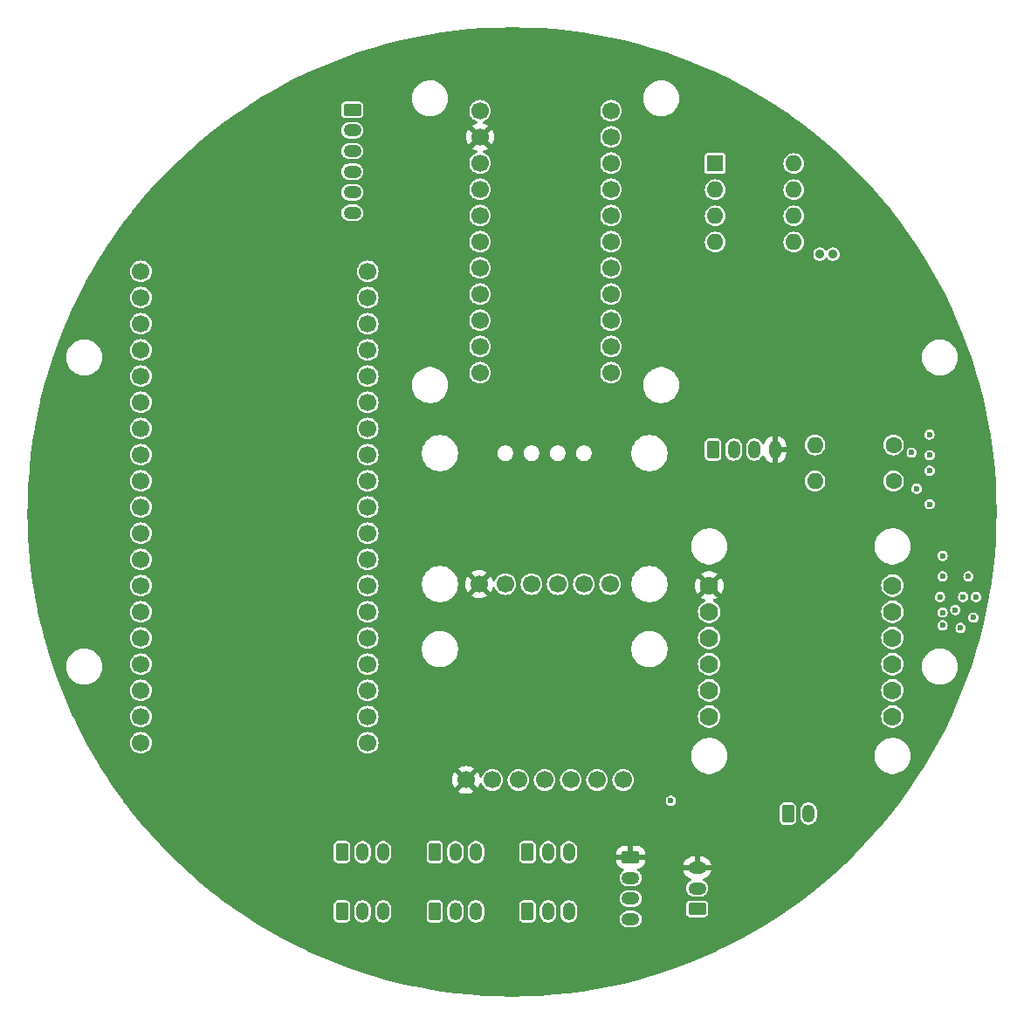
<source format=gbr>
%TF.GenerationSoftware,KiCad,Pcbnew,8.0.5*%
%TF.CreationDate,2025-05-01T20:42:09-04:00*%
%TF.ProjectId,CanSat_Sensor_Board,43616e53-6174-45f5-9365-6e736f725f42,rev?*%
%TF.SameCoordinates,Original*%
%TF.FileFunction,Copper,L3,Inr*%
%TF.FilePolarity,Positive*%
%FSLAX46Y46*%
G04 Gerber Fmt 4.6, Leading zero omitted, Abs format (unit mm)*
G04 Created by KiCad (PCBNEW 8.0.5) date 2025-05-01 20:42:10*
%MOMM*%
%LPD*%
G01*
G04 APERTURE LIST*
G04 Aperture macros list*
%AMRoundRect*
0 Rectangle with rounded corners*
0 $1 Rounding radius*
0 $2 $3 $4 $5 $6 $7 $8 $9 X,Y pos of 4 corners*
0 Add a 4 corners polygon primitive as box body*
4,1,4,$2,$3,$4,$5,$6,$7,$8,$9,$2,$3,0*
0 Add four circle primitives for the rounded corners*
1,1,$1+$1,$2,$3*
1,1,$1+$1,$4,$5*
1,1,$1+$1,$6,$7*
1,1,$1+$1,$8,$9*
0 Add four rect primitives between the rounded corners*
20,1,$1+$1,$2,$3,$4,$5,0*
20,1,$1+$1,$4,$5,$6,$7,0*
20,1,$1+$1,$6,$7,$8,$9,0*
20,1,$1+$1,$8,$9,$2,$3,0*%
G04 Aperture macros list end*
%TA.AperFunction,ComponentPad*%
%ADD10C,1.600000*%
%TD*%
%TA.AperFunction,ComponentPad*%
%ADD11O,1.600000X1.600000*%
%TD*%
%TA.AperFunction,ComponentPad*%
%ADD12RoundRect,0.250000X-0.350000X-0.625000X0.350000X-0.625000X0.350000X0.625000X-0.350000X0.625000X0*%
%TD*%
%TA.AperFunction,ComponentPad*%
%ADD13O,1.200000X1.750000*%
%TD*%
%TA.AperFunction,ComponentPad*%
%ADD14RoundRect,0.250000X-0.625000X0.350000X-0.625000X-0.350000X0.625000X-0.350000X0.625000X0.350000X0*%
%TD*%
%TA.AperFunction,ComponentPad*%
%ADD15O,1.750000X1.200000*%
%TD*%
%TA.AperFunction,ComponentPad*%
%ADD16C,1.700000*%
%TD*%
%TA.AperFunction,ComponentPad*%
%ADD17C,0.910000*%
%TD*%
%TA.AperFunction,ComponentPad*%
%ADD18C,1.778000*%
%TD*%
%TA.AperFunction,ComponentPad*%
%ADD19RoundRect,0.250000X0.625000X-0.350000X0.625000X0.350000X-0.625000X0.350000X-0.625000X-0.350000X0*%
%TD*%
%TA.AperFunction,ComponentPad*%
%ADD20R,1.600000X1.600000*%
%TD*%
%TA.AperFunction,ViaPad*%
%ADD21C,0.600000*%
%TD*%
G04 APERTURE END LIST*
D10*
%TO.N,/5V*%
%TO.C,R2*%
X187000000Y-97000000D03*
D11*
%TO.N,Net-(Adafruit_BME280_STEMMA_QT_U3-Pin_6)*%
X179380000Y-97000000D03*
%TD*%
D12*
%TO.N,GND*%
%TO.C,J9*%
X133500000Y-138750000D03*
D13*
%TO.N,/7.4V*%
X135500000Y-138750000D03*
%TO.N,Net-(ESP32-DEVKIT-32_U1-IO14)*%
X137500000Y-138750000D03*
%TD*%
D14*
%TO.N,/7.4V*%
%TO.C,J2*%
X134500000Y-61000000D03*
D15*
%TO.N,Net-(ESP32-DEVKIT-32_U1-IO32)*%
X134500000Y-63000000D03*
%TO.N,Net-(ESP32-DEVKIT-32_U1-IO33)*%
X134500000Y-65000000D03*
%TO.N,Net-(ESP32-DEVKIT-32_U1-IO25)*%
X134500000Y-67000000D03*
%TO.N,Net-(ESP32-DEVKIT-32_U1-IO26)*%
X134500000Y-69000000D03*
%TO.N,GND*%
X134500000Y-71000000D03*
%TD*%
D16*
%TO.N,GND*%
%TO.C,SparkFunXBeeExplorer_U2*%
X146900000Y-86500000D03*
%TO.N,unconnected-(SparkFunXBeeExplorer_U2-DTR-PadJP5_2)*%
X146900000Y-83960000D03*
%TO.N,unconnected-(SparkFunXBeeExplorer_U2-RES1-PadJP5_3)*%
X146900000Y-81420000D03*
%TO.N,unconnected-(SparkFunXBeeExplorer_U2-DIO11-PadJP5_4)*%
X146900000Y-78880000D03*
%TO.N,unconnected-(SparkFunXBeeExplorer_U2-RSSI-PadJP5_5)*%
X146900000Y-76340000D03*
%TO.N,unconnected-(SparkFunXBeeExplorer_U2-RESET-PadJP5_6)*%
X146900000Y-73800000D03*
%TO.N,unconnected-(SparkFunXBeeExplorer_U2-DIO12-PadJP5_7)*%
X146900000Y-71260000D03*
%TO.N,Net-(ESP32-DEVKIT-32_U1-IO17)*%
X146900000Y-68720000D03*
%TO.N,Net-(ESP32-DEVKIT-32_U1-IO16)*%
X146900000Y-66180000D03*
%TO.N,/3.3V*%
X146900000Y-63640000D03*
%TO.N,GND*%
X146900000Y-61100000D03*
%TO.N,unconnected-(SparkFunXBeeExplorer_U2-DIO0-PadJP6_1)*%
X159600000Y-61100000D03*
%TO.N,unconnected-(SparkFunXBeeExplorer_U2-DIO1-PadJP6_2)*%
X159600000Y-63640000D03*
%TO.N,unconnected-(SparkFunXBeeExplorer_U2-DIO2-PadJP6_3)*%
X159600000Y-66180000D03*
%TO.N,unconnected-(SparkFunXBeeExplorer_U2-DIO3-PadJP6_4)*%
X159600000Y-68720000D03*
%TO.N,unconnected-(SparkFunXBeeExplorer_U2-RTS-PadJP6_5)*%
X159600000Y-71260000D03*
%TO.N,unconnected-(SparkFunXBeeExplorer_U2-DIO5-PadJP6_6)*%
X159600000Y-73800000D03*
%TO.N,unconnected-(SparkFunXBeeExplorer_U2-RES2-PadJP6_7)*%
X159600000Y-76340000D03*
%TO.N,unconnected-(SparkFunXBeeExplorer_U2-DIO9-PadJP6_8)*%
X159600000Y-78880000D03*
%TO.N,unconnected-(SparkFunXBeeExplorer_U2-CTS-PadJP6_9)*%
X159600000Y-81420000D03*
%TO.N,unconnected-(SparkFunXBeeExplorer_U2-DIO4-PadJP6_10)*%
X159600000Y-83960000D03*
%TO.N,unconnected-(SparkFunXBeeExplorer_U2-5V-PadJP6_11)*%
X159600000Y-86500000D03*
%TD*%
%TO.N,unconnected-(ESP32-DEVKIT-32_U1-3V3-PadJ2-1)*%
%TO.C,ESP32-DEVKIT-32_U1*%
X114000000Y-76670000D03*
%TO.N,unconnected-(ESP32-DEVKIT-32_U1-EN-PadJ2-2)*%
X114000000Y-79210000D03*
%TO.N,unconnected-(ESP32-DEVKIT-32_U1-SENSOR_VP-PadJ2-3)*%
X114000000Y-81750000D03*
%TO.N,/ADC*%
X114000000Y-84290000D03*
%TO.N,Net-(ESP32-DEVKIT-32_U1-IO34)*%
X114000000Y-86830000D03*
%TO.N,Net-(Adafruit_BNO085_U5-~{INT})*%
X114000000Y-89370000D03*
%TO.N,Net-(ESP32-DEVKIT-32_U1-IO32)*%
X114000000Y-91910000D03*
%TO.N,Net-(ESP32-DEVKIT-32_U1-IO33)*%
X114000000Y-94450000D03*
%TO.N,Net-(ESP32-DEVKIT-32_U1-IO25)*%
X114000000Y-96990000D03*
%TO.N,Net-(ESP32-DEVKIT-32_U1-IO26)*%
X114000000Y-99530000D03*
%TO.N,Net-(ESP32-DEVKIT-32_U1-IO27)*%
X114000000Y-102070000D03*
%TO.N,Net-(ESP32-DEVKIT-32_U1-IO14)*%
X114000000Y-104610000D03*
%TO.N,Net-(ESP32-DEVKIT-32_U1-IO12)*%
X114000000Y-107150000D03*
%TO.N,GND*%
X114000000Y-109690000D03*
%TO.N,Net-(ESP32-DEVKIT-32_U1-IO13)*%
X114000000Y-112230000D03*
%TO.N,unconnected-(ESP32-DEVKIT-32_U1-SD2-PadJ2-16)*%
X114000000Y-114770000D03*
%TO.N,unconnected-(ESP32-DEVKIT-32_U1-SD3-PadJ2-17)*%
X114000000Y-117310000D03*
%TO.N,unconnected-(ESP32-DEVKIT-32_U1-CMD-PadJ2-18)*%
X114000000Y-119850000D03*
%TO.N,/7.4V*%
X114000000Y-122390000D03*
%TO.N,GND*%
X136000000Y-76670000D03*
%TO.N,Net-(Adafruit_BNO085_U5-DI)*%
X136000000Y-79210000D03*
%TO.N,Net-(Adafruit_BME280_STEMMA_QT_U3-Pin_4)*%
X136000000Y-81750000D03*
%TO.N,Net-(ESP32-DEVKIT-32_U1-TXD0)*%
X136000000Y-84290000D03*
%TO.N,Net-(ESP32-DEVKIT-32_U1-RXD0)*%
X136000000Y-86830000D03*
%TO.N,Net-(Adafruit_BME280_STEMMA_QT_U3-Pin_6)*%
X136000000Y-89370000D03*
%TO.N,GND*%
X136000000Y-91910000D03*
%TO.N,Net-(Adafruit_BNO085_U5-SDA)*%
X136000000Y-94450000D03*
%TO.N,Net-(Adafruit_BNO085_U5-SCL)*%
X136000000Y-96990000D03*
%TO.N,Net-(Adafruit_BNO085_U5-~{RST})*%
X136000000Y-99530000D03*
%TO.N,Net-(ESP32-DEVKIT-32_U1-IO17)*%
X136000000Y-102070000D03*
%TO.N,Net-(ESP32-DEVKIT-32_U1-IO16)*%
X136000000Y-104610000D03*
%TO.N,Net-(ESP32-DEVKIT-32_U1-IO4)*%
X136000000Y-107150000D03*
%TO.N,unconnected-(ESP32-DEVKIT-32_U1-IO0-PadJ3-14)*%
X136000000Y-109690000D03*
%TO.N,Net-(ESP32-DEVKIT-32_U1-IO2)*%
X136000000Y-112230000D03*
%TO.N,Net-(Adafruit_BNO085_U5-CS)*%
X136000000Y-114770000D03*
%TO.N,unconnected-(ESP32-DEVKIT-32_U1-SD1-PadJ3-17)*%
X136000000Y-117310000D03*
%TO.N,unconnected-(ESP32-DEVKIT-32_U1-SD0-PadJ3-18)*%
X136000000Y-119850000D03*
%TO.N,unconnected-(ESP32-DEVKIT-32_U1-CLK-PadJ3-19)*%
X136000000Y-122390000D03*
%TD*%
D17*
%TO.N,Net-(DS1307+_U6-X1)*%
%TO.C,Y1*%
X181135000Y-75000000D03*
%TO.N,Net-(DS1307+_U6-X2)*%
X179865000Y-75000000D03*
%TD*%
D16*
%TO.N,/3.3V*%
%TO.C,Adafruit_BME280_STEMMA_QT_U3*%
X145540000Y-126000000D03*
%TO.N,unconnected-(Adafruit_BME280_STEMMA_QT_U3-Pin_2-Pad2)*%
X148080000Y-126000000D03*
%TO.N,GND*%
X150620000Y-126000000D03*
%TO.N,Net-(Adafruit_BME280_STEMMA_QT_U3-Pin_4)*%
X153160000Y-126000000D03*
%TO.N,unconnected-(Adafruit_BME280_STEMMA_QT_U3-Pin_5-Pad5)*%
X155700000Y-126000000D03*
%TO.N,Net-(Adafruit_BME280_STEMMA_QT_U3-Pin_6)*%
X158240000Y-126000000D03*
%TO.N,unconnected-(Adafruit_BME280_STEMMA_QT_U3-Pin_7-Pad7)*%
X160780000Y-126000000D03*
%TD*%
D12*
%TO.N,GND*%
%TO.C,J8*%
X133500000Y-133000000D03*
D13*
%TO.N,/7.4V*%
X135500000Y-133000000D03*
%TO.N,Net-(ESP32-DEVKIT-32_U1-IO27)*%
X137500000Y-133000000D03*
%TD*%
D12*
%TO.N,GND*%
%TO.C,J4*%
X169500000Y-93950000D03*
D13*
%TO.N,Net-(ESP32-DEVKIT-32_U1-RXD0)*%
X171500000Y-93950000D03*
%TO.N,Net-(ESP32-DEVKIT-32_U1-TXD0)*%
X173500000Y-93950000D03*
%TO.N,/3.3V*%
X175500000Y-93950000D03*
%TD*%
D12*
%TO.N,GND*%
%TO.C,J11*%
X151500000Y-138750000D03*
D13*
%TO.N,/7.4V*%
X153500000Y-138750000D03*
%TO.N,Net-(ESP32-DEVKIT-32_U1-IO13)*%
X155500000Y-138750000D03*
%TD*%
D18*
%TO.N,Net-(Adafruit_BNO085_U5-CS)*%
%TO.C,Adafruit_BNO085_U5*%
X186890000Y-119850000D03*
%TO.N,Net-(Adafruit_BNO085_U5-DI)*%
X186890000Y-117310000D03*
%TO.N,Net-(Adafruit_BNO085_U5-~{RST})*%
X186890000Y-114770000D03*
%TO.N,unconnected-(Adafruit_BNO085_U5-P1-PadJP2_3)*%
X186890000Y-112230000D03*
%TO.N,unconnected-(Adafruit_BNO085_U5-P0-PadJP2_2)*%
X186890000Y-109690000D03*
%TO.N,unconnected-(Adafruit_BNO085_U5-BT-PadJP2_1)*%
X186890000Y-107150000D03*
%TO.N,Net-(Adafruit_BNO085_U5-~{INT})*%
X169110000Y-119850000D03*
%TO.N,Net-(Adafruit_BNO085_U5-SDA)*%
X169110000Y-117310000D03*
%TO.N,Net-(Adafruit_BNO085_U5-SCL)*%
X169110000Y-114770000D03*
%TO.N,GND*%
X169110000Y-112230000D03*
%TO.N,unconnected-(Adafruit_BNO085_U5-3VO-PadJP1_2)*%
X169110000Y-109690000D03*
%TO.N,/3.3V*%
X169110000Y-107150000D03*
%TD*%
D10*
%TO.N,/5V*%
%TO.C,R3*%
X187000000Y-93500000D03*
D11*
%TO.N,Net-(Adafruit_BME280_STEMMA_QT_U3-Pin_4)*%
X179380000Y-93500000D03*
%TD*%
D16*
%TO.N,/3.3V*%
%TO.C,Adafruit_LIS3MDL_U4*%
X146810000Y-107000000D03*
%TO.N,unconnected-(Adafruit_LIS3MDL_U4-Pin_2-Pad2)*%
X149350000Y-107000000D03*
%TO.N,GND*%
X151890000Y-107000000D03*
%TO.N,Net-(Adafruit_BME280_STEMMA_QT_U3-Pin_4)*%
X154430000Y-107000000D03*
%TO.N,Net-(Adafruit_BME280_STEMMA_QT_U3-Pin_6)*%
X156970000Y-107000000D03*
%TO.N,unconnected-(Adafruit_LIS3MDL_U4-Pin_6-Pad6)*%
X159510000Y-107000000D03*
%TD*%
D12*
%TO.N,GND*%
%TO.C,J10*%
X142500000Y-138750000D03*
D13*
%TO.N,/7.4V*%
X144500000Y-138750000D03*
%TO.N,Net-(ESP32-DEVKIT-32_U1-IO12)*%
X146500000Y-138750000D03*
%TD*%
D19*
%TO.N,Net-(ESP32-DEVKIT-32_U1-IO34)*%
%TO.C,J3*%
X167950000Y-138500000D03*
D15*
%TO.N,GND*%
X167950000Y-136500000D03*
%TO.N,/3.3V*%
X167950000Y-134500000D03*
%TD*%
D12*
%TO.N,GND*%
%TO.C,J6*%
X142500000Y-133000000D03*
D13*
%TO.N,/7.4V*%
X144500000Y-133000000D03*
%TO.N,Net-(ESP32-DEVKIT-32_U1-IO2)*%
X146500000Y-133000000D03*
%TD*%
D12*
%TO.N,Net-(J5-Pin_1)*%
%TO.C,J5*%
X176750000Y-129250000D03*
D13*
%TO.N,GND*%
X178750000Y-129250000D03*
%TD*%
D14*
%TO.N,/3.3V*%
%TO.C,J1*%
X161500000Y-133500000D03*
D15*
%TO.N,/7.4V*%
X161500000Y-135500000D03*
%TO.N,/ADC*%
X161500000Y-137500000D03*
%TO.N,GND*%
X161500000Y-139500000D03*
%TD*%
D20*
%TO.N,Net-(DS1307+_U6-X1)*%
%TO.C,DS1307+_U6*%
X169700000Y-66200000D03*
D11*
%TO.N,Net-(DS1307+_U6-X2)*%
X169700000Y-68740000D03*
%TO.N,Net-(DS1307+_U6-VBAT)*%
X169700000Y-71280000D03*
%TO.N,GND*%
X169700000Y-73820000D03*
%TO.N,Net-(Adafruit_BME280_STEMMA_QT_U3-Pin_6)*%
X177320000Y-73820000D03*
%TO.N,Net-(Adafruit_BME280_STEMMA_QT_U3-Pin_4)*%
X177320000Y-71280000D03*
%TO.N,unconnected-(DS1307+_U6-SQW{slash}OUT-Pad7)*%
X177320000Y-68740000D03*
%TO.N,/5V*%
X177320000Y-66200000D03*
%TD*%
D12*
%TO.N,GND*%
%TO.C,J7*%
X151500000Y-133000000D03*
D13*
%TO.N,/7.4V*%
X153500000Y-133000000D03*
%TO.N,Net-(ESP32-DEVKIT-32_U1-IO4)*%
X155500000Y-133000000D03*
%TD*%
D21*
%TO.N,Net-(Adafruit_BNO085_U5-~{INT})*%
X165400000Y-128000000D03*
%TO.N,/3.3V*%
X195250000Y-99000000D03*
X193525000Y-92500000D03*
X194250000Y-97250000D03*
X194250000Y-104250000D03*
X194750000Y-102500000D03*
X196000000Y-97750000D03*
X195500000Y-95750000D03*
X193750000Y-95500000D03*
X193500000Y-102500000D03*
%TO.N,GND*%
X191750000Y-106250001D03*
X194250000Y-106250001D03*
X193750000Y-108250000D03*
X194750000Y-110250000D03*
X193500000Y-111250000D03*
X191750000Y-109750000D03*
X191750000Y-111000000D03*
X193000000Y-109500000D03*
X195000000Y-108250000D03*
X191500000Y-108250000D03*
%TO.N,/5V*%
X190500000Y-99250000D03*
X191750000Y-104250000D03*
X189250000Y-97750000D03*
X188750000Y-94250000D03*
%TO.N,/SW*%
X190475000Y-92500000D03*
X190500000Y-94500000D03*
X190500000Y-96000000D03*
%TD*%
%TA.AperFunction,Conductor*%
%TO.N,/3.3V*%
G36*
X151365219Y-53020357D02*
G01*
X151368718Y-53020459D01*
X152731033Y-53079939D01*
X152734536Y-53080144D01*
X154094469Y-53179215D01*
X154098054Y-53179528D01*
X155454574Y-53318116D01*
X155458058Y-53318524D01*
X156809979Y-53496508D01*
X156813477Y-53497020D01*
X158159653Y-53714249D01*
X158163073Y-53714852D01*
X159502379Y-53971145D01*
X159505827Y-53971857D01*
X160837081Y-54266990D01*
X160840589Y-54267821D01*
X162162651Y-54601536D01*
X162166096Y-54602459D01*
X163477897Y-54974486D01*
X163481265Y-54975494D01*
X164675262Y-55351959D01*
X164781749Y-55385535D01*
X164785172Y-55386670D01*
X166073065Y-55834322D01*
X166076417Y-55835541D01*
X167350841Y-56320498D01*
X167354166Y-56321819D01*
X168613931Y-56843631D01*
X168617169Y-56845028D01*
X169678843Y-57321421D01*
X169861191Y-57403244D01*
X169864460Y-57404768D01*
X171091756Y-57998947D01*
X171094913Y-58000533D01*
X171552700Y-58238842D01*
X172304354Y-58630129D01*
X172307529Y-58631840D01*
X172833480Y-58925382D01*
X173498217Y-59296383D01*
X173501304Y-59298166D01*
X174672095Y-59997021D01*
X174675122Y-59998888D01*
X175769440Y-60696046D01*
X175825117Y-60731516D01*
X175828118Y-60733489D01*
X176918143Y-61473342D01*
X176956327Y-61499259D01*
X176959275Y-61501324D01*
X178064737Y-62299587D01*
X178067552Y-62301683D01*
X179149331Y-63131761D01*
X179152124Y-63133969D01*
X180207331Y-63993553D01*
X180209309Y-63995164D01*
X180212066Y-63997478D01*
X180662522Y-64386759D01*
X181243718Y-64889024D01*
X181246412Y-64891422D01*
X182251672Y-65812574D01*
X182254296Y-65815049D01*
X183232371Y-66765078D01*
X183234921Y-66767628D01*
X184184950Y-67745703D01*
X184187425Y-67748327D01*
X185108577Y-68753587D01*
X185110975Y-68756281D01*
X186002516Y-69787927D01*
X186004835Y-69790690D01*
X186681074Y-70620827D01*
X186866016Y-70847857D01*
X186868245Y-70850677D01*
X187698308Y-71932436D01*
X187700420Y-71935273D01*
X188242524Y-72685997D01*
X188498671Y-73040718D01*
X188500740Y-73043672D01*
X189266501Y-74171868D01*
X189268483Y-74174882D01*
X189398226Y-74378538D01*
X189988256Y-75304699D01*
X190001098Y-75324856D01*
X190002989Y-75327924D01*
X190008894Y-75337815D01*
X190701822Y-76498677D01*
X190703626Y-76501800D01*
X191368159Y-77692470D01*
X191369870Y-77695645D01*
X191999449Y-78905053D01*
X192001068Y-78908276D01*
X192595231Y-80135539D01*
X192596755Y-80138808D01*
X193154955Y-81382793D01*
X193156384Y-81386105D01*
X193678174Y-82645819D01*
X193679506Y-82649171D01*
X194164451Y-83923564D01*
X194165684Y-83926954D01*
X194613329Y-85214827D01*
X194614464Y-85218250D01*
X195024492Y-86518691D01*
X195025526Y-86522147D01*
X195397534Y-87833883D01*
X195398468Y-87837367D01*
X195732177Y-89159409D01*
X195733009Y-89162918D01*
X196028133Y-90494130D01*
X196028862Y-90497663D01*
X196266531Y-91739645D01*
X196285135Y-91836860D01*
X196285759Y-91840401D01*
X196330221Y-92115932D01*
X196502973Y-93186486D01*
X196503496Y-93190055D01*
X196681469Y-94541892D01*
X196681888Y-94545474D01*
X196820470Y-95901941D01*
X196820784Y-95905534D01*
X196919852Y-97265413D01*
X196920062Y-97269014D01*
X196979538Y-98631228D01*
X196979643Y-98634834D01*
X196999473Y-99998197D01*
X196999473Y-100001803D01*
X196979643Y-101365165D01*
X196979538Y-101368771D01*
X196920062Y-102730985D01*
X196919852Y-102734586D01*
X196820784Y-104094465D01*
X196820470Y-104098058D01*
X196681888Y-105454525D01*
X196681469Y-105458107D01*
X196503496Y-106809944D01*
X196502973Y-106813513D01*
X196285761Y-108159587D01*
X196285135Y-108163139D01*
X196028862Y-109502336D01*
X196028133Y-109505869D01*
X195733009Y-110837081D01*
X195732177Y-110840590D01*
X195398468Y-112162632D01*
X195397534Y-112166116D01*
X195025526Y-113477852D01*
X195024492Y-113481308D01*
X194614464Y-114781749D01*
X194613329Y-114785172D01*
X194165684Y-116073045D01*
X194164451Y-116076435D01*
X193679506Y-117350828D01*
X193678174Y-117354180D01*
X193156384Y-118613894D01*
X193154955Y-118617206D01*
X192596755Y-119861191D01*
X192595231Y-119864460D01*
X192001068Y-121091723D01*
X191999449Y-121094946D01*
X191369870Y-122304354D01*
X191368159Y-122307529D01*
X190703626Y-123498199D01*
X190701822Y-123501322D01*
X190002991Y-124672073D01*
X190001098Y-124675143D01*
X189268483Y-125825117D01*
X189266501Y-125828131D01*
X188500740Y-126956327D01*
X188498671Y-126959281D01*
X187700441Y-128064698D01*
X187698287Y-128067591D01*
X186868253Y-129149312D01*
X186866016Y-129152142D01*
X186004835Y-130209309D01*
X186002516Y-130212072D01*
X185110975Y-131243718D01*
X185108577Y-131246412D01*
X184187425Y-132251672D01*
X184184950Y-132254296D01*
X183234921Y-133232371D01*
X183232371Y-133234921D01*
X182254296Y-134184950D01*
X182251672Y-134187425D01*
X181246412Y-135108577D01*
X181243718Y-135110975D01*
X180212072Y-136002516D01*
X180209309Y-136004835D01*
X179152142Y-136866016D01*
X179149312Y-136868253D01*
X178067591Y-137698287D01*
X178064698Y-137700441D01*
X176959281Y-138498671D01*
X176956327Y-138500740D01*
X175828131Y-139266501D01*
X175825117Y-139268483D01*
X174675143Y-140001098D01*
X174672073Y-140002991D01*
X173501322Y-140701822D01*
X173498199Y-140703626D01*
X172307529Y-141368159D01*
X172304354Y-141369870D01*
X171094946Y-141999449D01*
X171091723Y-142001068D01*
X169864460Y-142595231D01*
X169861191Y-142596755D01*
X168617206Y-143154955D01*
X168613894Y-143156384D01*
X167354180Y-143678174D01*
X167350828Y-143679506D01*
X166076435Y-144164451D01*
X166073045Y-144165684D01*
X164785172Y-144613329D01*
X164781749Y-144614464D01*
X163481308Y-145024492D01*
X163477852Y-145025526D01*
X162166116Y-145397534D01*
X162162632Y-145398468D01*
X160840590Y-145732177D01*
X160837081Y-145733009D01*
X159505869Y-146028133D01*
X159502336Y-146028862D01*
X158163139Y-146285135D01*
X158159587Y-146285761D01*
X156813513Y-146502973D01*
X156809944Y-146503496D01*
X155458107Y-146681469D01*
X155454525Y-146681888D01*
X154098058Y-146820470D01*
X154094465Y-146820784D01*
X152734586Y-146919852D01*
X152730985Y-146920062D01*
X151368771Y-146979538D01*
X151365165Y-146979643D01*
X150001803Y-146999473D01*
X149998197Y-146999473D01*
X148634834Y-146979643D01*
X148631228Y-146979538D01*
X147269014Y-146920062D01*
X147265413Y-146919852D01*
X145905534Y-146820784D01*
X145901941Y-146820470D01*
X144545474Y-146681888D01*
X144541892Y-146681469D01*
X143190055Y-146503496D01*
X143186486Y-146502973D01*
X142280420Y-146356763D01*
X141840401Y-146285759D01*
X141836871Y-146285137D01*
X141118656Y-146147697D01*
X140497663Y-146028862D01*
X140494130Y-146028133D01*
X139162918Y-145733009D01*
X139159409Y-145732177D01*
X137837367Y-145398468D01*
X137833883Y-145397534D01*
X136522147Y-145025526D01*
X136518691Y-145024492D01*
X135218250Y-144614464D01*
X135214827Y-144613329D01*
X133926954Y-144165684D01*
X133923564Y-144164451D01*
X132649171Y-143679506D01*
X132645819Y-143678174D01*
X131386105Y-143156384D01*
X131382793Y-143154955D01*
X130138808Y-142596755D01*
X130135539Y-142595231D01*
X128908276Y-142001068D01*
X128905053Y-141999449D01*
X127695645Y-141369870D01*
X127692470Y-141368159D01*
X126501800Y-140703626D01*
X126498677Y-140701822D01*
X125327926Y-140002991D01*
X125324856Y-140001098D01*
X124174882Y-139268483D01*
X124171868Y-139266501D01*
X123043672Y-138500740D01*
X123040718Y-138498671D01*
X122710338Y-138260101D01*
X122448091Y-138070730D01*
X132699500Y-138070730D01*
X132699500Y-139429269D01*
X132702353Y-139459699D01*
X132702353Y-139459701D01*
X132744044Y-139578844D01*
X132747207Y-139587882D01*
X132827850Y-139697150D01*
X132937118Y-139777793D01*
X132979845Y-139792744D01*
X133065299Y-139822646D01*
X133095730Y-139825500D01*
X133095734Y-139825500D01*
X133904270Y-139825500D01*
X133934699Y-139822646D01*
X133934701Y-139822646D01*
X133998790Y-139800219D01*
X134062882Y-139777793D01*
X134172150Y-139697150D01*
X134252793Y-139587882D01*
X134275219Y-139523790D01*
X134297646Y-139459701D01*
X134297646Y-139459699D01*
X134300500Y-139429269D01*
X134300500Y-138396153D01*
X134699500Y-138396153D01*
X134699500Y-139103846D01*
X134730261Y-139258489D01*
X134730264Y-139258501D01*
X134790602Y-139404172D01*
X134790609Y-139404185D01*
X134878210Y-139535288D01*
X134878213Y-139535292D01*
X134989707Y-139646786D01*
X134989711Y-139646789D01*
X135120814Y-139734390D01*
X135120827Y-139734397D01*
X135225596Y-139777793D01*
X135266503Y-139794737D01*
X135406810Y-139822646D01*
X135421153Y-139825499D01*
X135421156Y-139825500D01*
X135421158Y-139825500D01*
X135578844Y-139825500D01*
X135578845Y-139825499D01*
X135733497Y-139794737D01*
X135879179Y-139734394D01*
X136010289Y-139646789D01*
X136121789Y-139535289D01*
X136209394Y-139404179D01*
X136269737Y-139258497D01*
X136300500Y-139103842D01*
X136300500Y-138396158D01*
X136300500Y-138396155D01*
X136300499Y-138396153D01*
X136699500Y-138396153D01*
X136699500Y-139103846D01*
X136730261Y-139258489D01*
X136730264Y-139258501D01*
X136790602Y-139404172D01*
X136790609Y-139404185D01*
X136878210Y-139535288D01*
X136878213Y-139535292D01*
X136989707Y-139646786D01*
X136989711Y-139646789D01*
X137120814Y-139734390D01*
X137120827Y-139734397D01*
X137225596Y-139777793D01*
X137266503Y-139794737D01*
X137406810Y-139822646D01*
X137421153Y-139825499D01*
X137421156Y-139825500D01*
X137421158Y-139825500D01*
X137578844Y-139825500D01*
X137578845Y-139825499D01*
X137733497Y-139794737D01*
X137879179Y-139734394D01*
X138010289Y-139646789D01*
X138121789Y-139535289D01*
X138209394Y-139404179D01*
X138269737Y-139258497D01*
X138300500Y-139103842D01*
X138300500Y-138396158D01*
X138300500Y-138396155D01*
X138300499Y-138396153D01*
X138275353Y-138269737D01*
X138269737Y-138241503D01*
X138269735Y-138241498D01*
X138209397Y-138095827D01*
X138209390Y-138095814D01*
X138192629Y-138070730D01*
X141699500Y-138070730D01*
X141699500Y-139429269D01*
X141702353Y-139459699D01*
X141702353Y-139459701D01*
X141744044Y-139578844D01*
X141747207Y-139587882D01*
X141827850Y-139697150D01*
X141937118Y-139777793D01*
X141979845Y-139792744D01*
X142065299Y-139822646D01*
X142095730Y-139825500D01*
X142095734Y-139825500D01*
X142904270Y-139825500D01*
X142934699Y-139822646D01*
X142934701Y-139822646D01*
X142998790Y-139800219D01*
X143062882Y-139777793D01*
X143172150Y-139697150D01*
X143252793Y-139587882D01*
X143275219Y-139523790D01*
X143297646Y-139459701D01*
X143297646Y-139459699D01*
X143300500Y-139429269D01*
X143300500Y-138396153D01*
X143699500Y-138396153D01*
X143699500Y-139103846D01*
X143730261Y-139258489D01*
X143730264Y-139258501D01*
X143790602Y-139404172D01*
X143790609Y-139404185D01*
X143878210Y-139535288D01*
X143878213Y-139535292D01*
X143989707Y-139646786D01*
X143989711Y-139646789D01*
X144120814Y-139734390D01*
X144120827Y-139734397D01*
X144225596Y-139777793D01*
X144266503Y-139794737D01*
X144406810Y-139822646D01*
X144421153Y-139825499D01*
X144421156Y-139825500D01*
X144421158Y-139825500D01*
X144578844Y-139825500D01*
X144578845Y-139825499D01*
X144733497Y-139794737D01*
X144879179Y-139734394D01*
X145010289Y-139646789D01*
X145121789Y-139535289D01*
X145209394Y-139404179D01*
X145269737Y-139258497D01*
X145300500Y-139103842D01*
X145300500Y-138396158D01*
X145300500Y-138396155D01*
X145300499Y-138396153D01*
X145699500Y-138396153D01*
X145699500Y-139103846D01*
X145730261Y-139258489D01*
X145730264Y-139258501D01*
X145790602Y-139404172D01*
X145790609Y-139404185D01*
X145878210Y-139535288D01*
X145878213Y-139535292D01*
X145989707Y-139646786D01*
X145989711Y-139646789D01*
X146120814Y-139734390D01*
X146120827Y-139734397D01*
X146225596Y-139777793D01*
X146266503Y-139794737D01*
X146406810Y-139822646D01*
X146421153Y-139825499D01*
X146421156Y-139825500D01*
X146421158Y-139825500D01*
X146578844Y-139825500D01*
X146578845Y-139825499D01*
X146733497Y-139794737D01*
X146879179Y-139734394D01*
X147010289Y-139646789D01*
X147121789Y-139535289D01*
X147209394Y-139404179D01*
X147269737Y-139258497D01*
X147300500Y-139103842D01*
X147300500Y-138396158D01*
X147300500Y-138396155D01*
X147300499Y-138396153D01*
X147275353Y-138269737D01*
X147269737Y-138241503D01*
X147269735Y-138241498D01*
X147209397Y-138095827D01*
X147209390Y-138095814D01*
X147192629Y-138070730D01*
X150699500Y-138070730D01*
X150699500Y-139429269D01*
X150702353Y-139459699D01*
X150702353Y-139459701D01*
X150744044Y-139578844D01*
X150747207Y-139587882D01*
X150827850Y-139697150D01*
X150937118Y-139777793D01*
X150979845Y-139792744D01*
X151065299Y-139822646D01*
X151095730Y-139825500D01*
X151095734Y-139825500D01*
X151904270Y-139825500D01*
X151934699Y-139822646D01*
X151934701Y-139822646D01*
X151998790Y-139800219D01*
X152062882Y-139777793D01*
X152172150Y-139697150D01*
X152252793Y-139587882D01*
X152275219Y-139523790D01*
X152297646Y-139459701D01*
X152297646Y-139459699D01*
X152300500Y-139429269D01*
X152300500Y-138396153D01*
X152699500Y-138396153D01*
X152699500Y-139103846D01*
X152730261Y-139258489D01*
X152730264Y-139258501D01*
X152790602Y-139404172D01*
X152790609Y-139404185D01*
X152878210Y-139535288D01*
X152878213Y-139535292D01*
X152989707Y-139646786D01*
X152989711Y-139646789D01*
X153120814Y-139734390D01*
X153120827Y-139734397D01*
X153225596Y-139777793D01*
X153266503Y-139794737D01*
X153406810Y-139822646D01*
X153421153Y-139825499D01*
X153421156Y-139825500D01*
X153421158Y-139825500D01*
X153578844Y-139825500D01*
X153578845Y-139825499D01*
X153733497Y-139794737D01*
X153879179Y-139734394D01*
X154010289Y-139646789D01*
X154121789Y-139535289D01*
X154209394Y-139404179D01*
X154269737Y-139258497D01*
X154300500Y-139103842D01*
X154300500Y-138396158D01*
X154300500Y-138396155D01*
X154300499Y-138396153D01*
X154699500Y-138396153D01*
X154699500Y-139103846D01*
X154730261Y-139258489D01*
X154730264Y-139258501D01*
X154790602Y-139404172D01*
X154790609Y-139404185D01*
X154878210Y-139535288D01*
X154878213Y-139535292D01*
X154989707Y-139646786D01*
X154989711Y-139646789D01*
X155120814Y-139734390D01*
X155120827Y-139734397D01*
X155225596Y-139777793D01*
X155266503Y-139794737D01*
X155406810Y-139822646D01*
X155421153Y-139825499D01*
X155421156Y-139825500D01*
X155421158Y-139825500D01*
X155578844Y-139825500D01*
X155578845Y-139825499D01*
X155733497Y-139794737D01*
X155879179Y-139734394D01*
X156010289Y-139646789D01*
X156121789Y-139535289D01*
X156198052Y-139421153D01*
X160424500Y-139421153D01*
X160424500Y-139578846D01*
X160455261Y-139733489D01*
X160455264Y-139733501D01*
X160515602Y-139879172D01*
X160515609Y-139879185D01*
X160603210Y-140010288D01*
X160603213Y-140010292D01*
X160714707Y-140121786D01*
X160714711Y-140121789D01*
X160845814Y-140209390D01*
X160845827Y-140209397D01*
X160991498Y-140269735D01*
X160991503Y-140269737D01*
X161146153Y-140300499D01*
X161146156Y-140300500D01*
X161146158Y-140300500D01*
X161853844Y-140300500D01*
X161853845Y-140300499D01*
X162008497Y-140269737D01*
X162154179Y-140209394D01*
X162285289Y-140121789D01*
X162396789Y-140010289D01*
X162484394Y-139879179D01*
X162544737Y-139733497D01*
X162575500Y-139578842D01*
X162575500Y-139421158D01*
X162575500Y-139421155D01*
X162575499Y-139421153D01*
X162551499Y-139300500D01*
X162544737Y-139266503D01*
X162544735Y-139266498D01*
X162484397Y-139120827D01*
X162484390Y-139120814D01*
X162396789Y-138989711D01*
X162396786Y-138989707D01*
X162285292Y-138878213D01*
X162285288Y-138878210D01*
X162154185Y-138790609D01*
X162154172Y-138790602D01*
X162008501Y-138730264D01*
X162008489Y-138730261D01*
X161853845Y-138699500D01*
X161853842Y-138699500D01*
X161146158Y-138699500D01*
X161146155Y-138699500D01*
X160991510Y-138730261D01*
X160991498Y-138730264D01*
X160845827Y-138790602D01*
X160845814Y-138790609D01*
X160714711Y-138878210D01*
X160714707Y-138878213D01*
X160603213Y-138989707D01*
X160603210Y-138989711D01*
X160515609Y-139120814D01*
X160515602Y-139120827D01*
X160455264Y-139266498D01*
X160455261Y-139266510D01*
X160424500Y-139421153D01*
X156198052Y-139421153D01*
X156209394Y-139404179D01*
X156269737Y-139258497D01*
X156300500Y-139103842D01*
X156300500Y-138396158D01*
X156300500Y-138396155D01*
X156300499Y-138396153D01*
X156275353Y-138269737D01*
X156269737Y-138241503D01*
X156269735Y-138241498D01*
X156209397Y-138095827D01*
X156209390Y-138095814D01*
X156121789Y-137964711D01*
X156121786Y-137964707D01*
X156010292Y-137853213D01*
X156010288Y-137853210D01*
X155879185Y-137765609D01*
X155879172Y-137765602D01*
X155733501Y-137705264D01*
X155733489Y-137705261D01*
X155578845Y-137674500D01*
X155578842Y-137674500D01*
X155421158Y-137674500D01*
X155421155Y-137674500D01*
X155266510Y-137705261D01*
X155266498Y-137705264D01*
X155120827Y-137765602D01*
X155120814Y-137765609D01*
X154989711Y-137853210D01*
X154989707Y-137853213D01*
X154878213Y-137964707D01*
X154878210Y-137964711D01*
X154790609Y-138095814D01*
X154790602Y-138095827D01*
X154730264Y-138241498D01*
X154730261Y-138241510D01*
X154699500Y-138396153D01*
X154300499Y-138396153D01*
X154275353Y-138269737D01*
X154269737Y-138241503D01*
X154269735Y-138241498D01*
X154209397Y-138095827D01*
X154209390Y-138095814D01*
X154121789Y-137964711D01*
X154121786Y-137964707D01*
X154010292Y-137853213D01*
X154010288Y-137853210D01*
X153879185Y-137765609D01*
X153879172Y-137765602D01*
X153733501Y-137705264D01*
X153733489Y-137705261D01*
X153578845Y-137674500D01*
X153578842Y-137674500D01*
X153421158Y-137674500D01*
X153421155Y-137674500D01*
X153266510Y-137705261D01*
X153266498Y-137705264D01*
X153120827Y-137765602D01*
X153120814Y-137765609D01*
X152989711Y-137853210D01*
X152989707Y-137853213D01*
X152878213Y-137964707D01*
X152878210Y-137964711D01*
X152790609Y-138095814D01*
X152790602Y-138095827D01*
X152730264Y-138241498D01*
X152730261Y-138241510D01*
X152699500Y-138396153D01*
X152300500Y-138396153D01*
X152300500Y-138070730D01*
X152297646Y-138040300D01*
X152297646Y-138040298D01*
X152252793Y-137912119D01*
X152252792Y-137912117D01*
X152228483Y-137879179D01*
X152172150Y-137802850D01*
X152062882Y-137722207D01*
X152062880Y-137722206D01*
X151934700Y-137677353D01*
X151904270Y-137674500D01*
X151904266Y-137674500D01*
X151095734Y-137674500D01*
X151095730Y-137674500D01*
X151065300Y-137677353D01*
X151065298Y-137677353D01*
X150937119Y-137722206D01*
X150937117Y-137722207D01*
X150827850Y-137802850D01*
X150747207Y-137912117D01*
X150747206Y-137912119D01*
X150702353Y-138040298D01*
X150702353Y-138040300D01*
X150699500Y-138070730D01*
X147192629Y-138070730D01*
X147121789Y-137964711D01*
X147121786Y-137964707D01*
X147010292Y-137853213D01*
X147010288Y-137853210D01*
X146879185Y-137765609D01*
X146879172Y-137765602D01*
X146733501Y-137705264D01*
X146733489Y-137705261D01*
X146578845Y-137674500D01*
X146578842Y-137674500D01*
X146421158Y-137674500D01*
X146421155Y-137674500D01*
X146266510Y-137705261D01*
X146266498Y-137705264D01*
X146120827Y-137765602D01*
X146120814Y-137765609D01*
X145989711Y-137853210D01*
X145989707Y-137853213D01*
X145878213Y-137964707D01*
X145878210Y-137964711D01*
X145790609Y-138095814D01*
X145790602Y-138095827D01*
X145730264Y-138241498D01*
X145730261Y-138241510D01*
X145699500Y-138396153D01*
X145300499Y-138396153D01*
X145275353Y-138269737D01*
X145269737Y-138241503D01*
X145269735Y-138241498D01*
X145209397Y-138095827D01*
X145209390Y-138095814D01*
X145121789Y-137964711D01*
X145121786Y-137964707D01*
X145010292Y-137853213D01*
X145010288Y-137853210D01*
X144879185Y-137765609D01*
X144879172Y-137765602D01*
X144733501Y-137705264D01*
X144733489Y-137705261D01*
X144578845Y-137674500D01*
X144578842Y-137674500D01*
X144421158Y-137674500D01*
X144421155Y-137674500D01*
X144266510Y-137705261D01*
X144266498Y-137705264D01*
X144120827Y-137765602D01*
X144120814Y-137765609D01*
X143989711Y-137853210D01*
X143989707Y-137853213D01*
X143878213Y-137964707D01*
X143878210Y-137964711D01*
X143790609Y-138095814D01*
X143790602Y-138095827D01*
X143730264Y-138241498D01*
X143730261Y-138241510D01*
X143699500Y-138396153D01*
X143300500Y-138396153D01*
X143300500Y-138070730D01*
X143297646Y-138040300D01*
X143297646Y-138040298D01*
X143252793Y-137912119D01*
X143252792Y-137912117D01*
X143228483Y-137879179D01*
X143172150Y-137802850D01*
X143062882Y-137722207D01*
X143062880Y-137722206D01*
X142934700Y-137677353D01*
X142904270Y-137674500D01*
X142904266Y-137674500D01*
X142095734Y-137674500D01*
X142095730Y-137674500D01*
X142065300Y-137677353D01*
X142065298Y-137677353D01*
X141937119Y-137722206D01*
X141937117Y-137722207D01*
X141827850Y-137802850D01*
X141747207Y-137912117D01*
X141747206Y-137912119D01*
X141702353Y-138040298D01*
X141702353Y-138040300D01*
X141699500Y-138070730D01*
X138192629Y-138070730D01*
X138121789Y-137964711D01*
X138121786Y-137964707D01*
X138010292Y-137853213D01*
X138010288Y-137853210D01*
X137879185Y-137765609D01*
X137879172Y-137765602D01*
X137733501Y-137705264D01*
X137733489Y-137705261D01*
X137578845Y-137674500D01*
X137578842Y-137674500D01*
X137421158Y-137674500D01*
X137421155Y-137674500D01*
X137266510Y-137705261D01*
X137266498Y-137705264D01*
X137120827Y-137765602D01*
X137120814Y-137765609D01*
X136989711Y-137853210D01*
X136989707Y-137853213D01*
X136878213Y-137964707D01*
X136878210Y-137964711D01*
X136790609Y-138095814D01*
X136790602Y-138095827D01*
X136730264Y-138241498D01*
X136730261Y-138241510D01*
X136699500Y-138396153D01*
X136300499Y-138396153D01*
X136275353Y-138269737D01*
X136269737Y-138241503D01*
X136269735Y-138241498D01*
X136209397Y-138095827D01*
X136209390Y-138095814D01*
X136121789Y-137964711D01*
X136121786Y-137964707D01*
X136010292Y-137853213D01*
X136010288Y-137853210D01*
X135879185Y-137765609D01*
X135879172Y-137765602D01*
X135733501Y-137705264D01*
X135733489Y-137705261D01*
X135578845Y-137674500D01*
X135578842Y-137674500D01*
X135421158Y-137674500D01*
X135421155Y-137674500D01*
X135266510Y-137705261D01*
X135266498Y-137705264D01*
X135120827Y-137765602D01*
X135120814Y-137765609D01*
X134989711Y-137853210D01*
X134989707Y-137853213D01*
X134878213Y-137964707D01*
X134878210Y-137964711D01*
X134790609Y-138095814D01*
X134790602Y-138095827D01*
X134730264Y-138241498D01*
X134730261Y-138241510D01*
X134699500Y-138396153D01*
X134300500Y-138396153D01*
X134300500Y-138070730D01*
X134297646Y-138040300D01*
X134297646Y-138040298D01*
X134252793Y-137912119D01*
X134252792Y-137912117D01*
X134228483Y-137879179D01*
X134172150Y-137802850D01*
X134062882Y-137722207D01*
X134062880Y-137722206D01*
X133934700Y-137677353D01*
X133904270Y-137674500D01*
X133904266Y-137674500D01*
X133095734Y-137674500D01*
X133095730Y-137674500D01*
X133065300Y-137677353D01*
X133065298Y-137677353D01*
X132937119Y-137722206D01*
X132937117Y-137722207D01*
X132827850Y-137802850D01*
X132747207Y-137912117D01*
X132747206Y-137912119D01*
X132702353Y-138040298D01*
X132702353Y-138040300D01*
X132699500Y-138070730D01*
X122448091Y-138070730D01*
X121935273Y-137700420D01*
X121932436Y-137698308D01*
X121571241Y-137421153D01*
X160424500Y-137421153D01*
X160424500Y-137578846D01*
X160455261Y-137733489D01*
X160455264Y-137733501D01*
X160515602Y-137879172D01*
X160515609Y-137879185D01*
X160603210Y-138010288D01*
X160603213Y-138010292D01*
X160714707Y-138121786D01*
X160714711Y-138121789D01*
X160845814Y-138209390D01*
X160845827Y-138209397D01*
X160923356Y-138241510D01*
X160991503Y-138269737D01*
X161146153Y-138300499D01*
X161146156Y-138300500D01*
X161146158Y-138300500D01*
X161853844Y-138300500D01*
X161853845Y-138300499D01*
X162008497Y-138269737D01*
X162154179Y-138209394D01*
X162285289Y-138121789D01*
X162311348Y-138095730D01*
X166874500Y-138095730D01*
X166874500Y-138904269D01*
X166877353Y-138934699D01*
X166877353Y-138934701D01*
X166922206Y-139062880D01*
X166922207Y-139062882D01*
X167002850Y-139172150D01*
X167112118Y-139252793D01*
X167128431Y-139258501D01*
X167240299Y-139297646D01*
X167270730Y-139300500D01*
X167270734Y-139300500D01*
X168629270Y-139300500D01*
X168659699Y-139297646D01*
X168659701Y-139297646D01*
X168743042Y-139268483D01*
X168787882Y-139252793D01*
X168897150Y-139172150D01*
X168977793Y-139062882D01*
X169003398Y-138989707D01*
X169022646Y-138934701D01*
X169022646Y-138934699D01*
X169025500Y-138904269D01*
X169025500Y-138095730D01*
X169022646Y-138065300D01*
X169022646Y-138065298D01*
X168977793Y-137937119D01*
X168977792Y-137937117D01*
X168959342Y-137912118D01*
X168897150Y-137827850D01*
X168787882Y-137747207D01*
X168787880Y-137747206D01*
X168659700Y-137702353D01*
X168629270Y-137699500D01*
X168629266Y-137699500D01*
X167270734Y-137699500D01*
X167270730Y-137699500D01*
X167240300Y-137702353D01*
X167240298Y-137702353D01*
X167112119Y-137747206D01*
X167112117Y-137747207D01*
X167002850Y-137827850D01*
X166922207Y-137937117D01*
X166922206Y-137937119D01*
X166877353Y-138065298D01*
X166877353Y-138065300D01*
X166874500Y-138095730D01*
X162311348Y-138095730D01*
X162396789Y-138010289D01*
X162484394Y-137879179D01*
X162544737Y-137733497D01*
X162575500Y-137578842D01*
X162575500Y-137421158D01*
X162575500Y-137421155D01*
X162575499Y-137421153D01*
X162544738Y-137266510D01*
X162544737Y-137266503D01*
X162484794Y-137121786D01*
X162484397Y-137120827D01*
X162484390Y-137120814D01*
X162396789Y-136989711D01*
X162396786Y-136989707D01*
X162285292Y-136878213D01*
X162285288Y-136878210D01*
X162154185Y-136790609D01*
X162154172Y-136790602D01*
X162008501Y-136730264D01*
X162008489Y-136730261D01*
X161853845Y-136699500D01*
X161853842Y-136699500D01*
X161146158Y-136699500D01*
X161146155Y-136699500D01*
X160991510Y-136730261D01*
X160991498Y-136730264D01*
X160845827Y-136790602D01*
X160845814Y-136790609D01*
X160714711Y-136878210D01*
X160714707Y-136878213D01*
X160603213Y-136989707D01*
X160603210Y-136989711D01*
X160515609Y-137120814D01*
X160515602Y-137120827D01*
X160455264Y-137266498D01*
X160455261Y-137266510D01*
X160424500Y-137421153D01*
X121571241Y-137421153D01*
X120850677Y-136868245D01*
X120847857Y-136866016D01*
X120755285Y-136790606D01*
X119790690Y-136004835D01*
X119787927Y-136002516D01*
X118756281Y-135110975D01*
X118753587Y-135108577D01*
X117748327Y-134187425D01*
X117745703Y-134184950D01*
X116767628Y-133234921D01*
X116765078Y-133232371D01*
X115879578Y-132320730D01*
X132699500Y-132320730D01*
X132699500Y-133679269D01*
X132702353Y-133709699D01*
X132702353Y-133709701D01*
X132747206Y-133837880D01*
X132747207Y-133837882D01*
X132827850Y-133947150D01*
X132937118Y-134027793D01*
X132979845Y-134042744D01*
X133065299Y-134072646D01*
X133095730Y-134075500D01*
X133095734Y-134075500D01*
X133904270Y-134075500D01*
X133934699Y-134072646D01*
X133934701Y-134072646D01*
X133998790Y-134050219D01*
X134062882Y-134027793D01*
X134172150Y-133947150D01*
X134252793Y-133837882D01*
X134283544Y-133750000D01*
X134297646Y-133709701D01*
X134297646Y-133709699D01*
X134300500Y-133679269D01*
X134300500Y-132646153D01*
X134699500Y-132646153D01*
X134699500Y-133353846D01*
X134730261Y-133508489D01*
X134730264Y-133508501D01*
X134790602Y-133654172D01*
X134790609Y-133654185D01*
X134878210Y-133785288D01*
X134878213Y-133785292D01*
X134989707Y-133896786D01*
X134989711Y-133896789D01*
X135120814Y-133984390D01*
X135120827Y-133984397D01*
X135225596Y-134027793D01*
X135266503Y-134044737D01*
X135406810Y-134072646D01*
X135421153Y-134075499D01*
X135421156Y-134075500D01*
X135421158Y-134075500D01*
X135578844Y-134075500D01*
X135578845Y-134075499D01*
X135733497Y-134044737D01*
X135879179Y-133984394D01*
X136010289Y-133896789D01*
X136121789Y-133785289D01*
X136209394Y-133654179D01*
X136269737Y-133508497D01*
X136300500Y-133353842D01*
X136300500Y-132646158D01*
X136300500Y-132646155D01*
X136300499Y-132646153D01*
X136699500Y-132646153D01*
X136699500Y-133353846D01*
X136730261Y-133508489D01*
X136730264Y-133508501D01*
X136790602Y-133654172D01*
X136790609Y-133654185D01*
X136878210Y-133785288D01*
X136878213Y-133785292D01*
X136989707Y-133896786D01*
X136989711Y-133896789D01*
X137120814Y-133984390D01*
X137120827Y-133984397D01*
X137225596Y-134027793D01*
X137266503Y-134044737D01*
X137406810Y-134072646D01*
X137421153Y-134075499D01*
X137421156Y-134075500D01*
X137421158Y-134075500D01*
X137578844Y-134075500D01*
X137578845Y-134075499D01*
X137733497Y-134044737D01*
X137879179Y-133984394D01*
X138010289Y-133896789D01*
X138121789Y-133785289D01*
X138209394Y-133654179D01*
X138269737Y-133508497D01*
X138300500Y-133353842D01*
X138300500Y-132646158D01*
X138300500Y-132646155D01*
X138300499Y-132646153D01*
X138269738Y-132491510D01*
X138269737Y-132491503D01*
X138259025Y-132465641D01*
X138209397Y-132345827D01*
X138209390Y-132345814D01*
X138192629Y-132320730D01*
X141699500Y-132320730D01*
X141699500Y-133679269D01*
X141702353Y-133709699D01*
X141702353Y-133709701D01*
X141747206Y-133837880D01*
X141747207Y-133837882D01*
X141827850Y-133947150D01*
X141937118Y-134027793D01*
X141979845Y-134042744D01*
X142065299Y-134072646D01*
X142095730Y-134075500D01*
X142095734Y-134075500D01*
X142904270Y-134075500D01*
X142934699Y-134072646D01*
X142934701Y-134072646D01*
X142998790Y-134050219D01*
X143062882Y-134027793D01*
X143172150Y-133947150D01*
X143252793Y-133837882D01*
X143283544Y-133750000D01*
X143297646Y-133709701D01*
X143297646Y-133709699D01*
X143300500Y-133679269D01*
X143300500Y-132646153D01*
X143699500Y-132646153D01*
X143699500Y-133353846D01*
X143730261Y-133508489D01*
X143730264Y-133508501D01*
X143790602Y-133654172D01*
X143790609Y-133654185D01*
X143878210Y-133785288D01*
X143878213Y-133785292D01*
X143989707Y-133896786D01*
X143989711Y-133896789D01*
X144120814Y-133984390D01*
X144120827Y-133984397D01*
X144225596Y-134027793D01*
X144266503Y-134044737D01*
X144406810Y-134072646D01*
X144421153Y-134075499D01*
X144421156Y-134075500D01*
X144421158Y-134075500D01*
X144578844Y-134075500D01*
X144578845Y-134075499D01*
X144733497Y-134044737D01*
X144879179Y-133984394D01*
X145010289Y-133896789D01*
X145121789Y-133785289D01*
X145209394Y-133654179D01*
X145269737Y-133508497D01*
X145300500Y-133353842D01*
X145300500Y-132646158D01*
X145300500Y-132646155D01*
X145300499Y-132646153D01*
X145699500Y-132646153D01*
X145699500Y-133353846D01*
X145730261Y-133508489D01*
X145730264Y-133508501D01*
X145790602Y-133654172D01*
X145790609Y-133654185D01*
X145878210Y-133785288D01*
X145878213Y-133785292D01*
X145989707Y-133896786D01*
X145989711Y-133896789D01*
X146120814Y-133984390D01*
X146120827Y-133984397D01*
X146225596Y-134027793D01*
X146266503Y-134044737D01*
X146406810Y-134072646D01*
X146421153Y-134075499D01*
X146421156Y-134075500D01*
X146421158Y-134075500D01*
X146578844Y-134075500D01*
X146578845Y-134075499D01*
X146733497Y-134044737D01*
X146879179Y-133984394D01*
X147010289Y-133896789D01*
X147121789Y-133785289D01*
X147209394Y-133654179D01*
X147269737Y-133508497D01*
X147300500Y-133353842D01*
X147300500Y-132646158D01*
X147300500Y-132646155D01*
X147300499Y-132646153D01*
X147269738Y-132491510D01*
X147269737Y-132491503D01*
X147259025Y-132465641D01*
X147209397Y-132345827D01*
X147209390Y-132345814D01*
X147192629Y-132320730D01*
X150699500Y-132320730D01*
X150699500Y-133679269D01*
X150702353Y-133709699D01*
X150702353Y-133709701D01*
X150747206Y-133837880D01*
X150747207Y-133837882D01*
X150827850Y-133947150D01*
X150937118Y-134027793D01*
X150979845Y-134042744D01*
X151065299Y-134072646D01*
X151095730Y-134075500D01*
X151095734Y-134075500D01*
X151904270Y-134075500D01*
X151934699Y-134072646D01*
X151934701Y-134072646D01*
X151998790Y-134050219D01*
X152062882Y-134027793D01*
X152172150Y-133947150D01*
X152252793Y-133837882D01*
X152283544Y-133750000D01*
X152297646Y-133709701D01*
X152297646Y-133709699D01*
X152300500Y-133679269D01*
X152300500Y-132646153D01*
X152699500Y-132646153D01*
X152699500Y-133353846D01*
X152730261Y-133508489D01*
X152730264Y-133508501D01*
X152790602Y-133654172D01*
X152790609Y-133654185D01*
X152878210Y-133785288D01*
X152878213Y-133785292D01*
X152989707Y-133896786D01*
X152989711Y-133896789D01*
X153120814Y-133984390D01*
X153120827Y-133984397D01*
X153225596Y-134027793D01*
X153266503Y-134044737D01*
X153406810Y-134072646D01*
X153421153Y-134075499D01*
X153421156Y-134075500D01*
X153421158Y-134075500D01*
X153578844Y-134075500D01*
X153578845Y-134075499D01*
X153733497Y-134044737D01*
X153879179Y-133984394D01*
X154010289Y-133896789D01*
X154121789Y-133785289D01*
X154209394Y-133654179D01*
X154269737Y-133508497D01*
X154300500Y-133353842D01*
X154300500Y-132646158D01*
X154300500Y-132646155D01*
X154300499Y-132646153D01*
X154699500Y-132646153D01*
X154699500Y-133353846D01*
X154730261Y-133508489D01*
X154730264Y-133508501D01*
X154790602Y-133654172D01*
X154790609Y-133654185D01*
X154878210Y-133785288D01*
X154878213Y-133785292D01*
X154989707Y-133896786D01*
X154989711Y-133896789D01*
X155120814Y-133984390D01*
X155120827Y-133984397D01*
X155225596Y-134027793D01*
X155266503Y-134044737D01*
X155406810Y-134072646D01*
X155421153Y-134075499D01*
X155421156Y-134075500D01*
X155421158Y-134075500D01*
X155578844Y-134075500D01*
X155578845Y-134075499D01*
X155733497Y-134044737D01*
X155879179Y-133984394D01*
X156010289Y-133896789D01*
X156121789Y-133785289D01*
X156209394Y-133654179D01*
X156269737Y-133508497D01*
X156300500Y-133353842D01*
X156300500Y-133100013D01*
X160125000Y-133100013D01*
X160125000Y-133250000D01*
X161219670Y-133250000D01*
X161199925Y-133269745D01*
X161150556Y-133355255D01*
X161125000Y-133450630D01*
X161125000Y-133549370D01*
X161150556Y-133644745D01*
X161199925Y-133730255D01*
X161219670Y-133750000D01*
X160125001Y-133750000D01*
X160125001Y-133899986D01*
X160135494Y-134002697D01*
X160190641Y-134169119D01*
X160190643Y-134169124D01*
X160282684Y-134318345D01*
X160406654Y-134442315D01*
X160555875Y-134534356D01*
X160555880Y-134534358D01*
X160722302Y-134589505D01*
X160722310Y-134589506D01*
X160747694Y-134592100D01*
X160812386Y-134618496D01*
X160852538Y-134675677D01*
X160855401Y-134745488D01*
X160820067Y-134805764D01*
X160803983Y-134818560D01*
X160714711Y-134878210D01*
X160714707Y-134878213D01*
X160603213Y-134989707D01*
X160603210Y-134989711D01*
X160515609Y-135120814D01*
X160515602Y-135120827D01*
X160455264Y-135266498D01*
X160455261Y-135266510D01*
X160424500Y-135421153D01*
X160424500Y-135578846D01*
X160455261Y-135733489D01*
X160455264Y-135733501D01*
X160515602Y-135879172D01*
X160515609Y-135879185D01*
X160603210Y-136010288D01*
X160603213Y-136010292D01*
X160714707Y-136121786D01*
X160714711Y-136121789D01*
X160845814Y-136209390D01*
X160845827Y-136209397D01*
X160983683Y-136266498D01*
X160991503Y-136269737D01*
X161146153Y-136300499D01*
X161146156Y-136300500D01*
X161146158Y-136300500D01*
X161853844Y-136300500D01*
X161853845Y-136300499D01*
X162008497Y-136269737D01*
X162154179Y-136209394D01*
X162285289Y-136121789D01*
X162396789Y-136010289D01*
X162484394Y-135879179D01*
X162544737Y-135733497D01*
X162575500Y-135578842D01*
X162575500Y-135421158D01*
X162575500Y-135421155D01*
X162575499Y-135421153D01*
X162544738Y-135266510D01*
X162544737Y-135266503D01*
X162544735Y-135266498D01*
X162484397Y-135120827D01*
X162484390Y-135120814D01*
X162396789Y-134989711D01*
X162396786Y-134989707D01*
X162285292Y-134878213D01*
X162285288Y-134878210D01*
X162196015Y-134818559D01*
X162151210Y-134764946D01*
X162142503Y-134695621D01*
X162172658Y-134632594D01*
X162232101Y-134595875D01*
X162252308Y-134592099D01*
X162277696Y-134589506D01*
X162444119Y-134534358D01*
X162444124Y-134534356D01*
X162593345Y-134442315D01*
X162717315Y-134318345D01*
X162759471Y-134249999D01*
X166600884Y-134249999D01*
X166600885Y-134250000D01*
X167669670Y-134250000D01*
X167649925Y-134269745D01*
X167600556Y-134355255D01*
X167575000Y-134450630D01*
X167575000Y-134549370D01*
X167600556Y-134644745D01*
X167649925Y-134730255D01*
X167669670Y-134750000D01*
X166600885Y-134750000D01*
X166602085Y-134757584D01*
X166655591Y-134922255D01*
X166734195Y-135076524D01*
X166835967Y-135216602D01*
X166958397Y-135339032D01*
X167098475Y-135440804D01*
X167252744Y-135519408D01*
X167324130Y-135542603D01*
X167381805Y-135582040D01*
X167409004Y-135646398D01*
X167397090Y-135715245D01*
X167349846Y-135766721D01*
X167333267Y-135775094D01*
X167295826Y-135790603D01*
X167295814Y-135790609D01*
X167164711Y-135878210D01*
X167164707Y-135878213D01*
X167053213Y-135989707D01*
X167053210Y-135989711D01*
X166965609Y-136120814D01*
X166965602Y-136120827D01*
X166905264Y-136266498D01*
X166905261Y-136266510D01*
X166874500Y-136421153D01*
X166874500Y-136578846D01*
X166905261Y-136733489D01*
X166905264Y-136733501D01*
X166965602Y-136879172D01*
X166965609Y-136879185D01*
X167053210Y-137010288D01*
X167053213Y-137010292D01*
X167164707Y-137121786D01*
X167164711Y-137121789D01*
X167295814Y-137209390D01*
X167295827Y-137209397D01*
X167433683Y-137266498D01*
X167441503Y-137269737D01*
X167596153Y-137300499D01*
X167596156Y-137300500D01*
X167596158Y-137300500D01*
X168303844Y-137300500D01*
X168303845Y-137300499D01*
X168458497Y-137269737D01*
X168604179Y-137209394D01*
X168735289Y-137121789D01*
X168846789Y-137010289D01*
X168934394Y-136879179D01*
X168994737Y-136733497D01*
X169025500Y-136578842D01*
X169025500Y-136421158D01*
X169025500Y-136421155D01*
X169025499Y-136421153D01*
X168994738Y-136266510D01*
X168994737Y-136266503D01*
X168934794Y-136121786D01*
X168934397Y-136120827D01*
X168934390Y-136120814D01*
X168846789Y-135989711D01*
X168846786Y-135989707D01*
X168735292Y-135878213D01*
X168735288Y-135878210D01*
X168604185Y-135790609D01*
X168604180Y-135790607D01*
X168604179Y-135790606D01*
X168586779Y-135783398D01*
X168566733Y-135775095D01*
X168512330Y-135731253D01*
X168490266Y-135664958D01*
X168507546Y-135597259D01*
X168558684Y-135549649D01*
X168575870Y-135542603D01*
X168647253Y-135519409D01*
X168801524Y-135440804D01*
X168941602Y-135339032D01*
X169064032Y-135216602D01*
X169165804Y-135076524D01*
X169244408Y-134922255D01*
X169297914Y-134757584D01*
X169299115Y-134750000D01*
X168230330Y-134750000D01*
X168250075Y-134730255D01*
X168299444Y-134644745D01*
X168325000Y-134549370D01*
X168325000Y-134450630D01*
X168299444Y-134355255D01*
X168250075Y-134269745D01*
X168230330Y-134250000D01*
X169299115Y-134250000D01*
X169299115Y-134249999D01*
X169297914Y-134242415D01*
X169244408Y-134077744D01*
X169165804Y-133923475D01*
X169064032Y-133783397D01*
X168941602Y-133660967D01*
X168801524Y-133559195D01*
X168647257Y-133480591D01*
X168482584Y-133427085D01*
X168311571Y-133400000D01*
X168200000Y-133400000D01*
X168200000Y-134219670D01*
X168180255Y-134199925D01*
X168094745Y-134150556D01*
X167999370Y-134125000D01*
X167900630Y-134125000D01*
X167805255Y-134150556D01*
X167719745Y-134199925D01*
X167700000Y-134219670D01*
X167700000Y-133400000D01*
X167588429Y-133400000D01*
X167417415Y-133427085D01*
X167252742Y-133480591D01*
X167098475Y-133559195D01*
X166958397Y-133660967D01*
X166835967Y-133783397D01*
X166734195Y-133923475D01*
X166655591Y-134077744D01*
X166602085Y-134242415D01*
X166600884Y-134249999D01*
X162759471Y-134249999D01*
X162809356Y-134169124D01*
X162809358Y-134169119D01*
X162864505Y-134002697D01*
X162864506Y-134002690D01*
X162874999Y-133899986D01*
X162875000Y-133899973D01*
X162875000Y-133750000D01*
X161780330Y-133750000D01*
X161800075Y-133730255D01*
X161849444Y-133644745D01*
X161875000Y-133549370D01*
X161875000Y-133450630D01*
X161849444Y-133355255D01*
X161800075Y-133269745D01*
X161780330Y-133250000D01*
X162874999Y-133250000D01*
X162874999Y-133100028D01*
X162874998Y-133100013D01*
X162864505Y-132997302D01*
X162809358Y-132830880D01*
X162809356Y-132830875D01*
X162717315Y-132681654D01*
X162593345Y-132557684D01*
X162444124Y-132465643D01*
X162444119Y-132465641D01*
X162277697Y-132410494D01*
X162277690Y-132410493D01*
X162174986Y-132400000D01*
X161750000Y-132400000D01*
X161750000Y-133219670D01*
X161730255Y-133199925D01*
X161644745Y-133150556D01*
X161549370Y-133125000D01*
X161450630Y-133125000D01*
X161355255Y-133150556D01*
X161269745Y-133199925D01*
X161250000Y-133219670D01*
X161250000Y-132400000D01*
X160825028Y-132400000D01*
X160825012Y-132400001D01*
X160722302Y-132410494D01*
X160555880Y-132465641D01*
X160555875Y-132465643D01*
X160406654Y-132557684D01*
X160282684Y-132681654D01*
X160190643Y-132830875D01*
X160190641Y-132830880D01*
X160135494Y-132997302D01*
X160135493Y-132997309D01*
X160125000Y-133100013D01*
X156300500Y-133100013D01*
X156300500Y-132646158D01*
X156300500Y-132646155D01*
X156300499Y-132646153D01*
X156269738Y-132491510D01*
X156269737Y-132491503D01*
X156259025Y-132465641D01*
X156209397Y-132345827D01*
X156209390Y-132345814D01*
X156121789Y-132214711D01*
X156121786Y-132214707D01*
X156010292Y-132103213D01*
X156010288Y-132103210D01*
X155879185Y-132015609D01*
X155879172Y-132015602D01*
X155733501Y-131955264D01*
X155733489Y-131955261D01*
X155578845Y-131924500D01*
X155578842Y-131924500D01*
X155421158Y-131924500D01*
X155421155Y-131924500D01*
X155266510Y-131955261D01*
X155266498Y-131955264D01*
X155120827Y-132015602D01*
X155120814Y-132015609D01*
X154989711Y-132103210D01*
X154989707Y-132103213D01*
X154878213Y-132214707D01*
X154878210Y-132214711D01*
X154790609Y-132345814D01*
X154790602Y-132345827D01*
X154730264Y-132491498D01*
X154730261Y-132491510D01*
X154699500Y-132646153D01*
X154300499Y-132646153D01*
X154269738Y-132491510D01*
X154269737Y-132491503D01*
X154259025Y-132465641D01*
X154209397Y-132345827D01*
X154209390Y-132345814D01*
X154121789Y-132214711D01*
X154121786Y-132214707D01*
X154010292Y-132103213D01*
X154010288Y-132103210D01*
X153879185Y-132015609D01*
X153879172Y-132015602D01*
X153733501Y-131955264D01*
X153733489Y-131955261D01*
X153578845Y-131924500D01*
X153578842Y-131924500D01*
X153421158Y-131924500D01*
X153421155Y-131924500D01*
X153266510Y-131955261D01*
X153266498Y-131955264D01*
X153120827Y-132015602D01*
X153120814Y-132015609D01*
X152989711Y-132103210D01*
X152989707Y-132103213D01*
X152878213Y-132214707D01*
X152878210Y-132214711D01*
X152790609Y-132345814D01*
X152790602Y-132345827D01*
X152730264Y-132491498D01*
X152730261Y-132491510D01*
X152699500Y-132646153D01*
X152300500Y-132646153D01*
X152300500Y-132320730D01*
X152297646Y-132290300D01*
X152297646Y-132290298D01*
X152252793Y-132162119D01*
X152252792Y-132162117D01*
X152209319Y-132103213D01*
X152172150Y-132052850D01*
X152062882Y-131972207D01*
X152062880Y-131972206D01*
X151934700Y-131927353D01*
X151904270Y-131924500D01*
X151904266Y-131924500D01*
X151095734Y-131924500D01*
X151095730Y-131924500D01*
X151065300Y-131927353D01*
X151065298Y-131927353D01*
X150937119Y-131972206D01*
X150937117Y-131972207D01*
X150827850Y-132052850D01*
X150747207Y-132162117D01*
X150747206Y-132162119D01*
X150702353Y-132290298D01*
X150702353Y-132290300D01*
X150699500Y-132320730D01*
X147192629Y-132320730D01*
X147121789Y-132214711D01*
X147121786Y-132214707D01*
X147010292Y-132103213D01*
X147010288Y-132103210D01*
X146879185Y-132015609D01*
X146879172Y-132015602D01*
X146733501Y-131955264D01*
X146733489Y-131955261D01*
X146578845Y-131924500D01*
X146578842Y-131924500D01*
X146421158Y-131924500D01*
X146421155Y-131924500D01*
X146266510Y-131955261D01*
X146266498Y-131955264D01*
X146120827Y-132015602D01*
X146120814Y-132015609D01*
X145989711Y-132103210D01*
X145989707Y-132103213D01*
X145878213Y-132214707D01*
X145878210Y-132214711D01*
X145790609Y-132345814D01*
X145790602Y-132345827D01*
X145730264Y-132491498D01*
X145730261Y-132491510D01*
X145699500Y-132646153D01*
X145300499Y-132646153D01*
X145269738Y-132491510D01*
X145269737Y-132491503D01*
X145259025Y-132465641D01*
X145209397Y-132345827D01*
X145209390Y-132345814D01*
X145121789Y-132214711D01*
X145121786Y-132214707D01*
X145010292Y-132103213D01*
X145010288Y-132103210D01*
X144879185Y-132015609D01*
X144879172Y-132015602D01*
X144733501Y-131955264D01*
X144733489Y-131955261D01*
X144578845Y-131924500D01*
X144578842Y-131924500D01*
X144421158Y-131924500D01*
X144421155Y-131924500D01*
X144266510Y-131955261D01*
X144266498Y-131955264D01*
X144120827Y-132015602D01*
X144120814Y-132015609D01*
X143989711Y-132103210D01*
X143989707Y-132103213D01*
X143878213Y-132214707D01*
X143878210Y-132214711D01*
X143790609Y-132345814D01*
X143790602Y-132345827D01*
X143730264Y-132491498D01*
X143730261Y-132491510D01*
X143699500Y-132646153D01*
X143300500Y-132646153D01*
X143300500Y-132320730D01*
X143297646Y-132290300D01*
X143297646Y-132290298D01*
X143252793Y-132162119D01*
X143252792Y-132162117D01*
X143209319Y-132103213D01*
X143172150Y-132052850D01*
X143062882Y-131972207D01*
X143062880Y-131972206D01*
X142934700Y-131927353D01*
X142904270Y-131924500D01*
X142904266Y-131924500D01*
X142095734Y-131924500D01*
X142095730Y-131924500D01*
X142065300Y-131927353D01*
X142065298Y-131927353D01*
X141937119Y-131972206D01*
X141937117Y-131972207D01*
X141827850Y-132052850D01*
X141747207Y-132162117D01*
X141747206Y-132162119D01*
X141702353Y-132290298D01*
X141702353Y-132290300D01*
X141699500Y-132320730D01*
X138192629Y-132320730D01*
X138121789Y-132214711D01*
X138121786Y-132214707D01*
X138010292Y-132103213D01*
X138010288Y-132103210D01*
X137879185Y-132015609D01*
X137879172Y-132015602D01*
X137733501Y-131955264D01*
X137733489Y-131955261D01*
X137578845Y-131924500D01*
X137578842Y-131924500D01*
X137421158Y-131924500D01*
X137421155Y-131924500D01*
X137266510Y-131955261D01*
X137266498Y-131955264D01*
X137120827Y-132015602D01*
X137120814Y-132015609D01*
X136989711Y-132103210D01*
X136989707Y-132103213D01*
X136878213Y-132214707D01*
X136878210Y-132214711D01*
X136790609Y-132345814D01*
X136790602Y-132345827D01*
X136730264Y-132491498D01*
X136730261Y-132491510D01*
X136699500Y-132646153D01*
X136300499Y-132646153D01*
X136269738Y-132491510D01*
X136269737Y-132491503D01*
X136259025Y-132465641D01*
X136209397Y-132345827D01*
X136209390Y-132345814D01*
X136121789Y-132214711D01*
X136121786Y-132214707D01*
X136010292Y-132103213D01*
X136010288Y-132103210D01*
X135879185Y-132015609D01*
X135879172Y-132015602D01*
X135733501Y-131955264D01*
X135733489Y-131955261D01*
X135578845Y-131924500D01*
X135578842Y-131924500D01*
X135421158Y-131924500D01*
X135421155Y-131924500D01*
X135266510Y-131955261D01*
X135266498Y-131955264D01*
X135120827Y-132015602D01*
X135120814Y-132015609D01*
X134989711Y-132103210D01*
X134989707Y-132103213D01*
X134878213Y-132214707D01*
X134878210Y-132214711D01*
X134790609Y-132345814D01*
X134790602Y-132345827D01*
X134730264Y-132491498D01*
X134730261Y-132491510D01*
X134699500Y-132646153D01*
X134300500Y-132646153D01*
X134300500Y-132320730D01*
X134297646Y-132290300D01*
X134297646Y-132290298D01*
X134252793Y-132162119D01*
X134252792Y-132162117D01*
X134209319Y-132103213D01*
X134172150Y-132052850D01*
X134062882Y-131972207D01*
X134062880Y-131972206D01*
X133934700Y-131927353D01*
X133904270Y-131924500D01*
X133904266Y-131924500D01*
X133095734Y-131924500D01*
X133095730Y-131924500D01*
X133065300Y-131927353D01*
X133065298Y-131927353D01*
X132937119Y-131972206D01*
X132937117Y-131972207D01*
X132827850Y-132052850D01*
X132747207Y-132162117D01*
X132747206Y-132162119D01*
X132702353Y-132290298D01*
X132702353Y-132290300D01*
X132699500Y-132320730D01*
X115879578Y-132320730D01*
X115815049Y-132254296D01*
X115812574Y-132251672D01*
X114891422Y-131246412D01*
X114889024Y-131243718D01*
X114068922Y-130294738D01*
X113997478Y-130212066D01*
X113995164Y-130209309D01*
X113985258Y-130197149D01*
X113133969Y-129152124D01*
X113131746Y-129149312D01*
X112687785Y-128570730D01*
X175949500Y-128570730D01*
X175949500Y-129929269D01*
X175952353Y-129959699D01*
X175952353Y-129959701D01*
X175997206Y-130087880D01*
X175997207Y-130087882D01*
X176077850Y-130197150D01*
X176187118Y-130277793D01*
X176229845Y-130292744D01*
X176315299Y-130322646D01*
X176345730Y-130325500D01*
X176345734Y-130325500D01*
X177154270Y-130325500D01*
X177184699Y-130322646D01*
X177184701Y-130322646D01*
X177248790Y-130300219D01*
X177312882Y-130277793D01*
X177422150Y-130197150D01*
X177502793Y-130087882D01*
X177525219Y-130023790D01*
X177547646Y-129959701D01*
X177547646Y-129959699D01*
X177550500Y-129929269D01*
X177550500Y-128896153D01*
X177949500Y-128896153D01*
X177949500Y-129603846D01*
X177980261Y-129758489D01*
X177980264Y-129758501D01*
X178040602Y-129904172D01*
X178040609Y-129904185D01*
X178128210Y-130035288D01*
X178128213Y-130035292D01*
X178239707Y-130146786D01*
X178239711Y-130146789D01*
X178370814Y-130234390D01*
X178370827Y-130234397D01*
X178475596Y-130277793D01*
X178516503Y-130294737D01*
X178656810Y-130322646D01*
X178671153Y-130325499D01*
X178671156Y-130325500D01*
X178671158Y-130325500D01*
X178828844Y-130325500D01*
X178828845Y-130325499D01*
X178983497Y-130294737D01*
X179129179Y-130234394D01*
X179260289Y-130146789D01*
X179371789Y-130035289D01*
X179459394Y-129904179D01*
X179519737Y-129758497D01*
X179550500Y-129603842D01*
X179550500Y-128896158D01*
X179550500Y-128896155D01*
X179550499Y-128896153D01*
X179519738Y-128741510D01*
X179519737Y-128741503D01*
X179519735Y-128741498D01*
X179459397Y-128595827D01*
X179459390Y-128595814D01*
X179371789Y-128464711D01*
X179371786Y-128464707D01*
X179260292Y-128353213D01*
X179260288Y-128353210D01*
X179129185Y-128265609D01*
X179129172Y-128265602D01*
X178983501Y-128205264D01*
X178983489Y-128205261D01*
X178828845Y-128174500D01*
X178828842Y-128174500D01*
X178671158Y-128174500D01*
X178671155Y-128174500D01*
X178516510Y-128205261D01*
X178516498Y-128205264D01*
X178370827Y-128265602D01*
X178370814Y-128265609D01*
X178239711Y-128353210D01*
X178239707Y-128353213D01*
X178128213Y-128464707D01*
X178128210Y-128464711D01*
X178040609Y-128595814D01*
X178040602Y-128595827D01*
X177980264Y-128741498D01*
X177980261Y-128741510D01*
X177949500Y-128896153D01*
X177550500Y-128896153D01*
X177550500Y-128570730D01*
X177547646Y-128540300D01*
X177547646Y-128540298D01*
X177502793Y-128412119D01*
X177502792Y-128412117D01*
X177422150Y-128302850D01*
X177312882Y-128222207D01*
X177312880Y-128222206D01*
X177184700Y-128177353D01*
X177154270Y-128174500D01*
X177154266Y-128174500D01*
X176345734Y-128174500D01*
X176345730Y-128174500D01*
X176315300Y-128177353D01*
X176315298Y-128177353D01*
X176187119Y-128222206D01*
X176187117Y-128222207D01*
X176077850Y-128302850D01*
X175997207Y-128412117D01*
X175997206Y-128412119D01*
X175952353Y-128540298D01*
X175952353Y-128540300D01*
X175949500Y-128570730D01*
X112687785Y-128570730D01*
X112301683Y-128067552D01*
X112299587Y-128064737D01*
X112252840Y-128000000D01*
X164894353Y-128000000D01*
X164914834Y-128142456D01*
X164951256Y-128222207D01*
X164974623Y-128273373D01*
X165068872Y-128382143D01*
X165189947Y-128459953D01*
X165189950Y-128459954D01*
X165189949Y-128459954D01*
X165328036Y-128500499D01*
X165328038Y-128500500D01*
X165328039Y-128500500D01*
X165471962Y-128500500D01*
X165471962Y-128500499D01*
X165610053Y-128459953D01*
X165731128Y-128382143D01*
X165825377Y-128273373D01*
X165885165Y-128142457D01*
X165905647Y-128000000D01*
X165885165Y-127857543D01*
X165825377Y-127726627D01*
X165731128Y-127617857D01*
X165610053Y-127540047D01*
X165610051Y-127540046D01*
X165610049Y-127540045D01*
X165610050Y-127540045D01*
X165471963Y-127499500D01*
X165471961Y-127499500D01*
X165328039Y-127499500D01*
X165328036Y-127499500D01*
X165189949Y-127540045D01*
X165068873Y-127617856D01*
X164974623Y-127726626D01*
X164974622Y-127726628D01*
X164914834Y-127857543D01*
X164894353Y-128000000D01*
X112252840Y-128000000D01*
X111501324Y-126959275D01*
X111499259Y-126956327D01*
X111090127Y-126353553D01*
X110850152Y-125999998D01*
X144184843Y-125999998D01*
X144184843Y-126000001D01*
X144205430Y-126235315D01*
X144205432Y-126235326D01*
X144266566Y-126463483D01*
X144266570Y-126463492D01*
X144366400Y-126677579D01*
X144366402Y-126677583D01*
X144425072Y-126761373D01*
X144425073Y-126761373D01*
X145057037Y-126129409D01*
X145074075Y-126192993D01*
X145139901Y-126307007D01*
X145232993Y-126400099D01*
X145347007Y-126465925D01*
X145410590Y-126482962D01*
X144778625Y-127114925D01*
X144862421Y-127173599D01*
X145076507Y-127273429D01*
X145076516Y-127273433D01*
X145304673Y-127334567D01*
X145304684Y-127334569D01*
X145539998Y-127355157D01*
X145540002Y-127355157D01*
X145775315Y-127334569D01*
X145775326Y-127334567D01*
X146003483Y-127273433D01*
X146003492Y-127273429D01*
X146217578Y-127173600D01*
X146217582Y-127173598D01*
X146301373Y-127114926D01*
X146301373Y-127114925D01*
X145669409Y-126482962D01*
X145732993Y-126465925D01*
X145847007Y-126400099D01*
X145940099Y-126307007D01*
X146005925Y-126192993D01*
X146022962Y-126129410D01*
X146654925Y-126761373D01*
X146654926Y-126761373D01*
X146713598Y-126677582D01*
X146713600Y-126677578D01*
X146813429Y-126463492D01*
X146813433Y-126463483D01*
X146846158Y-126341350D01*
X146882522Y-126281690D01*
X146945369Y-126251160D01*
X147014745Y-126259454D01*
X147068623Y-126303939D01*
X147084593Y-126337447D01*
X147104768Y-126403954D01*
X147202315Y-126586450D01*
X147202317Y-126586452D01*
X147333589Y-126746410D01*
X147430209Y-126825702D01*
X147493550Y-126877685D01*
X147676046Y-126975232D01*
X147874066Y-127035300D01*
X147874065Y-127035300D01*
X147892529Y-127037118D01*
X148080000Y-127055583D01*
X148285934Y-127035300D01*
X148483954Y-126975232D01*
X148666450Y-126877685D01*
X148826410Y-126746410D01*
X148957685Y-126586450D01*
X149055232Y-126403954D01*
X149115300Y-126205934D01*
X149135583Y-126000000D01*
X149564417Y-126000000D01*
X149584699Y-126205932D01*
X149593616Y-126235326D01*
X149644768Y-126403954D01*
X149742315Y-126586450D01*
X149742317Y-126586452D01*
X149873589Y-126746410D01*
X149970209Y-126825702D01*
X150033550Y-126877685D01*
X150216046Y-126975232D01*
X150414066Y-127035300D01*
X150414065Y-127035300D01*
X150432529Y-127037118D01*
X150620000Y-127055583D01*
X150825934Y-127035300D01*
X151023954Y-126975232D01*
X151206450Y-126877685D01*
X151366410Y-126746410D01*
X151497685Y-126586450D01*
X151595232Y-126403954D01*
X151655300Y-126205934D01*
X151675583Y-126000000D01*
X152104417Y-126000000D01*
X152124699Y-126205932D01*
X152133616Y-126235326D01*
X152184768Y-126403954D01*
X152282315Y-126586450D01*
X152282317Y-126586452D01*
X152413589Y-126746410D01*
X152510209Y-126825702D01*
X152573550Y-126877685D01*
X152756046Y-126975232D01*
X152954066Y-127035300D01*
X152954065Y-127035300D01*
X152972529Y-127037118D01*
X153160000Y-127055583D01*
X153365934Y-127035300D01*
X153563954Y-126975232D01*
X153746450Y-126877685D01*
X153906410Y-126746410D01*
X154037685Y-126586450D01*
X154135232Y-126403954D01*
X154195300Y-126205934D01*
X154215583Y-126000000D01*
X154644417Y-126000000D01*
X154664699Y-126205932D01*
X154673616Y-126235326D01*
X154724768Y-126403954D01*
X154822315Y-126586450D01*
X154822317Y-126586452D01*
X154953589Y-126746410D01*
X155050209Y-126825702D01*
X155113550Y-126877685D01*
X155296046Y-126975232D01*
X155494066Y-127035300D01*
X155494065Y-127035300D01*
X155512529Y-127037118D01*
X155700000Y-127055583D01*
X155905934Y-127035300D01*
X156103954Y-126975232D01*
X156286450Y-126877685D01*
X156446410Y-126746410D01*
X156577685Y-126586450D01*
X156675232Y-126403954D01*
X156735300Y-126205934D01*
X156755583Y-126000000D01*
X157184417Y-126000000D01*
X157204699Y-126205932D01*
X157213616Y-126235326D01*
X157264768Y-126403954D01*
X157362315Y-126586450D01*
X157362317Y-126586452D01*
X157493589Y-126746410D01*
X157590209Y-126825702D01*
X157653550Y-126877685D01*
X157836046Y-126975232D01*
X158034066Y-127035300D01*
X158034065Y-127035300D01*
X158052529Y-127037118D01*
X158240000Y-127055583D01*
X158445934Y-127035300D01*
X158643954Y-126975232D01*
X158826450Y-126877685D01*
X158986410Y-126746410D01*
X159117685Y-126586450D01*
X159215232Y-126403954D01*
X159275300Y-126205934D01*
X159295583Y-126000000D01*
X159724417Y-126000000D01*
X159744699Y-126205932D01*
X159753616Y-126235326D01*
X159804768Y-126403954D01*
X159902315Y-126586450D01*
X159902317Y-126586452D01*
X160033589Y-126746410D01*
X160130209Y-126825702D01*
X160193550Y-126877685D01*
X160376046Y-126975232D01*
X160574066Y-127035300D01*
X160574065Y-127035300D01*
X160592529Y-127037118D01*
X160780000Y-127055583D01*
X160985934Y-127035300D01*
X161183954Y-126975232D01*
X161366450Y-126877685D01*
X161526410Y-126746410D01*
X161657685Y-126586450D01*
X161755232Y-126403954D01*
X161815300Y-126205934D01*
X161835583Y-126000000D01*
X161815300Y-125794066D01*
X161755232Y-125596046D01*
X161657685Y-125413550D01*
X161605702Y-125350209D01*
X161526410Y-125253589D01*
X161366452Y-125122317D01*
X161366453Y-125122317D01*
X161366450Y-125122315D01*
X161183954Y-125024768D01*
X160985934Y-124964700D01*
X160985932Y-124964699D01*
X160985934Y-124964699D01*
X160780000Y-124944417D01*
X160574067Y-124964699D01*
X160376043Y-125024769D01*
X160265898Y-125083643D01*
X160193550Y-125122315D01*
X160193548Y-125122316D01*
X160193547Y-125122317D01*
X160033589Y-125253589D01*
X159902317Y-125413547D01*
X159804769Y-125596043D01*
X159744699Y-125794067D01*
X159724417Y-126000000D01*
X159295583Y-126000000D01*
X159275300Y-125794066D01*
X159215232Y-125596046D01*
X159117685Y-125413550D01*
X159065702Y-125350209D01*
X158986410Y-125253589D01*
X158826452Y-125122317D01*
X158826453Y-125122317D01*
X158826450Y-125122315D01*
X158643954Y-125024768D01*
X158445934Y-124964700D01*
X158445932Y-124964699D01*
X158445934Y-124964699D01*
X158240000Y-124944417D01*
X158034067Y-124964699D01*
X157836043Y-125024769D01*
X157725898Y-125083643D01*
X157653550Y-125122315D01*
X157653548Y-125122316D01*
X157653547Y-125122317D01*
X157493589Y-125253589D01*
X157362317Y-125413547D01*
X157264769Y-125596043D01*
X157204699Y-125794067D01*
X157184417Y-126000000D01*
X156755583Y-126000000D01*
X156735300Y-125794066D01*
X156675232Y-125596046D01*
X156577685Y-125413550D01*
X156525702Y-125350209D01*
X156446410Y-125253589D01*
X156286452Y-125122317D01*
X156286453Y-125122317D01*
X156286450Y-125122315D01*
X156103954Y-125024768D01*
X155905934Y-124964700D01*
X155905932Y-124964699D01*
X155905934Y-124964699D01*
X155700000Y-124944417D01*
X155494067Y-124964699D01*
X155296043Y-125024769D01*
X155185898Y-125083643D01*
X155113550Y-125122315D01*
X155113548Y-125122316D01*
X155113547Y-125122317D01*
X154953589Y-125253589D01*
X154822317Y-125413547D01*
X154724769Y-125596043D01*
X154664699Y-125794067D01*
X154644417Y-126000000D01*
X154215583Y-126000000D01*
X154195300Y-125794066D01*
X154135232Y-125596046D01*
X154037685Y-125413550D01*
X153985702Y-125350209D01*
X153906410Y-125253589D01*
X153746452Y-125122317D01*
X153746453Y-125122317D01*
X153746450Y-125122315D01*
X153563954Y-125024768D01*
X153365934Y-124964700D01*
X153365932Y-124964699D01*
X153365934Y-124964699D01*
X153160000Y-124944417D01*
X152954067Y-124964699D01*
X152756043Y-125024769D01*
X152645898Y-125083643D01*
X152573550Y-125122315D01*
X152573548Y-125122316D01*
X152573547Y-125122317D01*
X152413589Y-125253589D01*
X152282317Y-125413547D01*
X152184769Y-125596043D01*
X152124699Y-125794067D01*
X152104417Y-126000000D01*
X151675583Y-126000000D01*
X151655300Y-125794066D01*
X151595232Y-125596046D01*
X151497685Y-125413550D01*
X151445702Y-125350209D01*
X151366410Y-125253589D01*
X151206452Y-125122317D01*
X151206453Y-125122317D01*
X151206450Y-125122315D01*
X151023954Y-125024768D01*
X150825934Y-124964700D01*
X150825932Y-124964699D01*
X150825934Y-124964699D01*
X150620000Y-124944417D01*
X150414067Y-124964699D01*
X150216043Y-125024769D01*
X150105898Y-125083643D01*
X150033550Y-125122315D01*
X150033548Y-125122316D01*
X150033547Y-125122317D01*
X149873589Y-125253589D01*
X149742317Y-125413547D01*
X149644769Y-125596043D01*
X149584699Y-125794067D01*
X149564417Y-126000000D01*
X149135583Y-126000000D01*
X149115300Y-125794066D01*
X149055232Y-125596046D01*
X148957685Y-125413550D01*
X148905702Y-125350209D01*
X148826410Y-125253589D01*
X148666452Y-125122317D01*
X148666453Y-125122317D01*
X148666450Y-125122315D01*
X148483954Y-125024768D01*
X148285934Y-124964700D01*
X148285932Y-124964699D01*
X148285934Y-124964699D01*
X148080000Y-124944417D01*
X147874067Y-124964699D01*
X147676043Y-125024769D01*
X147565898Y-125083643D01*
X147493550Y-125122315D01*
X147493548Y-125122316D01*
X147493547Y-125122317D01*
X147333589Y-125253589D01*
X147202317Y-125413547D01*
X147104767Y-125596046D01*
X147084593Y-125662552D01*
X147046296Y-125720990D01*
X146982483Y-125749447D01*
X146913416Y-125738886D01*
X146861023Y-125692661D01*
X146846158Y-125658649D01*
X146813433Y-125536516D01*
X146813429Y-125536507D01*
X146713600Y-125322423D01*
X146713599Y-125322421D01*
X146654925Y-125238626D01*
X146654925Y-125238625D01*
X146022962Y-125870589D01*
X146005925Y-125807007D01*
X145940099Y-125692993D01*
X145847007Y-125599901D01*
X145732993Y-125534075D01*
X145669410Y-125517037D01*
X146301373Y-124885073D01*
X146301373Y-124885072D01*
X146217583Y-124826402D01*
X146217579Y-124826400D01*
X146003492Y-124726570D01*
X146003483Y-124726566D01*
X145775326Y-124665432D01*
X145775315Y-124665430D01*
X145540002Y-124644843D01*
X145539998Y-124644843D01*
X145304684Y-124665430D01*
X145304673Y-124665432D01*
X145076516Y-124726566D01*
X145076507Y-124726570D01*
X144862419Y-124826401D01*
X144778625Y-124885072D01*
X145410590Y-125517037D01*
X145347007Y-125534075D01*
X145232993Y-125599901D01*
X145139901Y-125692993D01*
X145074075Y-125807007D01*
X145057037Y-125870589D01*
X144425073Y-125238625D01*
X144425072Y-125238625D01*
X144366401Y-125322419D01*
X144266570Y-125536507D01*
X144266566Y-125536516D01*
X144205432Y-125764673D01*
X144205430Y-125764684D01*
X144184843Y-125999998D01*
X110850152Y-125999998D01*
X110733489Y-125828118D01*
X110731516Y-125825117D01*
X110711735Y-125794067D01*
X109998888Y-124675122D01*
X109997008Y-124672073D01*
X109980754Y-124644843D01*
X109324403Y-123545258D01*
X167359500Y-123545258D01*
X167359500Y-123774741D01*
X167384446Y-123964215D01*
X167389452Y-124002238D01*
X167389453Y-124002240D01*
X167448842Y-124223887D01*
X167536650Y-124435876D01*
X167536657Y-124435890D01*
X167651392Y-124634617D01*
X167791081Y-124816661D01*
X167791089Y-124816670D01*
X167953330Y-124978911D01*
X167953338Y-124978918D01*
X167953339Y-124978919D01*
X168003962Y-125017764D01*
X168135382Y-125118607D01*
X168135385Y-125118608D01*
X168135388Y-125118611D01*
X168334112Y-125233344D01*
X168334117Y-125233346D01*
X168334123Y-125233349D01*
X168425480Y-125271190D01*
X168546113Y-125321158D01*
X168767762Y-125380548D01*
X168995266Y-125410500D01*
X168995273Y-125410500D01*
X169224727Y-125410500D01*
X169224734Y-125410500D01*
X169452238Y-125380548D01*
X169673887Y-125321158D01*
X169885888Y-125233344D01*
X170084612Y-125118611D01*
X170266661Y-124978919D01*
X170266665Y-124978914D01*
X170266670Y-124978911D01*
X170428911Y-124816670D01*
X170428914Y-124816665D01*
X170428919Y-124816661D01*
X170568611Y-124634612D01*
X170683344Y-124435888D01*
X170771158Y-124223887D01*
X170830548Y-124002238D01*
X170860500Y-123774734D01*
X170860500Y-123545266D01*
X170860499Y-123545258D01*
X185139500Y-123545258D01*
X185139500Y-123774741D01*
X185164446Y-123964215D01*
X185169452Y-124002238D01*
X185169453Y-124002240D01*
X185228842Y-124223887D01*
X185316650Y-124435876D01*
X185316657Y-124435890D01*
X185431392Y-124634617D01*
X185571081Y-124816661D01*
X185571089Y-124816670D01*
X185733330Y-124978911D01*
X185733338Y-124978918D01*
X185733339Y-124978919D01*
X185783962Y-125017764D01*
X185915382Y-125118607D01*
X185915385Y-125118608D01*
X185915388Y-125118611D01*
X186114112Y-125233344D01*
X186114117Y-125233346D01*
X186114123Y-125233349D01*
X186205480Y-125271190D01*
X186326113Y-125321158D01*
X186547762Y-125380548D01*
X186775266Y-125410500D01*
X186775273Y-125410500D01*
X187004727Y-125410500D01*
X187004734Y-125410500D01*
X187232238Y-125380548D01*
X187453887Y-125321158D01*
X187665888Y-125233344D01*
X187864612Y-125118611D01*
X188046661Y-124978919D01*
X188046665Y-124978914D01*
X188046670Y-124978911D01*
X188208911Y-124816670D01*
X188208914Y-124816665D01*
X188208919Y-124816661D01*
X188348611Y-124634612D01*
X188463344Y-124435888D01*
X188551158Y-124223887D01*
X188610548Y-124002238D01*
X188640500Y-123774734D01*
X188640500Y-123545266D01*
X188610548Y-123317762D01*
X188551158Y-123096113D01*
X188463344Y-122884112D01*
X188348611Y-122685388D01*
X188348608Y-122685385D01*
X188348607Y-122685382D01*
X188208918Y-122503338D01*
X188208911Y-122503330D01*
X188046670Y-122341089D01*
X188046661Y-122341081D01*
X187864617Y-122201392D01*
X187834607Y-122184066D01*
X187665888Y-122086656D01*
X187665876Y-122086650D01*
X187453887Y-121998842D01*
X187406120Y-121986043D01*
X187232238Y-121939452D01*
X187194215Y-121934446D01*
X187004741Y-121909500D01*
X187004734Y-121909500D01*
X186775266Y-121909500D01*
X186775258Y-121909500D01*
X186558715Y-121938009D01*
X186547762Y-121939452D01*
X186454076Y-121964554D01*
X186326112Y-121998842D01*
X186114123Y-122086650D01*
X186114109Y-122086657D01*
X185915382Y-122201392D01*
X185733338Y-122341081D01*
X185571081Y-122503338D01*
X185431392Y-122685382D01*
X185316657Y-122884109D01*
X185316650Y-122884123D01*
X185228842Y-123096112D01*
X185169453Y-123317759D01*
X185169451Y-123317770D01*
X185139500Y-123545258D01*
X170860499Y-123545258D01*
X170830548Y-123317762D01*
X170771158Y-123096113D01*
X170683344Y-122884112D01*
X170568611Y-122685388D01*
X170568608Y-122685385D01*
X170568607Y-122685382D01*
X170428918Y-122503338D01*
X170428911Y-122503330D01*
X170266670Y-122341089D01*
X170266661Y-122341081D01*
X170084617Y-122201392D01*
X170054607Y-122184066D01*
X169885888Y-122086656D01*
X169885876Y-122086650D01*
X169673887Y-121998842D01*
X169626120Y-121986043D01*
X169452238Y-121939452D01*
X169414215Y-121934446D01*
X169224741Y-121909500D01*
X169224734Y-121909500D01*
X168995266Y-121909500D01*
X168995258Y-121909500D01*
X168778715Y-121938009D01*
X168767762Y-121939452D01*
X168674076Y-121964554D01*
X168546112Y-121998842D01*
X168334123Y-122086650D01*
X168334109Y-122086657D01*
X168135382Y-122201392D01*
X167953338Y-122341081D01*
X167791081Y-122503338D01*
X167651392Y-122685382D01*
X167536657Y-122884109D01*
X167536650Y-122884123D01*
X167448842Y-123096112D01*
X167389453Y-123317759D01*
X167389451Y-123317770D01*
X167359500Y-123545258D01*
X109324403Y-123545258D01*
X109298166Y-123501304D01*
X109296373Y-123498199D01*
X109195666Y-123317759D01*
X108842726Y-122685382D01*
X108677868Y-122390000D01*
X112944417Y-122390000D01*
X112964699Y-122595932D01*
X112964700Y-122595934D01*
X113024768Y-122793954D01*
X113122315Y-122976450D01*
X113122317Y-122976452D01*
X113253589Y-123136410D01*
X113350209Y-123215702D01*
X113413550Y-123267685D01*
X113596046Y-123365232D01*
X113794066Y-123425300D01*
X113794065Y-123425300D01*
X113812529Y-123427118D01*
X114000000Y-123445583D01*
X114205934Y-123425300D01*
X114403954Y-123365232D01*
X114586450Y-123267685D01*
X114746410Y-123136410D01*
X114877685Y-122976450D01*
X114975232Y-122793954D01*
X115035300Y-122595934D01*
X115055583Y-122390000D01*
X134944417Y-122390000D01*
X134964699Y-122595932D01*
X134964700Y-122595934D01*
X135024768Y-122793954D01*
X135122315Y-122976450D01*
X135122317Y-122976452D01*
X135253589Y-123136410D01*
X135350209Y-123215702D01*
X135413550Y-123267685D01*
X135596046Y-123365232D01*
X135794066Y-123425300D01*
X135794065Y-123425300D01*
X135812529Y-123427118D01*
X136000000Y-123445583D01*
X136205934Y-123425300D01*
X136403954Y-123365232D01*
X136586450Y-123267685D01*
X136746410Y-123136410D01*
X136877685Y-122976450D01*
X136975232Y-122793954D01*
X137035300Y-122595934D01*
X137055583Y-122390000D01*
X137035300Y-122184066D01*
X136975232Y-121986046D01*
X136877685Y-121803550D01*
X136825702Y-121740209D01*
X136746410Y-121643589D01*
X136586452Y-121512317D01*
X136586453Y-121512317D01*
X136586450Y-121512315D01*
X136403954Y-121414768D01*
X136205934Y-121354700D01*
X136205932Y-121354699D01*
X136205934Y-121354699D01*
X136000000Y-121334417D01*
X135794067Y-121354699D01*
X135596043Y-121414769D01*
X135485898Y-121473643D01*
X135413550Y-121512315D01*
X135413548Y-121512316D01*
X135413547Y-121512317D01*
X135253589Y-121643589D01*
X135122317Y-121803547D01*
X135024769Y-121986043D01*
X134964699Y-122184067D01*
X134944417Y-122390000D01*
X115055583Y-122390000D01*
X115035300Y-122184066D01*
X114975232Y-121986046D01*
X114877685Y-121803550D01*
X114825702Y-121740209D01*
X114746410Y-121643589D01*
X114586452Y-121512317D01*
X114586453Y-121512317D01*
X114586450Y-121512315D01*
X114403954Y-121414768D01*
X114205934Y-121354700D01*
X114205932Y-121354699D01*
X114205934Y-121354699D01*
X114000000Y-121334417D01*
X113794067Y-121354699D01*
X113596043Y-121414769D01*
X113485898Y-121473643D01*
X113413550Y-121512315D01*
X113413548Y-121512316D01*
X113413547Y-121512317D01*
X113253589Y-121643589D01*
X113122317Y-121803547D01*
X113024769Y-121986043D01*
X112964699Y-122184067D01*
X112944417Y-122390000D01*
X108677868Y-122390000D01*
X108631840Y-122307529D01*
X108630129Y-122304354D01*
X108361095Y-121787546D01*
X108000533Y-121094913D01*
X107998947Y-121091756D01*
X107404768Y-119864460D01*
X107403244Y-119861191D01*
X107398222Y-119850000D01*
X112944417Y-119850000D01*
X112964699Y-120055932D01*
X112994734Y-120154944D01*
X113024768Y-120253954D01*
X113122315Y-120436450D01*
X113122317Y-120436452D01*
X113253589Y-120596410D01*
X113350209Y-120675702D01*
X113413550Y-120727685D01*
X113596046Y-120825232D01*
X113794066Y-120885300D01*
X113794065Y-120885300D01*
X113812529Y-120887118D01*
X114000000Y-120905583D01*
X114205934Y-120885300D01*
X114403954Y-120825232D01*
X114586450Y-120727685D01*
X114746410Y-120596410D01*
X114877685Y-120436450D01*
X114975232Y-120253954D01*
X115035300Y-120055934D01*
X115055583Y-119850000D01*
X134944417Y-119850000D01*
X134964699Y-120055932D01*
X134994734Y-120154944D01*
X135024768Y-120253954D01*
X135122315Y-120436450D01*
X135122317Y-120436452D01*
X135253589Y-120596410D01*
X135350209Y-120675702D01*
X135413550Y-120727685D01*
X135596046Y-120825232D01*
X135794066Y-120885300D01*
X135794065Y-120885300D01*
X135812529Y-120887118D01*
X136000000Y-120905583D01*
X136205934Y-120885300D01*
X136403954Y-120825232D01*
X136586450Y-120727685D01*
X136746410Y-120596410D01*
X136877685Y-120436450D01*
X136975232Y-120253954D01*
X137035300Y-120055934D01*
X137055583Y-119850000D01*
X137055583Y-119849999D01*
X168015832Y-119849999D01*
X168015832Y-119850000D01*
X168034461Y-120051052D01*
X168089719Y-120245262D01*
X168179720Y-120426005D01*
X168301402Y-120587138D01*
X168301406Y-120587142D01*
X168450615Y-120723164D01*
X168450617Y-120723166D01*
X168622283Y-120829457D01*
X168622289Y-120829460D01*
X168685047Y-120853772D01*
X168810567Y-120902399D01*
X169009043Y-120939500D01*
X169009046Y-120939500D01*
X169210954Y-120939500D01*
X169210957Y-120939500D01*
X169409433Y-120902399D01*
X169597713Y-120829459D01*
X169769384Y-120723165D01*
X169918600Y-120587136D01*
X170040280Y-120426005D01*
X170100527Y-120305011D01*
X170130280Y-120245262D01*
X170185538Y-120051052D01*
X170204168Y-119850000D01*
X170204168Y-119849999D01*
X185795832Y-119849999D01*
X185795832Y-119850000D01*
X185814461Y-120051052D01*
X185869719Y-120245262D01*
X185959720Y-120426005D01*
X186081402Y-120587138D01*
X186081406Y-120587142D01*
X186230615Y-120723164D01*
X186230617Y-120723166D01*
X186402283Y-120829457D01*
X186402289Y-120829460D01*
X186465047Y-120853772D01*
X186590567Y-120902399D01*
X186789043Y-120939500D01*
X186789046Y-120939500D01*
X186990954Y-120939500D01*
X186990957Y-120939500D01*
X187189433Y-120902399D01*
X187377713Y-120829459D01*
X187549384Y-120723165D01*
X187698600Y-120587136D01*
X187820280Y-120426005D01*
X187880527Y-120305011D01*
X187910280Y-120245262D01*
X187965538Y-120051052D01*
X187984168Y-119850000D01*
X187984168Y-119849999D01*
X187965538Y-119648947D01*
X187910280Y-119454737D01*
X187850527Y-119334739D01*
X187820280Y-119273995D01*
X187698600Y-119112864D01*
X187698597Y-119112861D01*
X187698593Y-119112857D01*
X187549384Y-118976835D01*
X187549382Y-118976833D01*
X187377716Y-118870542D01*
X187377710Y-118870539D01*
X187189436Y-118797602D01*
X187189435Y-118797601D01*
X187189433Y-118797601D01*
X186990957Y-118760500D01*
X186789043Y-118760500D01*
X186590567Y-118797601D01*
X186590565Y-118797601D01*
X186590563Y-118797602D01*
X186402289Y-118870539D01*
X186402283Y-118870542D01*
X186230617Y-118976833D01*
X186230615Y-118976835D01*
X186081406Y-119112857D01*
X186081402Y-119112861D01*
X185959720Y-119273994D01*
X185869719Y-119454737D01*
X185814461Y-119648947D01*
X185795832Y-119849999D01*
X170204168Y-119849999D01*
X170185538Y-119648947D01*
X170130280Y-119454737D01*
X170070527Y-119334739D01*
X170040280Y-119273995D01*
X169918600Y-119112864D01*
X169918597Y-119112861D01*
X169918593Y-119112857D01*
X169769384Y-118976835D01*
X169769382Y-118976833D01*
X169597716Y-118870542D01*
X169597710Y-118870539D01*
X169409436Y-118797602D01*
X169409435Y-118797601D01*
X169409433Y-118797601D01*
X169210957Y-118760500D01*
X169009043Y-118760500D01*
X168810567Y-118797601D01*
X168810565Y-118797601D01*
X168810563Y-118797602D01*
X168622289Y-118870539D01*
X168622283Y-118870542D01*
X168450617Y-118976833D01*
X168450615Y-118976835D01*
X168301406Y-119112857D01*
X168301402Y-119112861D01*
X168179720Y-119273994D01*
X168089719Y-119454737D01*
X168034461Y-119648947D01*
X168015832Y-119849999D01*
X137055583Y-119849999D01*
X137035300Y-119644066D01*
X136975232Y-119446046D01*
X136877685Y-119263550D01*
X136825702Y-119200209D01*
X136746410Y-119103589D01*
X136628677Y-119006969D01*
X136586450Y-118972315D01*
X136403954Y-118874768D01*
X136205934Y-118814700D01*
X136205932Y-118814699D01*
X136205934Y-118814699D01*
X136000000Y-118794417D01*
X135794067Y-118814699D01*
X135680399Y-118849180D01*
X135609978Y-118870542D01*
X135596043Y-118874769D01*
X135485898Y-118933643D01*
X135413550Y-118972315D01*
X135413548Y-118972316D01*
X135413547Y-118972317D01*
X135253589Y-119103589D01*
X135122317Y-119263547D01*
X135024769Y-119446043D01*
X134964699Y-119644067D01*
X134944417Y-119850000D01*
X115055583Y-119850000D01*
X115035300Y-119644066D01*
X114975232Y-119446046D01*
X114877685Y-119263550D01*
X114825702Y-119200209D01*
X114746410Y-119103589D01*
X114628677Y-119006969D01*
X114586450Y-118972315D01*
X114403954Y-118874768D01*
X114205934Y-118814700D01*
X114205932Y-118814699D01*
X114205934Y-118814699D01*
X114000000Y-118794417D01*
X113794067Y-118814699D01*
X113680399Y-118849180D01*
X113609978Y-118870542D01*
X113596043Y-118874769D01*
X113485898Y-118933643D01*
X113413550Y-118972315D01*
X113413548Y-118972316D01*
X113413547Y-118972317D01*
X113253589Y-119103589D01*
X113122317Y-119263547D01*
X113024769Y-119446043D01*
X112964699Y-119644067D01*
X112944417Y-119850000D01*
X107398222Y-119850000D01*
X107220860Y-119454737D01*
X106845028Y-118617169D01*
X106843631Y-118613931D01*
X106321819Y-117354166D01*
X106320493Y-117350828D01*
X106304957Y-117310000D01*
X112944417Y-117310000D01*
X112964699Y-117515932D01*
X112964700Y-117515934D01*
X113024768Y-117713954D01*
X113122315Y-117896450D01*
X113122317Y-117896452D01*
X113253589Y-118056410D01*
X113350209Y-118135702D01*
X113413550Y-118187685D01*
X113596046Y-118285232D01*
X113794066Y-118345300D01*
X113794065Y-118345300D01*
X113812529Y-118347118D01*
X114000000Y-118365583D01*
X114205934Y-118345300D01*
X114403954Y-118285232D01*
X114586450Y-118187685D01*
X114746410Y-118056410D01*
X114877685Y-117896450D01*
X114975232Y-117713954D01*
X115035300Y-117515934D01*
X115055583Y-117310000D01*
X134944417Y-117310000D01*
X134964699Y-117515932D01*
X134964700Y-117515934D01*
X135024768Y-117713954D01*
X135122315Y-117896450D01*
X135122317Y-117896452D01*
X135253589Y-118056410D01*
X135350209Y-118135702D01*
X135413550Y-118187685D01*
X135596046Y-118285232D01*
X135794066Y-118345300D01*
X135794065Y-118345300D01*
X135812529Y-118347118D01*
X136000000Y-118365583D01*
X136205934Y-118345300D01*
X136403954Y-118285232D01*
X136586450Y-118187685D01*
X136746410Y-118056410D01*
X136877685Y-117896450D01*
X136975232Y-117713954D01*
X137035300Y-117515934D01*
X137055583Y-117310000D01*
X137055583Y-117309999D01*
X168015832Y-117309999D01*
X168015832Y-117310000D01*
X168034461Y-117511052D01*
X168089719Y-117705262D01*
X168179720Y-117886005D01*
X168301402Y-118047138D01*
X168301406Y-118047142D01*
X168450615Y-118183164D01*
X168450617Y-118183166D01*
X168622283Y-118289457D01*
X168622289Y-118289460D01*
X168685047Y-118313772D01*
X168810567Y-118362399D01*
X169009043Y-118399500D01*
X169009046Y-118399500D01*
X169210954Y-118399500D01*
X169210957Y-118399500D01*
X169409433Y-118362399D01*
X169597713Y-118289459D01*
X169769384Y-118183165D01*
X169918600Y-118047136D01*
X170040280Y-117886005D01*
X170100527Y-117765011D01*
X170130280Y-117705262D01*
X170130281Y-117705259D01*
X170185538Y-117511053D01*
X170204168Y-117310000D01*
X170204168Y-117309999D01*
X185795832Y-117309999D01*
X185795832Y-117310000D01*
X185814461Y-117511052D01*
X185869719Y-117705262D01*
X185959720Y-117886005D01*
X186081402Y-118047138D01*
X186081406Y-118047142D01*
X186230615Y-118183164D01*
X186230617Y-118183166D01*
X186402283Y-118289457D01*
X186402289Y-118289460D01*
X186465047Y-118313772D01*
X186590567Y-118362399D01*
X186789043Y-118399500D01*
X186789046Y-118399500D01*
X186990954Y-118399500D01*
X186990957Y-118399500D01*
X187189433Y-118362399D01*
X187377713Y-118289459D01*
X187549384Y-118183165D01*
X187698600Y-118047136D01*
X187820280Y-117886005D01*
X187880527Y-117765011D01*
X187910280Y-117705262D01*
X187910281Y-117705259D01*
X187965538Y-117511053D01*
X187984168Y-117310000D01*
X187965538Y-117108947D01*
X187910281Y-116914741D01*
X187910280Y-116914737D01*
X187850527Y-116794739D01*
X187820280Y-116733995D01*
X187698600Y-116572864D01*
X187698597Y-116572861D01*
X187698593Y-116572857D01*
X187549384Y-116436835D01*
X187549382Y-116436833D01*
X187377716Y-116330542D01*
X187377710Y-116330539D01*
X187189436Y-116257602D01*
X187189435Y-116257601D01*
X187189433Y-116257601D01*
X186990957Y-116220500D01*
X186789043Y-116220500D01*
X186590567Y-116257601D01*
X186590565Y-116257601D01*
X186590563Y-116257602D01*
X186402289Y-116330539D01*
X186402283Y-116330542D01*
X186230617Y-116436833D01*
X186230615Y-116436835D01*
X186081406Y-116572857D01*
X186081402Y-116572861D01*
X185959720Y-116733994D01*
X185869719Y-116914737D01*
X185814461Y-117108947D01*
X185795832Y-117309999D01*
X170204168Y-117309999D01*
X170185538Y-117108947D01*
X170130281Y-116914741D01*
X170130280Y-116914737D01*
X170070527Y-116794739D01*
X170040280Y-116733995D01*
X169918600Y-116572864D01*
X169918597Y-116572861D01*
X169918593Y-116572857D01*
X169769384Y-116436835D01*
X169769382Y-116436833D01*
X169597716Y-116330542D01*
X169597710Y-116330539D01*
X169409436Y-116257602D01*
X169409435Y-116257601D01*
X169409433Y-116257601D01*
X169210957Y-116220500D01*
X169009043Y-116220500D01*
X168810567Y-116257601D01*
X168810565Y-116257601D01*
X168810563Y-116257602D01*
X168622289Y-116330539D01*
X168622283Y-116330542D01*
X168450617Y-116436833D01*
X168450615Y-116436835D01*
X168301406Y-116572857D01*
X168301402Y-116572861D01*
X168179720Y-116733994D01*
X168089719Y-116914737D01*
X168034461Y-117108947D01*
X168015832Y-117309999D01*
X137055583Y-117309999D01*
X137035300Y-117104066D01*
X136975232Y-116906046D01*
X136877685Y-116723550D01*
X136825702Y-116660209D01*
X136746410Y-116563589D01*
X136618487Y-116458607D01*
X136586450Y-116432315D01*
X136403954Y-116334768D01*
X136205934Y-116274700D01*
X136205932Y-116274699D01*
X136205934Y-116274699D01*
X136000000Y-116254417D01*
X135794067Y-116274699D01*
X135618692Y-116327898D01*
X135609978Y-116330542D01*
X135596043Y-116334769D01*
X135485898Y-116393643D01*
X135413550Y-116432315D01*
X135413548Y-116432316D01*
X135413547Y-116432317D01*
X135253589Y-116563589D01*
X135122317Y-116723547D01*
X135122315Y-116723550D01*
X135107910Y-116750500D01*
X135024769Y-116906043D01*
X134964699Y-117104067D01*
X134944417Y-117310000D01*
X115055583Y-117310000D01*
X115035300Y-117104066D01*
X114975232Y-116906046D01*
X114877685Y-116723550D01*
X114825702Y-116660209D01*
X114746410Y-116563589D01*
X114618487Y-116458607D01*
X114586450Y-116432315D01*
X114403954Y-116334768D01*
X114205934Y-116274700D01*
X114205932Y-116274699D01*
X114205934Y-116274699D01*
X114000000Y-116254417D01*
X113794067Y-116274699D01*
X113618692Y-116327898D01*
X113609978Y-116330542D01*
X113596043Y-116334769D01*
X113485898Y-116393643D01*
X113413550Y-116432315D01*
X113413548Y-116432316D01*
X113413547Y-116432317D01*
X113253589Y-116563589D01*
X113122317Y-116723547D01*
X113122315Y-116723550D01*
X113107910Y-116750500D01*
X113024769Y-116906043D01*
X112964699Y-117104067D01*
X112944417Y-117310000D01*
X106304957Y-117310000D01*
X105835541Y-116076417D01*
X105834315Y-116073045D01*
X105747194Y-115822399D01*
X105421458Y-114885258D01*
X106749500Y-114885258D01*
X106749500Y-115114741D01*
X106774446Y-115304215D01*
X106779452Y-115342238D01*
X106826121Y-115516410D01*
X106838842Y-115563887D01*
X106926650Y-115775876D01*
X106926657Y-115775890D01*
X107041392Y-115974617D01*
X107181081Y-116156661D01*
X107181089Y-116156670D01*
X107343330Y-116318911D01*
X107343338Y-116318918D01*
X107343339Y-116318919D01*
X107363994Y-116334768D01*
X107525382Y-116458607D01*
X107525385Y-116458608D01*
X107525388Y-116458611D01*
X107724112Y-116573344D01*
X107724117Y-116573346D01*
X107724123Y-116573349D01*
X107815480Y-116611190D01*
X107936113Y-116661158D01*
X108157762Y-116720548D01*
X108385266Y-116750500D01*
X108385273Y-116750500D01*
X108614727Y-116750500D01*
X108614734Y-116750500D01*
X108842238Y-116720548D01*
X109063887Y-116661158D01*
X109275888Y-116573344D01*
X109474612Y-116458611D01*
X109656661Y-116318919D01*
X109656665Y-116318914D01*
X109656670Y-116318911D01*
X109818911Y-116156670D01*
X109818914Y-116156665D01*
X109818919Y-116156661D01*
X109958611Y-115974612D01*
X110073344Y-115775888D01*
X110161158Y-115563887D01*
X110220548Y-115342238D01*
X110250500Y-115114734D01*
X110250500Y-114885266D01*
X110235325Y-114770000D01*
X112944417Y-114770000D01*
X112964699Y-114975932D01*
X112964700Y-114975934D01*
X113024768Y-115173954D01*
X113122315Y-115356450D01*
X113122317Y-115356452D01*
X113253589Y-115516410D01*
X113311441Y-115563887D01*
X113413550Y-115647685D01*
X113596046Y-115745232D01*
X113794066Y-115805300D01*
X113794065Y-115805300D01*
X113812529Y-115807118D01*
X114000000Y-115825583D01*
X114205934Y-115805300D01*
X114403954Y-115745232D01*
X114586450Y-115647685D01*
X114746410Y-115516410D01*
X114877685Y-115356450D01*
X114975232Y-115173954D01*
X115035300Y-114975934D01*
X115055583Y-114770000D01*
X134944417Y-114770000D01*
X134964699Y-114975932D01*
X134964700Y-114975934D01*
X135024768Y-115173954D01*
X135122315Y-115356450D01*
X135122317Y-115356452D01*
X135253589Y-115516410D01*
X135311441Y-115563887D01*
X135413550Y-115647685D01*
X135596046Y-115745232D01*
X135794066Y-115805300D01*
X135794065Y-115805300D01*
X135812529Y-115807118D01*
X136000000Y-115825583D01*
X136205934Y-115805300D01*
X136403954Y-115745232D01*
X136586450Y-115647685D01*
X136746410Y-115516410D01*
X136877685Y-115356450D01*
X136975232Y-115173954D01*
X137035300Y-114975934D01*
X137055583Y-114770000D01*
X137035300Y-114564066D01*
X136975232Y-114366046D01*
X136877685Y-114183550D01*
X136825702Y-114120209D01*
X136746410Y-114023589D01*
X136628677Y-113926969D01*
X136586450Y-113892315D01*
X136403954Y-113794768D01*
X136205934Y-113734700D01*
X136205932Y-113734699D01*
X136205934Y-113734699D01*
X136000000Y-113714417D01*
X135794067Y-113734699D01*
X135618692Y-113787898D01*
X135609978Y-113790542D01*
X135596043Y-113794769D01*
X135505179Y-113843338D01*
X135413550Y-113892315D01*
X135413548Y-113892316D01*
X135413547Y-113892317D01*
X135253589Y-114023589D01*
X135122317Y-114183547D01*
X135024769Y-114366043D01*
X134964699Y-114564067D01*
X134944417Y-114770000D01*
X115055583Y-114770000D01*
X115035300Y-114564066D01*
X114975232Y-114366046D01*
X114877685Y-114183550D01*
X114825702Y-114120209D01*
X114746410Y-114023589D01*
X114628677Y-113926969D01*
X114586450Y-113892315D01*
X114403954Y-113794768D01*
X114205934Y-113734700D01*
X114205932Y-113734699D01*
X114205934Y-113734699D01*
X114000000Y-113714417D01*
X113794067Y-113734699D01*
X113618692Y-113787898D01*
X113609978Y-113790542D01*
X113596043Y-113794769D01*
X113505179Y-113843338D01*
X113413550Y-113892315D01*
X113413548Y-113892316D01*
X113413547Y-113892317D01*
X113253589Y-114023589D01*
X113122317Y-114183547D01*
X113024769Y-114366043D01*
X112964699Y-114564067D01*
X112944417Y-114770000D01*
X110235325Y-114770000D01*
X110220548Y-114657762D01*
X110161158Y-114436113D01*
X110073344Y-114224112D01*
X109958611Y-114025388D01*
X109958608Y-114025385D01*
X109958607Y-114025382D01*
X109818918Y-113843338D01*
X109818911Y-113843330D01*
X109656670Y-113681089D01*
X109656661Y-113681081D01*
X109474617Y-113541392D01*
X109275890Y-113426657D01*
X109275876Y-113426650D01*
X109063887Y-113338842D01*
X108842238Y-113279452D01*
X108804215Y-113274446D01*
X108614741Y-113249500D01*
X108614734Y-113249500D01*
X108385266Y-113249500D01*
X108385258Y-113249500D01*
X108168715Y-113278009D01*
X108157762Y-113279452D01*
X108134881Y-113285583D01*
X107936112Y-113338842D01*
X107724123Y-113426650D01*
X107724109Y-113426657D01*
X107525382Y-113541392D01*
X107343338Y-113681081D01*
X107181081Y-113843338D01*
X107041392Y-114025382D01*
X106926657Y-114224109D01*
X106926650Y-114224123D01*
X106838842Y-114436112D01*
X106779453Y-114657759D01*
X106779451Y-114657770D01*
X106749500Y-114885258D01*
X105421458Y-114885258D01*
X105386670Y-114785172D01*
X105385535Y-114781749D01*
X105257206Y-114374741D01*
X104975494Y-113481265D01*
X104974486Y-113477897D01*
X104620582Y-112230000D01*
X112944417Y-112230000D01*
X112964699Y-112435932D01*
X112994734Y-112534944D01*
X113024768Y-112633954D01*
X113122315Y-112816450D01*
X113122317Y-112816452D01*
X113253589Y-112976410D01*
X113350209Y-113055702D01*
X113413550Y-113107685D01*
X113596046Y-113205232D01*
X113794066Y-113265300D01*
X113794065Y-113265300D01*
X113812529Y-113267118D01*
X114000000Y-113285583D01*
X114205934Y-113265300D01*
X114403954Y-113205232D01*
X114586450Y-113107685D01*
X114746410Y-112976410D01*
X114877685Y-112816450D01*
X114975232Y-112633954D01*
X115035300Y-112435934D01*
X115055583Y-112230000D01*
X134944417Y-112230000D01*
X134964699Y-112435932D01*
X134994734Y-112534944D01*
X135024768Y-112633954D01*
X135122315Y-112816450D01*
X135122317Y-112816452D01*
X135253589Y-112976410D01*
X135350209Y-113055702D01*
X135413550Y-113107685D01*
X135596046Y-113205232D01*
X135794066Y-113265300D01*
X135794065Y-113265300D01*
X135812529Y-113267118D01*
X136000000Y-113285583D01*
X136205934Y-113265300D01*
X136403954Y-113205232D01*
X136441322Y-113185258D01*
X141249500Y-113185258D01*
X141249500Y-113414741D01*
X141266175Y-113541392D01*
X141279452Y-113642238D01*
X141320322Y-113794768D01*
X141338842Y-113863887D01*
X141426650Y-114075876D01*
X141426657Y-114075890D01*
X141541392Y-114274617D01*
X141681081Y-114456661D01*
X141681089Y-114456670D01*
X141843330Y-114618911D01*
X141843338Y-114618918D01*
X142025382Y-114758607D01*
X142025385Y-114758608D01*
X142025388Y-114758611D01*
X142224112Y-114873344D01*
X142224117Y-114873346D01*
X142224123Y-114873349D01*
X142315480Y-114911190D01*
X142436113Y-114961158D01*
X142657762Y-115020548D01*
X142885266Y-115050500D01*
X142885273Y-115050500D01*
X143114727Y-115050500D01*
X143114734Y-115050500D01*
X143342238Y-115020548D01*
X143563887Y-114961158D01*
X143775888Y-114873344D01*
X143974612Y-114758611D01*
X144156661Y-114618919D01*
X144156665Y-114618914D01*
X144156670Y-114618911D01*
X144318911Y-114456670D01*
X144318914Y-114456665D01*
X144318919Y-114456661D01*
X144458611Y-114274612D01*
X144573344Y-114075888D01*
X144661158Y-113863887D01*
X144720548Y-113642238D01*
X144750500Y-113414734D01*
X144750500Y-113185266D01*
X144750499Y-113185258D01*
X161569500Y-113185258D01*
X161569500Y-113414741D01*
X161586175Y-113541392D01*
X161599452Y-113642238D01*
X161640322Y-113794768D01*
X161658842Y-113863887D01*
X161746650Y-114075876D01*
X161746657Y-114075890D01*
X161861392Y-114274617D01*
X162001081Y-114456661D01*
X162001089Y-114456670D01*
X162163330Y-114618911D01*
X162163338Y-114618918D01*
X162345382Y-114758607D01*
X162345385Y-114758608D01*
X162345388Y-114758611D01*
X162544112Y-114873344D01*
X162544117Y-114873346D01*
X162544123Y-114873349D01*
X162635480Y-114911190D01*
X162756113Y-114961158D01*
X162977762Y-115020548D01*
X163205266Y-115050500D01*
X163205273Y-115050500D01*
X163434727Y-115050500D01*
X163434734Y-115050500D01*
X163662238Y-115020548D01*
X163883887Y-114961158D01*
X164095888Y-114873344D01*
X164274887Y-114769999D01*
X168015832Y-114769999D01*
X168015832Y-114770000D01*
X168034461Y-114971052D01*
X168089719Y-115165262D01*
X168179720Y-115346005D01*
X168301402Y-115507138D01*
X168301406Y-115507142D01*
X168450615Y-115643164D01*
X168450617Y-115643166D01*
X168622283Y-115749457D01*
X168622289Y-115749460D01*
X168685047Y-115773772D01*
X168810567Y-115822399D01*
X169009043Y-115859500D01*
X169009046Y-115859500D01*
X169210954Y-115859500D01*
X169210957Y-115859500D01*
X169409433Y-115822399D01*
X169597713Y-115749459D01*
X169769384Y-115643165D01*
X169918600Y-115507136D01*
X170040280Y-115346005D01*
X170100527Y-115225011D01*
X170130280Y-115165262D01*
X170185538Y-114971052D01*
X170204168Y-114770000D01*
X170204168Y-114769999D01*
X185795832Y-114769999D01*
X185795832Y-114770000D01*
X185814461Y-114971052D01*
X185869719Y-115165262D01*
X185959720Y-115346005D01*
X186081402Y-115507138D01*
X186081406Y-115507142D01*
X186230615Y-115643164D01*
X186230617Y-115643166D01*
X186402283Y-115749457D01*
X186402289Y-115749460D01*
X186465047Y-115773772D01*
X186590567Y-115822399D01*
X186789043Y-115859500D01*
X186789046Y-115859500D01*
X186990954Y-115859500D01*
X186990957Y-115859500D01*
X187189433Y-115822399D01*
X187377713Y-115749459D01*
X187549384Y-115643165D01*
X187698600Y-115507136D01*
X187820280Y-115346005D01*
X187880527Y-115225011D01*
X187910280Y-115165262D01*
X187965538Y-114971052D01*
X187973488Y-114885258D01*
X189749500Y-114885258D01*
X189749500Y-115114741D01*
X189774446Y-115304215D01*
X189779452Y-115342238D01*
X189826121Y-115516410D01*
X189838842Y-115563887D01*
X189926650Y-115775876D01*
X189926657Y-115775890D01*
X190041392Y-115974617D01*
X190181081Y-116156661D01*
X190181089Y-116156670D01*
X190343330Y-116318911D01*
X190343338Y-116318918D01*
X190343339Y-116318919D01*
X190363994Y-116334768D01*
X190525382Y-116458607D01*
X190525385Y-116458608D01*
X190525388Y-116458611D01*
X190724112Y-116573344D01*
X190724117Y-116573346D01*
X190724123Y-116573349D01*
X190815480Y-116611190D01*
X190936113Y-116661158D01*
X191157762Y-116720548D01*
X191385266Y-116750500D01*
X191385273Y-116750500D01*
X191614727Y-116750500D01*
X191614734Y-116750500D01*
X191842238Y-116720548D01*
X192063887Y-116661158D01*
X192275888Y-116573344D01*
X192474612Y-116458611D01*
X192656661Y-116318919D01*
X192656665Y-116318914D01*
X192656670Y-116318911D01*
X192818911Y-116156670D01*
X192818914Y-116156665D01*
X192818919Y-116156661D01*
X192958611Y-115974612D01*
X193073344Y-115775888D01*
X193161158Y-115563887D01*
X193220548Y-115342238D01*
X193250500Y-115114734D01*
X193250500Y-114885266D01*
X193220548Y-114657762D01*
X193161158Y-114436113D01*
X193073344Y-114224112D01*
X192958611Y-114025388D01*
X192958608Y-114025385D01*
X192958607Y-114025382D01*
X192818918Y-113843338D01*
X192818911Y-113843330D01*
X192656670Y-113681089D01*
X192656661Y-113681081D01*
X192474617Y-113541392D01*
X192275890Y-113426657D01*
X192275876Y-113426650D01*
X192063887Y-113338842D01*
X191842238Y-113279452D01*
X191804215Y-113274446D01*
X191614741Y-113249500D01*
X191614734Y-113249500D01*
X191385266Y-113249500D01*
X191385258Y-113249500D01*
X191168715Y-113278009D01*
X191157762Y-113279452D01*
X191134881Y-113285583D01*
X190936112Y-113338842D01*
X190724123Y-113426650D01*
X190724109Y-113426657D01*
X190525382Y-113541392D01*
X190343338Y-113681081D01*
X190181081Y-113843338D01*
X190041392Y-114025382D01*
X189926657Y-114224109D01*
X189926650Y-114224123D01*
X189838842Y-114436112D01*
X189779453Y-114657759D01*
X189779451Y-114657770D01*
X189749500Y-114885258D01*
X187973488Y-114885258D01*
X187984168Y-114770000D01*
X187984168Y-114769999D01*
X187965538Y-114568947D01*
X187910280Y-114374737D01*
X187835282Y-114224123D01*
X187820280Y-114193995D01*
X187698600Y-114032864D01*
X187698597Y-114032861D01*
X187698593Y-114032857D01*
X187549384Y-113896835D01*
X187549382Y-113896833D01*
X187377716Y-113790542D01*
X187377710Y-113790539D01*
X187189436Y-113717602D01*
X187189435Y-113717601D01*
X187189433Y-113717601D01*
X186990957Y-113680500D01*
X186789043Y-113680500D01*
X186590567Y-113717601D01*
X186590565Y-113717601D01*
X186590563Y-113717602D01*
X186402289Y-113790539D01*
X186402283Y-113790542D01*
X186230617Y-113896833D01*
X186230615Y-113896835D01*
X186081406Y-114032857D01*
X186081402Y-114032861D01*
X185959720Y-114193994D01*
X185869719Y-114374737D01*
X185814461Y-114568947D01*
X185795832Y-114769999D01*
X170204168Y-114769999D01*
X170185538Y-114568947D01*
X170130280Y-114374737D01*
X170055282Y-114224123D01*
X170040280Y-114193995D01*
X169918600Y-114032864D01*
X169918597Y-114032861D01*
X169918593Y-114032857D01*
X169769384Y-113896835D01*
X169769382Y-113896833D01*
X169597716Y-113790542D01*
X169597710Y-113790539D01*
X169409436Y-113717602D01*
X169409435Y-113717601D01*
X169409433Y-113717601D01*
X169210957Y-113680500D01*
X169009043Y-113680500D01*
X168810567Y-113717601D01*
X168810565Y-113717601D01*
X168810563Y-113717602D01*
X168622289Y-113790539D01*
X168622283Y-113790542D01*
X168450617Y-113896833D01*
X168450615Y-113896835D01*
X168301406Y-114032857D01*
X168301402Y-114032861D01*
X168179720Y-114193994D01*
X168089719Y-114374737D01*
X168034461Y-114568947D01*
X168015832Y-114769999D01*
X164274887Y-114769999D01*
X164294612Y-114758611D01*
X164476661Y-114618919D01*
X164476665Y-114618914D01*
X164476670Y-114618911D01*
X164638911Y-114456670D01*
X164638914Y-114456665D01*
X164638919Y-114456661D01*
X164778611Y-114274612D01*
X164893344Y-114075888D01*
X164981158Y-113863887D01*
X165040548Y-113642238D01*
X165070500Y-113414734D01*
X165070500Y-113185266D01*
X165040548Y-112957762D01*
X164981158Y-112736113D01*
X164893344Y-112524112D01*
X164778611Y-112325388D01*
X164778608Y-112325385D01*
X164778607Y-112325382D01*
X164705416Y-112229999D01*
X168015832Y-112229999D01*
X168015832Y-112230000D01*
X168034461Y-112431052D01*
X168089719Y-112625262D01*
X168179720Y-112806005D01*
X168294327Y-112957770D01*
X168301402Y-112967138D01*
X168301406Y-112967142D01*
X168450615Y-113103164D01*
X168450617Y-113103166D01*
X168622283Y-113209457D01*
X168622289Y-113209460D01*
X168685047Y-113233772D01*
X168810567Y-113282399D01*
X169009043Y-113319500D01*
X169009046Y-113319500D01*
X169210954Y-113319500D01*
X169210957Y-113319500D01*
X169409433Y-113282399D01*
X169597713Y-113209459D01*
X169769384Y-113103165D01*
X169918600Y-112967136D01*
X170040280Y-112806005D01*
X170100527Y-112685011D01*
X170130280Y-112625262D01*
X170185538Y-112431052D01*
X170204168Y-112230000D01*
X170204168Y-112229999D01*
X185795832Y-112229999D01*
X185795832Y-112230000D01*
X185814461Y-112431052D01*
X185869719Y-112625262D01*
X185959720Y-112806005D01*
X186074327Y-112957770D01*
X186081402Y-112967138D01*
X186081406Y-112967142D01*
X186230615Y-113103164D01*
X186230617Y-113103166D01*
X186402283Y-113209457D01*
X186402289Y-113209460D01*
X186465047Y-113233772D01*
X186590567Y-113282399D01*
X186789043Y-113319500D01*
X186789046Y-113319500D01*
X186990954Y-113319500D01*
X186990957Y-113319500D01*
X187189433Y-113282399D01*
X187377713Y-113209459D01*
X187549384Y-113103165D01*
X187698600Y-112967136D01*
X187820280Y-112806005D01*
X187880527Y-112685011D01*
X187910280Y-112625262D01*
X187965538Y-112431052D01*
X187984168Y-112230000D01*
X187984168Y-112229999D01*
X187965538Y-112028947D01*
X187910280Y-111834737D01*
X187848144Y-111709953D01*
X187820280Y-111653995D01*
X187698600Y-111492864D01*
X187698597Y-111492861D01*
X187698593Y-111492857D01*
X187549384Y-111356835D01*
X187549382Y-111356833D01*
X187377716Y-111250542D01*
X187377710Y-111250539D01*
X187189436Y-111177602D01*
X187189435Y-111177601D01*
X187189433Y-111177601D01*
X186990957Y-111140500D01*
X186789043Y-111140500D01*
X186590567Y-111177601D01*
X186590565Y-111177601D01*
X186590563Y-111177602D01*
X186402289Y-111250539D01*
X186402283Y-111250542D01*
X186230617Y-111356833D01*
X186230615Y-111356835D01*
X186081406Y-111492857D01*
X186081402Y-111492861D01*
X185959720Y-111653994D01*
X185869719Y-111834737D01*
X185814461Y-112028947D01*
X185795832Y-112229999D01*
X170204168Y-112229999D01*
X170185538Y-112028947D01*
X170130280Y-111834737D01*
X170068144Y-111709953D01*
X170040280Y-111653995D01*
X169918600Y-111492864D01*
X169918597Y-111492861D01*
X169918593Y-111492857D01*
X169769384Y-111356835D01*
X169769382Y-111356833D01*
X169597716Y-111250542D01*
X169597710Y-111250539D01*
X169409436Y-111177602D01*
X169409435Y-111177601D01*
X169409433Y-111177601D01*
X169210957Y-111140500D01*
X169009043Y-111140500D01*
X168810567Y-111177601D01*
X168810565Y-111177601D01*
X168810563Y-111177602D01*
X168622289Y-111250539D01*
X168622283Y-111250542D01*
X168450617Y-111356833D01*
X168450615Y-111356835D01*
X168301406Y-111492857D01*
X168301402Y-111492861D01*
X168179720Y-111653994D01*
X168089719Y-111834737D01*
X168034461Y-112028947D01*
X168015832Y-112229999D01*
X164705416Y-112229999D01*
X164677764Y-112193962D01*
X164638919Y-112143339D01*
X164638918Y-112143338D01*
X164638911Y-112143330D01*
X164476670Y-111981089D01*
X164476661Y-111981081D01*
X164294617Y-111841392D01*
X164095890Y-111726657D01*
X164095876Y-111726650D01*
X163883887Y-111638842D01*
X163858886Y-111632143D01*
X163662238Y-111579452D01*
X163624215Y-111574446D01*
X163434741Y-111549500D01*
X163434734Y-111549500D01*
X163205266Y-111549500D01*
X163205258Y-111549500D01*
X162988715Y-111578009D01*
X162977762Y-111579452D01*
X162884076Y-111604554D01*
X162756112Y-111638842D01*
X162544123Y-111726650D01*
X162544109Y-111726657D01*
X162345382Y-111841392D01*
X162163338Y-111981081D01*
X162001081Y-112143338D01*
X161861392Y-112325382D01*
X161746657Y-112524109D01*
X161746650Y-112524123D01*
X161658842Y-112736112D01*
X161599453Y-112957759D01*
X161599451Y-112957770D01*
X161569500Y-113185258D01*
X144750499Y-113185258D01*
X144720548Y-112957762D01*
X144661158Y-112736113D01*
X144573344Y-112524112D01*
X144458611Y-112325388D01*
X144458608Y-112325385D01*
X144458607Y-112325382D01*
X144357764Y-112193962D01*
X144318919Y-112143339D01*
X144318918Y-112143338D01*
X144318911Y-112143330D01*
X144156670Y-111981089D01*
X144156661Y-111981081D01*
X143974617Y-111841392D01*
X143775890Y-111726657D01*
X143775876Y-111726650D01*
X143563887Y-111638842D01*
X143538886Y-111632143D01*
X143342238Y-111579452D01*
X143304215Y-111574446D01*
X143114741Y-111549500D01*
X143114734Y-111549500D01*
X142885266Y-111549500D01*
X142885258Y-111549500D01*
X142668715Y-111578009D01*
X142657762Y-111579452D01*
X142564076Y-111604554D01*
X142436112Y-111638842D01*
X142224123Y-111726650D01*
X142224109Y-111726657D01*
X142025382Y-111841392D01*
X141843338Y-111981081D01*
X141681081Y-112143338D01*
X141541392Y-112325382D01*
X141426657Y-112524109D01*
X141426650Y-112524123D01*
X141338842Y-112736112D01*
X141279453Y-112957759D01*
X141279451Y-112957770D01*
X141249500Y-113185258D01*
X136441322Y-113185258D01*
X136586450Y-113107685D01*
X136746410Y-112976410D01*
X136877685Y-112816450D01*
X136975232Y-112633954D01*
X137035300Y-112435934D01*
X137055583Y-112230000D01*
X137035300Y-112024066D01*
X136975232Y-111826046D01*
X136877685Y-111643550D01*
X136779059Y-111523373D01*
X136746410Y-111483589D01*
X136622796Y-111382143D01*
X136586450Y-111352315D01*
X136403954Y-111254768D01*
X136205934Y-111194700D01*
X136205932Y-111194699D01*
X136205934Y-111194699D01*
X136000000Y-111174417D01*
X135794067Y-111194699D01*
X135618692Y-111247898D01*
X135609978Y-111250542D01*
X135596043Y-111254769D01*
X135485898Y-111313643D01*
X135413550Y-111352315D01*
X135413548Y-111352316D01*
X135413547Y-111352317D01*
X135253589Y-111483589D01*
X135122317Y-111643547D01*
X135024769Y-111826043D01*
X134964699Y-112024067D01*
X134944417Y-112230000D01*
X115055583Y-112230000D01*
X115035300Y-112024066D01*
X114975232Y-111826046D01*
X114877685Y-111643550D01*
X114779059Y-111523373D01*
X114746410Y-111483589D01*
X114622796Y-111382143D01*
X114586450Y-111352315D01*
X114403954Y-111254768D01*
X114205934Y-111194700D01*
X114205932Y-111194699D01*
X114205934Y-111194699D01*
X114000000Y-111174417D01*
X113794067Y-111194699D01*
X113618692Y-111247898D01*
X113609978Y-111250542D01*
X113596043Y-111254769D01*
X113485898Y-111313643D01*
X113413550Y-111352315D01*
X113413548Y-111352316D01*
X113413547Y-111352317D01*
X113253589Y-111483589D01*
X113122317Y-111643547D01*
X113024769Y-111826043D01*
X112964699Y-112024067D01*
X112944417Y-112230000D01*
X104620582Y-112230000D01*
X104602459Y-112166096D01*
X104601531Y-112162632D01*
X104567786Y-112028947D01*
X104308059Y-111000000D01*
X191244353Y-111000000D01*
X191264834Y-111142456D01*
X191313949Y-111250000D01*
X191324623Y-111273373D01*
X191418872Y-111382143D01*
X191539947Y-111459953D01*
X191539950Y-111459954D01*
X191539949Y-111459954D01*
X191678036Y-111500499D01*
X191678038Y-111500500D01*
X191678039Y-111500500D01*
X191821962Y-111500500D01*
X191821962Y-111500499D01*
X191960053Y-111459953D01*
X192081128Y-111382143D01*
X192175377Y-111273373D01*
X192186051Y-111250000D01*
X192994353Y-111250000D01*
X193014834Y-111392456D01*
X193060688Y-111492861D01*
X193074623Y-111523373D01*
X193168872Y-111632143D01*
X193289947Y-111709953D01*
X193289950Y-111709954D01*
X193289949Y-111709954D01*
X193428036Y-111750499D01*
X193428038Y-111750500D01*
X193428039Y-111750500D01*
X193571962Y-111750500D01*
X193571962Y-111750499D01*
X193710053Y-111709953D01*
X193831128Y-111632143D01*
X193925377Y-111523373D01*
X193985165Y-111392457D01*
X194005647Y-111250000D01*
X193985165Y-111107543D01*
X193925377Y-110976627D01*
X193831128Y-110867857D01*
X193710053Y-110790047D01*
X193710051Y-110790046D01*
X193710049Y-110790045D01*
X193710050Y-110790045D01*
X193571963Y-110749500D01*
X193571961Y-110749500D01*
X193428039Y-110749500D01*
X193428036Y-110749500D01*
X193289949Y-110790045D01*
X193168873Y-110867856D01*
X193074623Y-110976626D01*
X193074622Y-110976628D01*
X193014834Y-111107543D01*
X192994353Y-111250000D01*
X192186051Y-111250000D01*
X192235165Y-111142457D01*
X192255647Y-111000000D01*
X192235165Y-110857543D01*
X192175377Y-110726627D01*
X192081128Y-110617857D01*
X191960053Y-110540047D01*
X191960051Y-110540046D01*
X191960049Y-110540045D01*
X191960050Y-110540045D01*
X191821963Y-110499500D01*
X191821961Y-110499500D01*
X191678039Y-110499500D01*
X191678036Y-110499500D01*
X191539949Y-110540045D01*
X191418873Y-110617856D01*
X191324623Y-110726626D01*
X191324622Y-110726628D01*
X191264834Y-110857543D01*
X191244353Y-111000000D01*
X104308059Y-111000000D01*
X104267821Y-110840589D01*
X104266990Y-110837081D01*
X104242209Y-110725300D01*
X104012687Y-109690000D01*
X112944417Y-109690000D01*
X112964699Y-109895932D01*
X112964700Y-109895934D01*
X113024768Y-110093954D01*
X113122315Y-110276450D01*
X113122317Y-110276452D01*
X113253589Y-110436410D01*
X113330466Y-110499500D01*
X113413550Y-110567685D01*
X113596046Y-110665232D01*
X113794066Y-110725300D01*
X113794065Y-110725300D01*
X113807529Y-110726626D01*
X114000000Y-110745583D01*
X114205934Y-110725300D01*
X114403954Y-110665232D01*
X114586450Y-110567685D01*
X114746410Y-110436410D01*
X114877685Y-110276450D01*
X114975232Y-110093954D01*
X115035300Y-109895934D01*
X115055583Y-109690000D01*
X134944417Y-109690000D01*
X134964699Y-109895932D01*
X134964700Y-109895934D01*
X135024768Y-110093954D01*
X135122315Y-110276450D01*
X135122317Y-110276452D01*
X135253589Y-110436410D01*
X135330466Y-110499500D01*
X135413550Y-110567685D01*
X135596046Y-110665232D01*
X135794066Y-110725300D01*
X135794065Y-110725300D01*
X135807529Y-110726626D01*
X136000000Y-110745583D01*
X136205934Y-110725300D01*
X136403954Y-110665232D01*
X136586450Y-110567685D01*
X136746410Y-110436410D01*
X136877685Y-110276450D01*
X136975232Y-110093954D01*
X137035300Y-109895934D01*
X137055583Y-109690000D01*
X137035300Y-109484066D01*
X136975232Y-109286046D01*
X136877685Y-109103550D01*
X136792294Y-108999500D01*
X136746410Y-108943589D01*
X136628677Y-108846969D01*
X136586450Y-108812315D01*
X136403954Y-108714768D01*
X136205934Y-108654700D01*
X136205932Y-108654699D01*
X136205934Y-108654699D01*
X136000000Y-108634417D01*
X135794067Y-108654699D01*
X135618692Y-108707898D01*
X135609978Y-108710542D01*
X135596043Y-108714769D01*
X135485898Y-108773643D01*
X135413550Y-108812315D01*
X135413548Y-108812316D01*
X135413547Y-108812317D01*
X135253589Y-108943589D01*
X135122317Y-109103547D01*
X135122315Y-109103550D01*
X135114668Y-109117857D01*
X135024769Y-109286043D01*
X134964699Y-109484067D01*
X134944417Y-109690000D01*
X115055583Y-109690000D01*
X115035300Y-109484066D01*
X114975232Y-109286046D01*
X114877685Y-109103550D01*
X114792294Y-108999500D01*
X114746410Y-108943589D01*
X114628677Y-108846969D01*
X114586450Y-108812315D01*
X114403954Y-108714768D01*
X114205934Y-108654700D01*
X114205932Y-108654699D01*
X114205934Y-108654699D01*
X114000000Y-108634417D01*
X113794067Y-108654699D01*
X113618692Y-108707898D01*
X113609978Y-108710542D01*
X113596043Y-108714769D01*
X113485898Y-108773643D01*
X113413550Y-108812315D01*
X113413548Y-108812316D01*
X113413547Y-108812317D01*
X113253589Y-108943589D01*
X113122317Y-109103547D01*
X113122315Y-109103550D01*
X113114668Y-109117857D01*
X113024769Y-109286043D01*
X112964699Y-109484067D01*
X112944417Y-109690000D01*
X104012687Y-109690000D01*
X103971857Y-109505827D01*
X103971145Y-109502379D01*
X103714852Y-108163073D01*
X103714249Y-108159653D01*
X103551324Y-107150000D01*
X112944417Y-107150000D01*
X112964699Y-107355932D01*
X112979267Y-107403956D01*
X113024768Y-107553954D01*
X113122315Y-107736450D01*
X113122317Y-107736452D01*
X113253589Y-107896410D01*
X113306321Y-107939685D01*
X113413550Y-108027685D01*
X113596046Y-108125232D01*
X113794066Y-108185300D01*
X113794065Y-108185300D01*
X113812529Y-108187118D01*
X114000000Y-108205583D01*
X114205934Y-108185300D01*
X114403954Y-108125232D01*
X114586450Y-108027685D01*
X114746410Y-107896410D01*
X114877685Y-107736450D01*
X114975232Y-107553954D01*
X115035300Y-107355934D01*
X115055583Y-107150000D01*
X134944417Y-107150000D01*
X134964699Y-107355932D01*
X134979267Y-107403956D01*
X135024768Y-107553954D01*
X135122315Y-107736450D01*
X135122317Y-107736452D01*
X135253589Y-107896410D01*
X135306321Y-107939685D01*
X135413550Y-108027685D01*
X135596046Y-108125232D01*
X135794066Y-108185300D01*
X135794065Y-108185300D01*
X135812529Y-108187118D01*
X136000000Y-108205583D01*
X136205934Y-108185300D01*
X136403954Y-108125232D01*
X136586450Y-108027685D01*
X136746410Y-107896410D01*
X136877685Y-107736450D01*
X136975232Y-107553954D01*
X137035300Y-107355934D01*
X137055583Y-107150000D01*
X137035300Y-106944066D01*
X137017461Y-106885258D01*
X141249500Y-106885258D01*
X141249500Y-107114741D01*
X141274410Y-107303939D01*
X141279452Y-107342238D01*
X141336181Y-107553956D01*
X141338842Y-107563887D01*
X141426650Y-107775876D01*
X141426657Y-107775890D01*
X141541392Y-107974617D01*
X141681081Y-108156661D01*
X141681089Y-108156670D01*
X141843330Y-108318911D01*
X141843338Y-108318918D01*
X141843339Y-108318919D01*
X141890565Y-108355157D01*
X142025382Y-108458607D01*
X142025385Y-108458608D01*
X142025388Y-108458611D01*
X142224112Y-108573344D01*
X142224117Y-108573346D01*
X142224123Y-108573349D01*
X142257872Y-108587328D01*
X142436113Y-108661158D01*
X142657762Y-108720548D01*
X142885266Y-108750500D01*
X142885273Y-108750500D01*
X143114727Y-108750500D01*
X143114734Y-108750500D01*
X143342238Y-108720548D01*
X143563887Y-108661158D01*
X143775888Y-108573344D01*
X143974612Y-108458611D01*
X144156661Y-108318919D01*
X144156665Y-108318914D01*
X144156670Y-108318911D01*
X144318911Y-108156670D01*
X144318914Y-108156665D01*
X144318919Y-108156661D01*
X144458611Y-107974612D01*
X144573344Y-107775888D01*
X144661158Y-107563887D01*
X144720548Y-107342238D01*
X144750500Y-107114734D01*
X144750500Y-106999998D01*
X145454843Y-106999998D01*
X145454843Y-107000001D01*
X145475430Y-107235315D01*
X145475432Y-107235326D01*
X145536566Y-107463483D01*
X145536570Y-107463492D01*
X145636400Y-107677579D01*
X145636402Y-107677583D01*
X145695072Y-107761373D01*
X145695073Y-107761373D01*
X146327037Y-107129409D01*
X146344075Y-107192993D01*
X146409901Y-107307007D01*
X146502993Y-107400099D01*
X146617007Y-107465925D01*
X146680590Y-107482962D01*
X146048625Y-108114925D01*
X146132421Y-108173599D01*
X146346507Y-108273429D01*
X146346516Y-108273433D01*
X146574673Y-108334567D01*
X146574684Y-108334569D01*
X146809998Y-108355157D01*
X146810002Y-108355157D01*
X147045315Y-108334569D01*
X147045326Y-108334567D01*
X147273483Y-108273433D01*
X147273492Y-108273429D01*
X147487578Y-108173600D01*
X147487582Y-108173598D01*
X147571373Y-108114926D01*
X147571373Y-108114925D01*
X146939409Y-107482962D01*
X147002993Y-107465925D01*
X147117007Y-107400099D01*
X147210099Y-107307007D01*
X147275925Y-107192993D01*
X147292962Y-107129410D01*
X147924925Y-107761373D01*
X147924926Y-107761373D01*
X147983598Y-107677582D01*
X147983600Y-107677578D01*
X148083429Y-107463492D01*
X148083433Y-107463483D01*
X148116158Y-107341350D01*
X148152522Y-107281690D01*
X148215369Y-107251160D01*
X148284745Y-107259454D01*
X148338623Y-107303939D01*
X148354593Y-107337447D01*
X148374768Y-107403954D01*
X148472315Y-107586450D01*
X148496504Y-107615925D01*
X148603589Y-107746410D01*
X148685168Y-107813359D01*
X148763550Y-107877685D01*
X148946046Y-107975232D01*
X149144066Y-108035300D01*
X149144065Y-108035300D01*
X149162529Y-108037118D01*
X149350000Y-108055583D01*
X149555934Y-108035300D01*
X149753954Y-107975232D01*
X149936450Y-107877685D01*
X150096410Y-107746410D01*
X150227685Y-107586450D01*
X150325232Y-107403954D01*
X150385300Y-107205934D01*
X150405583Y-107000000D01*
X150834417Y-107000000D01*
X150854699Y-107205932D01*
X150863616Y-107235326D01*
X150914768Y-107403954D01*
X151012315Y-107586450D01*
X151036504Y-107615925D01*
X151143589Y-107746410D01*
X151225168Y-107813359D01*
X151303550Y-107877685D01*
X151486046Y-107975232D01*
X151684066Y-108035300D01*
X151684065Y-108035300D01*
X151702529Y-108037118D01*
X151890000Y-108055583D01*
X152095934Y-108035300D01*
X152293954Y-107975232D01*
X152476450Y-107877685D01*
X152636410Y-107746410D01*
X152767685Y-107586450D01*
X152865232Y-107403954D01*
X152925300Y-107205934D01*
X152945583Y-107000000D01*
X153374417Y-107000000D01*
X153394699Y-107205932D01*
X153403616Y-107235326D01*
X153454768Y-107403954D01*
X153552315Y-107586450D01*
X153576504Y-107615925D01*
X153683589Y-107746410D01*
X153765168Y-107813359D01*
X153843550Y-107877685D01*
X154026046Y-107975232D01*
X154224066Y-108035300D01*
X154224065Y-108035300D01*
X154242529Y-108037118D01*
X154430000Y-108055583D01*
X154635934Y-108035300D01*
X154833954Y-107975232D01*
X155016450Y-107877685D01*
X155176410Y-107746410D01*
X155307685Y-107586450D01*
X155405232Y-107403954D01*
X155465300Y-107205934D01*
X155485583Y-107000000D01*
X155914417Y-107000000D01*
X155934699Y-107205932D01*
X155943616Y-107235326D01*
X155994768Y-107403954D01*
X156092315Y-107586450D01*
X156116504Y-107615925D01*
X156223589Y-107746410D01*
X156305168Y-107813359D01*
X156383550Y-107877685D01*
X156566046Y-107975232D01*
X156764066Y-108035300D01*
X156764065Y-108035300D01*
X156782529Y-108037118D01*
X156970000Y-108055583D01*
X157175934Y-108035300D01*
X157373954Y-107975232D01*
X157556450Y-107877685D01*
X157716410Y-107746410D01*
X157847685Y-107586450D01*
X157945232Y-107403954D01*
X158005300Y-107205934D01*
X158025583Y-107000000D01*
X158454417Y-107000000D01*
X158474699Y-107205932D01*
X158483616Y-107235326D01*
X158534768Y-107403954D01*
X158632315Y-107586450D01*
X158656504Y-107615925D01*
X158763589Y-107746410D01*
X158845168Y-107813359D01*
X158923550Y-107877685D01*
X159106046Y-107975232D01*
X159304066Y-108035300D01*
X159304065Y-108035300D01*
X159322529Y-108037118D01*
X159510000Y-108055583D01*
X159715934Y-108035300D01*
X159913954Y-107975232D01*
X160096450Y-107877685D01*
X160256410Y-107746410D01*
X160387685Y-107586450D01*
X160485232Y-107403954D01*
X160545300Y-107205934D01*
X160565583Y-107000000D01*
X160554282Y-106885258D01*
X161569500Y-106885258D01*
X161569500Y-107114741D01*
X161594410Y-107303939D01*
X161599452Y-107342238D01*
X161656181Y-107553956D01*
X161658842Y-107563887D01*
X161746650Y-107775876D01*
X161746657Y-107775890D01*
X161861392Y-107974617D01*
X162001081Y-108156661D01*
X162001089Y-108156670D01*
X162163330Y-108318911D01*
X162163338Y-108318918D01*
X162163339Y-108318919D01*
X162210565Y-108355157D01*
X162345382Y-108458607D01*
X162345385Y-108458608D01*
X162345388Y-108458611D01*
X162544112Y-108573344D01*
X162544117Y-108573346D01*
X162544123Y-108573349D01*
X162577872Y-108587328D01*
X162756113Y-108661158D01*
X162977762Y-108720548D01*
X163205266Y-108750500D01*
X163205273Y-108750500D01*
X163434727Y-108750500D01*
X163434734Y-108750500D01*
X163662238Y-108720548D01*
X163883887Y-108661158D01*
X164095888Y-108573344D01*
X164294612Y-108458611D01*
X164476661Y-108318919D01*
X164476665Y-108318914D01*
X164476670Y-108318911D01*
X164638911Y-108156670D01*
X164638914Y-108156665D01*
X164638919Y-108156661D01*
X164778611Y-107974612D01*
X164893344Y-107775888D01*
X164981158Y-107563887D01*
X165040548Y-107342238D01*
X165065858Y-107149994D01*
X167716240Y-107149994D01*
X167716240Y-107150005D01*
X167735247Y-107379396D01*
X167735249Y-107379408D01*
X167791757Y-107602553D01*
X167884223Y-107813352D01*
X167966760Y-107939685D01*
X168627037Y-107279408D01*
X168644075Y-107342993D01*
X168709901Y-107457007D01*
X168802993Y-107550099D01*
X168917007Y-107615925D01*
X168980590Y-107632962D01*
X168319040Y-108294512D01*
X168319040Y-108294514D01*
X168347677Y-108316803D01*
X168347683Y-108316807D01*
X168550132Y-108426367D01*
X168656142Y-108462760D01*
X168713158Y-108503146D01*
X168739289Y-108567945D01*
X168726238Y-108636585D01*
X168678149Y-108687273D01*
X168660676Y-108695668D01*
X168622292Y-108710538D01*
X168622283Y-108710542D01*
X168450617Y-108816833D01*
X168450615Y-108816835D01*
X168301406Y-108952857D01*
X168301402Y-108952861D01*
X168179720Y-109113994D01*
X168089719Y-109294737D01*
X168034461Y-109488947D01*
X168015832Y-109689999D01*
X168015832Y-109690000D01*
X168034461Y-109891052D01*
X168089719Y-110085262D01*
X168179720Y-110266005D01*
X168301402Y-110427138D01*
X168301406Y-110427142D01*
X168450615Y-110563164D01*
X168450617Y-110563166D01*
X168622283Y-110669457D01*
X168622289Y-110669460D01*
X168685047Y-110693772D01*
X168810567Y-110742399D01*
X169009043Y-110779500D01*
X169009046Y-110779500D01*
X169210954Y-110779500D01*
X169210957Y-110779500D01*
X169409433Y-110742399D01*
X169597713Y-110669459D01*
X169769384Y-110563165D01*
X169918600Y-110427136D01*
X170040280Y-110266005D01*
X170100527Y-110145011D01*
X170130280Y-110085262D01*
X170154397Y-110000500D01*
X170185538Y-109891053D01*
X170204168Y-109690000D01*
X170204168Y-109689999D01*
X185795832Y-109689999D01*
X185795832Y-109690000D01*
X185814461Y-109891052D01*
X185869719Y-110085262D01*
X185959720Y-110266005D01*
X186081402Y-110427138D01*
X186081406Y-110427142D01*
X186230615Y-110563164D01*
X186230617Y-110563166D01*
X186402283Y-110669457D01*
X186402289Y-110669460D01*
X186465047Y-110693772D01*
X186590567Y-110742399D01*
X186789043Y-110779500D01*
X186789046Y-110779500D01*
X186990954Y-110779500D01*
X186990957Y-110779500D01*
X187189433Y-110742399D01*
X187377713Y-110669459D01*
X187549384Y-110563165D01*
X187698600Y-110427136D01*
X187820280Y-110266005D01*
X187880527Y-110145011D01*
X187910280Y-110085262D01*
X187934397Y-110000500D01*
X187965538Y-109891053D01*
X187978608Y-109750000D01*
X191244353Y-109750000D01*
X191264834Y-109892456D01*
X191303275Y-109976628D01*
X191324623Y-110023373D01*
X191418872Y-110132143D01*
X191539947Y-110209953D01*
X191539950Y-110209954D01*
X191539949Y-110209954D01*
X191647107Y-110241417D01*
X191676336Y-110250000D01*
X191678036Y-110250499D01*
X191678038Y-110250500D01*
X191678039Y-110250500D01*
X191821962Y-110250500D01*
X191821962Y-110250499D01*
X191823661Y-110250000D01*
X194244353Y-110250000D01*
X194264834Y-110392456D01*
X194313720Y-110499500D01*
X194324623Y-110523373D01*
X194418872Y-110632143D01*
X194539947Y-110709953D01*
X194539950Y-110709954D01*
X194539949Y-110709954D01*
X194596737Y-110726628D01*
X194674633Y-110749500D01*
X194678036Y-110750499D01*
X194678038Y-110750500D01*
X194678039Y-110750500D01*
X194821962Y-110750500D01*
X194821962Y-110750499D01*
X194960053Y-110709953D01*
X195081128Y-110632143D01*
X195175377Y-110523373D01*
X195235165Y-110392457D01*
X195255647Y-110250000D01*
X195235165Y-110107543D01*
X195175377Y-109976627D01*
X195081128Y-109867857D01*
X194960053Y-109790047D01*
X194960051Y-109790046D01*
X194960049Y-109790045D01*
X194960050Y-109790045D01*
X194821963Y-109749500D01*
X194821961Y-109749500D01*
X194678039Y-109749500D01*
X194678036Y-109749500D01*
X194539949Y-109790045D01*
X194418873Y-109867856D01*
X194324623Y-109976626D01*
X194324622Y-109976628D01*
X194264834Y-110107543D01*
X194244353Y-110250000D01*
X191823661Y-110250000D01*
X191960053Y-110209953D01*
X192081128Y-110132143D01*
X192175377Y-110023373D01*
X192235165Y-109892457D01*
X192255647Y-109750000D01*
X192235165Y-109607543D01*
X192186051Y-109500000D01*
X192494353Y-109500000D01*
X192514834Y-109642456D01*
X192536547Y-109689999D01*
X192574623Y-109773373D01*
X192668872Y-109882143D01*
X192789947Y-109959953D01*
X192789950Y-109959954D01*
X192789949Y-109959954D01*
X192928036Y-110000499D01*
X192928038Y-110000500D01*
X192928039Y-110000500D01*
X193071962Y-110000500D01*
X193071962Y-110000499D01*
X193210053Y-109959953D01*
X193331128Y-109882143D01*
X193425377Y-109773373D01*
X193485165Y-109642457D01*
X193505647Y-109500000D01*
X193485165Y-109357543D01*
X193425377Y-109226627D01*
X193331128Y-109117857D01*
X193210053Y-109040047D01*
X193210051Y-109040046D01*
X193210049Y-109040045D01*
X193210050Y-109040045D01*
X193071963Y-108999500D01*
X193071961Y-108999500D01*
X192928039Y-108999500D01*
X192928036Y-108999500D01*
X192789949Y-109040045D01*
X192668873Y-109117856D01*
X192574623Y-109226626D01*
X192574622Y-109226628D01*
X192514834Y-109357543D01*
X192494353Y-109500000D01*
X192186051Y-109500000D01*
X192175377Y-109476627D01*
X192081128Y-109367857D01*
X191960053Y-109290047D01*
X191960051Y-109290046D01*
X191960049Y-109290045D01*
X191960050Y-109290045D01*
X191821963Y-109249500D01*
X191821961Y-109249500D01*
X191678039Y-109249500D01*
X191678036Y-109249500D01*
X191539949Y-109290045D01*
X191418873Y-109367856D01*
X191324623Y-109476626D01*
X191324622Y-109476628D01*
X191264834Y-109607543D01*
X191244353Y-109750000D01*
X187978608Y-109750000D01*
X187984168Y-109690000D01*
X187979762Y-109642456D01*
X187965538Y-109488947D01*
X187910280Y-109294737D01*
X187822203Y-109117857D01*
X187820280Y-109113995D01*
X187698600Y-108952864D01*
X187698597Y-108952861D01*
X187698593Y-108952857D01*
X187549384Y-108816835D01*
X187549382Y-108816833D01*
X187377716Y-108710542D01*
X187377710Y-108710539D01*
X187189436Y-108637602D01*
X187189435Y-108637601D01*
X187189433Y-108637601D01*
X186990957Y-108600500D01*
X186789043Y-108600500D01*
X186590567Y-108637601D01*
X186590565Y-108637601D01*
X186590563Y-108637602D01*
X186402289Y-108710539D01*
X186402283Y-108710542D01*
X186230617Y-108816833D01*
X186230615Y-108816835D01*
X186081406Y-108952857D01*
X186081402Y-108952861D01*
X185959720Y-109113994D01*
X185869719Y-109294737D01*
X185814461Y-109488947D01*
X185795832Y-109689999D01*
X170204168Y-109689999D01*
X170199762Y-109642456D01*
X170185538Y-109488947D01*
X170130280Y-109294737D01*
X170042203Y-109117857D01*
X170040280Y-109113995D01*
X169918600Y-108952864D01*
X169918597Y-108952861D01*
X169918593Y-108952857D01*
X169769384Y-108816835D01*
X169769382Y-108816833D01*
X169597716Y-108710542D01*
X169597704Y-108710536D01*
X169559324Y-108695668D01*
X169503923Y-108653095D01*
X169480333Y-108587328D01*
X169496045Y-108519248D01*
X169546069Y-108470469D01*
X169563857Y-108462760D01*
X169669867Y-108426367D01*
X169669868Y-108426367D01*
X169872315Y-108316807D01*
X169872316Y-108316806D01*
X169900958Y-108294513D01*
X169900959Y-108294511D01*
X169856448Y-108250000D01*
X190994353Y-108250000D01*
X191014834Y-108392456D01*
X191072739Y-108519248D01*
X191074623Y-108523373D01*
X191168872Y-108632143D01*
X191289947Y-108709953D01*
X191289950Y-108709954D01*
X191289949Y-108709954D01*
X191428036Y-108750499D01*
X191428038Y-108750500D01*
X191428039Y-108750500D01*
X191571962Y-108750500D01*
X191571962Y-108750499D01*
X191693651Y-108714769D01*
X191710050Y-108709954D01*
X191710050Y-108709953D01*
X191710053Y-108709953D01*
X191831128Y-108632143D01*
X191925377Y-108523373D01*
X191985165Y-108392457D01*
X192005647Y-108250000D01*
X193244353Y-108250000D01*
X193264834Y-108392456D01*
X193322739Y-108519248D01*
X193324623Y-108523373D01*
X193418872Y-108632143D01*
X193539947Y-108709953D01*
X193539950Y-108709954D01*
X193539949Y-108709954D01*
X193678036Y-108750499D01*
X193678038Y-108750500D01*
X193678039Y-108750500D01*
X193821962Y-108750500D01*
X193821962Y-108750499D01*
X193943651Y-108714769D01*
X193960050Y-108709954D01*
X193960050Y-108709953D01*
X193960053Y-108709953D01*
X194081128Y-108632143D01*
X194175377Y-108523373D01*
X194235165Y-108392457D01*
X194252262Y-108273542D01*
X194263014Y-108249999D01*
X194486986Y-108249999D01*
X194497738Y-108273543D01*
X194514834Y-108392456D01*
X194572739Y-108519248D01*
X194574623Y-108523373D01*
X194668872Y-108632143D01*
X194789947Y-108709953D01*
X194789950Y-108709954D01*
X194789949Y-108709954D01*
X194928036Y-108750499D01*
X194928038Y-108750500D01*
X194928039Y-108750500D01*
X195071962Y-108750500D01*
X195071962Y-108750499D01*
X195193651Y-108714769D01*
X195210050Y-108709954D01*
X195210050Y-108709953D01*
X195210053Y-108709953D01*
X195331128Y-108632143D01*
X195425377Y-108523373D01*
X195485165Y-108392457D01*
X195505647Y-108250000D01*
X195485165Y-108107543D01*
X195425377Y-107976627D01*
X195331128Y-107867857D01*
X195210053Y-107790047D01*
X195210051Y-107790046D01*
X195210049Y-107790045D01*
X195210050Y-107790045D01*
X195071963Y-107749500D01*
X195071961Y-107749500D01*
X194928039Y-107749500D01*
X194928036Y-107749500D01*
X194789949Y-107790045D01*
X194668873Y-107867856D01*
X194574623Y-107976626D01*
X194574622Y-107976628D01*
X194514834Y-108107543D01*
X194497738Y-108226456D01*
X194486986Y-108249999D01*
X194263014Y-108249999D01*
X194252262Y-108226456D01*
X194235165Y-108107543D01*
X194202172Y-108035300D01*
X194175377Y-107976627D01*
X194081128Y-107867857D01*
X193960053Y-107790047D01*
X193960051Y-107790046D01*
X193960049Y-107790045D01*
X193960050Y-107790045D01*
X193821963Y-107749500D01*
X193821961Y-107749500D01*
X193678039Y-107749500D01*
X193678036Y-107749500D01*
X193539949Y-107790045D01*
X193418873Y-107867856D01*
X193324623Y-107976626D01*
X193324622Y-107976628D01*
X193264834Y-108107543D01*
X193244353Y-108250000D01*
X192005647Y-108250000D01*
X191985165Y-108107543D01*
X191925377Y-107976627D01*
X191831128Y-107867857D01*
X191710053Y-107790047D01*
X191710051Y-107790046D01*
X191710049Y-107790045D01*
X191710050Y-107790045D01*
X191571963Y-107749500D01*
X191571961Y-107749500D01*
X191428039Y-107749500D01*
X191428036Y-107749500D01*
X191289949Y-107790045D01*
X191168873Y-107867856D01*
X191074623Y-107976626D01*
X191074622Y-107976628D01*
X191014834Y-108107543D01*
X190994353Y-108250000D01*
X169856448Y-108250000D01*
X169239410Y-107632962D01*
X169302993Y-107615925D01*
X169417007Y-107550099D01*
X169510099Y-107457007D01*
X169575925Y-107342993D01*
X169592962Y-107279409D01*
X170253238Y-107939685D01*
X170335772Y-107813359D01*
X170335777Y-107813351D01*
X170428242Y-107602553D01*
X170484750Y-107379408D01*
X170484752Y-107379396D01*
X170503760Y-107150005D01*
X170503760Y-107149999D01*
X185795832Y-107149999D01*
X185795832Y-107150000D01*
X185814461Y-107351052D01*
X185869719Y-107545262D01*
X185959720Y-107726005D01*
X186066841Y-107867857D01*
X186081402Y-107887138D01*
X186081406Y-107887142D01*
X186230615Y-108023164D01*
X186230617Y-108023166D01*
X186402283Y-108129457D01*
X186402289Y-108129460D01*
X186465047Y-108153772D01*
X186590567Y-108202399D01*
X186789043Y-108239500D01*
X186789046Y-108239500D01*
X186990954Y-108239500D01*
X186990957Y-108239500D01*
X187189433Y-108202399D01*
X187377713Y-108129459D01*
X187549384Y-108023165D01*
X187698600Y-107887136D01*
X187820280Y-107726005D01*
X187889770Y-107586450D01*
X187910280Y-107545262D01*
X187910281Y-107545259D01*
X187965538Y-107351053D01*
X187984168Y-107150000D01*
X187984167Y-107149994D01*
X187965538Y-106948947D01*
X187910280Y-106754737D01*
X187849235Y-106632144D01*
X187820280Y-106573995D01*
X187698600Y-106412864D01*
X187698597Y-106412861D01*
X187698593Y-106412857D01*
X187549384Y-106276835D01*
X187549382Y-106276833D01*
X187506047Y-106250001D01*
X191244353Y-106250001D01*
X191264834Y-106392457D01*
X191307848Y-106486642D01*
X191324623Y-106523374D01*
X191418872Y-106632144D01*
X191539947Y-106709954D01*
X191539950Y-106709955D01*
X191539949Y-106709955D01*
X191638481Y-106738886D01*
X191674449Y-106749447D01*
X191678036Y-106750500D01*
X191678038Y-106750501D01*
X191678039Y-106750501D01*
X191821962Y-106750501D01*
X191821962Y-106750500D01*
X191960053Y-106709954D01*
X192081128Y-106632144D01*
X192175377Y-106523374D01*
X192235165Y-106392458D01*
X192255647Y-106250001D01*
X193744353Y-106250001D01*
X193764834Y-106392457D01*
X193807848Y-106486642D01*
X193824623Y-106523374D01*
X193918872Y-106632144D01*
X194039947Y-106709954D01*
X194039950Y-106709955D01*
X194039949Y-106709955D01*
X194138481Y-106738886D01*
X194174449Y-106749447D01*
X194178036Y-106750500D01*
X194178038Y-106750501D01*
X194178039Y-106750501D01*
X194321962Y-106750501D01*
X194321962Y-106750500D01*
X194460053Y-106709954D01*
X194581128Y-106632144D01*
X194675377Y-106523374D01*
X194735165Y-106392458D01*
X194755647Y-106250001D01*
X194735165Y-106107544D01*
X194675377Y-105976628D01*
X194581128Y-105867858D01*
X194460053Y-105790048D01*
X194460051Y-105790047D01*
X194460049Y-105790046D01*
X194460050Y-105790046D01*
X194321963Y-105749501D01*
X194321961Y-105749501D01*
X194178039Y-105749501D01*
X194178036Y-105749501D01*
X194039949Y-105790046D01*
X193918873Y-105867857D01*
X193918872Y-105867857D01*
X193918872Y-105867858D01*
X193913869Y-105873632D01*
X193824623Y-105976627D01*
X193824622Y-105976629D01*
X193764834Y-106107544D01*
X193744353Y-106250001D01*
X192255647Y-106250001D01*
X192235165Y-106107544D01*
X192175377Y-105976628D01*
X192081128Y-105867858D01*
X191960053Y-105790048D01*
X191960051Y-105790047D01*
X191960049Y-105790046D01*
X191960050Y-105790046D01*
X191821963Y-105749501D01*
X191821961Y-105749501D01*
X191678039Y-105749501D01*
X191678036Y-105749501D01*
X191539949Y-105790046D01*
X191418873Y-105867857D01*
X191418872Y-105867857D01*
X191418872Y-105867858D01*
X191413869Y-105873632D01*
X191324623Y-105976627D01*
X191324622Y-105976629D01*
X191264834Y-106107544D01*
X191244353Y-106250001D01*
X187506047Y-106250001D01*
X187377716Y-106170542D01*
X187377710Y-106170539D01*
X187189436Y-106097602D01*
X187189435Y-106097601D01*
X187189433Y-106097601D01*
X186990957Y-106060500D01*
X186789043Y-106060500D01*
X186590567Y-106097601D01*
X186590565Y-106097601D01*
X186590563Y-106097602D01*
X186402289Y-106170539D01*
X186402283Y-106170542D01*
X186230617Y-106276833D01*
X186230615Y-106276835D01*
X186081406Y-106412857D01*
X186081402Y-106412861D01*
X185959720Y-106573994D01*
X185869719Y-106754737D01*
X185814461Y-106948947D01*
X185795832Y-107149999D01*
X170503760Y-107149999D01*
X170503760Y-107149994D01*
X170484752Y-106920603D01*
X170484750Y-106920591D01*
X170428242Y-106697446D01*
X170335774Y-106486642D01*
X170253238Y-106360313D01*
X169592962Y-107020589D01*
X169575925Y-106957007D01*
X169510099Y-106842993D01*
X169417007Y-106749901D01*
X169302993Y-106684075D01*
X169239409Y-106667037D01*
X169900958Y-106005486D01*
X169900958Y-106005484D01*
X169872322Y-105983196D01*
X169872316Y-105983192D01*
X169669868Y-105873632D01*
X169669859Y-105873629D01*
X169452150Y-105798889D01*
X169225095Y-105761000D01*
X168994905Y-105761000D01*
X168767849Y-105798889D01*
X168550140Y-105873629D01*
X168550132Y-105873632D01*
X168347681Y-105983194D01*
X168319040Y-106005485D01*
X168319040Y-106005487D01*
X168980591Y-106667037D01*
X168917007Y-106684075D01*
X168802993Y-106749901D01*
X168709901Y-106842993D01*
X168644075Y-106957007D01*
X168627037Y-107020591D01*
X167966759Y-106360313D01*
X167884224Y-106486644D01*
X167791757Y-106697446D01*
X167735249Y-106920591D01*
X167735247Y-106920603D01*
X167716240Y-107149994D01*
X165065858Y-107149994D01*
X165070500Y-107114734D01*
X165070500Y-106885266D01*
X165040548Y-106657762D01*
X164981158Y-106436113D01*
X164913311Y-106272317D01*
X164893349Y-106224123D01*
X164893346Y-106224117D01*
X164893344Y-106224112D01*
X164778611Y-106025388D01*
X164778608Y-106025385D01*
X164778607Y-106025382D01*
X164638918Y-105843338D01*
X164638911Y-105843330D01*
X164476670Y-105681089D01*
X164476661Y-105681081D01*
X164294617Y-105541392D01*
X164095890Y-105426657D01*
X164095876Y-105426650D01*
X163883887Y-105338842D01*
X163662238Y-105279452D01*
X163624215Y-105274446D01*
X163434741Y-105249500D01*
X163434734Y-105249500D01*
X163205266Y-105249500D01*
X163205258Y-105249500D01*
X162988715Y-105278009D01*
X162977762Y-105279452D01*
X162884076Y-105304554D01*
X162756112Y-105338842D01*
X162544123Y-105426650D01*
X162544109Y-105426657D01*
X162345382Y-105541392D01*
X162163338Y-105681081D01*
X162001081Y-105843338D01*
X161861392Y-106025382D01*
X161746657Y-106224109D01*
X161746650Y-106224123D01*
X161658842Y-106436112D01*
X161599453Y-106657759D01*
X161599451Y-106657770D01*
X161569500Y-106885258D01*
X160554282Y-106885258D01*
X160545300Y-106794066D01*
X160485232Y-106596046D01*
X160387685Y-106413550D01*
X160335702Y-106350209D01*
X160256410Y-106253589D01*
X160096452Y-106122317D01*
X160096453Y-106122317D01*
X160096450Y-106122315D01*
X159913954Y-106024768D01*
X159715934Y-105964700D01*
X159715932Y-105964699D01*
X159715934Y-105964699D01*
X159510000Y-105944417D01*
X159304067Y-105964699D01*
X159106043Y-106024769D01*
X158995898Y-106083643D01*
X158923550Y-106122315D01*
X158923548Y-106122316D01*
X158923547Y-106122317D01*
X158763589Y-106253589D01*
X158632880Y-106412861D01*
X158632315Y-106413550D01*
X158620255Y-106436113D01*
X158534769Y-106596043D01*
X158474699Y-106794067D01*
X158454417Y-107000000D01*
X158025583Y-107000000D01*
X158005300Y-106794066D01*
X157945232Y-106596046D01*
X157847685Y-106413550D01*
X157795702Y-106350209D01*
X157716410Y-106253589D01*
X157556452Y-106122317D01*
X157556453Y-106122317D01*
X157556450Y-106122315D01*
X157373954Y-106024768D01*
X157175934Y-105964700D01*
X157175932Y-105964699D01*
X157175934Y-105964699D01*
X156970000Y-105944417D01*
X156764067Y-105964699D01*
X156566043Y-106024769D01*
X156455898Y-106083643D01*
X156383550Y-106122315D01*
X156383548Y-106122316D01*
X156383547Y-106122317D01*
X156223589Y-106253589D01*
X156092880Y-106412861D01*
X156092315Y-106413550D01*
X156080255Y-106436113D01*
X155994769Y-106596043D01*
X155934699Y-106794067D01*
X155914417Y-107000000D01*
X155485583Y-107000000D01*
X155465300Y-106794066D01*
X155405232Y-106596046D01*
X155307685Y-106413550D01*
X155255702Y-106350209D01*
X155176410Y-106253589D01*
X155016452Y-106122317D01*
X155016453Y-106122317D01*
X155016450Y-106122315D01*
X154833954Y-106024768D01*
X154635934Y-105964700D01*
X154635932Y-105964699D01*
X154635934Y-105964699D01*
X154430000Y-105944417D01*
X154224067Y-105964699D01*
X154026043Y-106024769D01*
X153915898Y-106083643D01*
X153843550Y-106122315D01*
X153843548Y-106122316D01*
X153843547Y-106122317D01*
X153683589Y-106253589D01*
X153552880Y-106412861D01*
X153552315Y-106413550D01*
X153540255Y-106436113D01*
X153454769Y-106596043D01*
X153394699Y-106794067D01*
X153374417Y-107000000D01*
X152945583Y-107000000D01*
X152925300Y-106794066D01*
X152865232Y-106596046D01*
X152767685Y-106413550D01*
X152715702Y-106350209D01*
X152636410Y-106253589D01*
X152476452Y-106122317D01*
X152476453Y-106122317D01*
X152476450Y-106122315D01*
X152293954Y-106024768D01*
X152095934Y-105964700D01*
X152095932Y-105964699D01*
X152095934Y-105964699D01*
X151890000Y-105944417D01*
X151684067Y-105964699D01*
X151486043Y-106024769D01*
X151375898Y-106083643D01*
X151303550Y-106122315D01*
X151303548Y-106122316D01*
X151303547Y-106122317D01*
X151143589Y-106253589D01*
X151012880Y-106412861D01*
X151012315Y-106413550D01*
X151000255Y-106436113D01*
X150914769Y-106596043D01*
X150854699Y-106794067D01*
X150834417Y-107000000D01*
X150405583Y-107000000D01*
X150385300Y-106794066D01*
X150325232Y-106596046D01*
X150227685Y-106413550D01*
X150175702Y-106350209D01*
X150096410Y-106253589D01*
X149936452Y-106122317D01*
X149936453Y-106122317D01*
X149936450Y-106122315D01*
X149753954Y-106024768D01*
X149555934Y-105964700D01*
X149555932Y-105964699D01*
X149555934Y-105964699D01*
X149350000Y-105944417D01*
X149144067Y-105964699D01*
X148946043Y-106024769D01*
X148835898Y-106083643D01*
X148763550Y-106122315D01*
X148763548Y-106122316D01*
X148763547Y-106122317D01*
X148603589Y-106253589D01*
X148472317Y-106413547D01*
X148374767Y-106596046D01*
X148354593Y-106662552D01*
X148316296Y-106720990D01*
X148252483Y-106749447D01*
X148183416Y-106738886D01*
X148131023Y-106692661D01*
X148116158Y-106658649D01*
X148083433Y-106536516D01*
X148083429Y-106536507D01*
X147983600Y-106322423D01*
X147983599Y-106322421D01*
X147924925Y-106238626D01*
X147924925Y-106238625D01*
X147292962Y-106870589D01*
X147275925Y-106807007D01*
X147210099Y-106692993D01*
X147117007Y-106599901D01*
X147002993Y-106534075D01*
X146939410Y-106517037D01*
X147571373Y-105885073D01*
X147571373Y-105885072D01*
X147487583Y-105826402D01*
X147487579Y-105826400D01*
X147273492Y-105726570D01*
X147273483Y-105726566D01*
X147045326Y-105665432D01*
X147045315Y-105665430D01*
X146810002Y-105644843D01*
X146809998Y-105644843D01*
X146574684Y-105665430D01*
X146574673Y-105665432D01*
X146346516Y-105726566D01*
X146346507Y-105726570D01*
X146132419Y-105826401D01*
X146048625Y-105885072D01*
X146680590Y-106517037D01*
X146617007Y-106534075D01*
X146502993Y-106599901D01*
X146409901Y-106692993D01*
X146344075Y-106807007D01*
X146327037Y-106870590D01*
X145695072Y-106238625D01*
X145636401Y-106322419D01*
X145536570Y-106536507D01*
X145536566Y-106536516D01*
X145475432Y-106764673D01*
X145475430Y-106764684D01*
X145454843Y-106999998D01*
X144750500Y-106999998D01*
X144750500Y-106885266D01*
X144720548Y-106657762D01*
X144661158Y-106436113D01*
X144593311Y-106272317D01*
X144573349Y-106224123D01*
X144573346Y-106224117D01*
X144573344Y-106224112D01*
X144458611Y-106025388D01*
X144458608Y-106025385D01*
X144458607Y-106025382D01*
X144318918Y-105843338D01*
X144318911Y-105843330D01*
X144156670Y-105681089D01*
X144156661Y-105681081D01*
X143974617Y-105541392D01*
X143775890Y-105426657D01*
X143775876Y-105426650D01*
X143563887Y-105338842D01*
X143342238Y-105279452D01*
X143304215Y-105274446D01*
X143114741Y-105249500D01*
X143114734Y-105249500D01*
X142885266Y-105249500D01*
X142885258Y-105249500D01*
X142668715Y-105278009D01*
X142657762Y-105279452D01*
X142564076Y-105304554D01*
X142436112Y-105338842D01*
X142224123Y-105426650D01*
X142224109Y-105426657D01*
X142025382Y-105541392D01*
X141843338Y-105681081D01*
X141681081Y-105843338D01*
X141541392Y-106025382D01*
X141426657Y-106224109D01*
X141426650Y-106224123D01*
X141338842Y-106436112D01*
X141279453Y-106657759D01*
X141279451Y-106657770D01*
X141249500Y-106885258D01*
X137017461Y-106885258D01*
X136975232Y-106746046D01*
X136877685Y-106563550D01*
X136773101Y-106436113D01*
X136746410Y-106403589D01*
X136628677Y-106306969D01*
X136586450Y-106272315D01*
X136403954Y-106174768D01*
X136205934Y-106114700D01*
X136205932Y-106114699D01*
X136205934Y-106114699D01*
X136000000Y-106094417D01*
X135794067Y-106114699D01*
X135618692Y-106167898D01*
X135609978Y-106170542D01*
X135596043Y-106174769D01*
X135503710Y-106224123D01*
X135413550Y-106272315D01*
X135413548Y-106272316D01*
X135413547Y-106272317D01*
X135253589Y-106403589D01*
X135122317Y-106563547D01*
X135122315Y-106563550D01*
X135102885Y-106599901D01*
X135024769Y-106746043D01*
X134964699Y-106944067D01*
X134944417Y-107150000D01*
X115055583Y-107150000D01*
X115035300Y-106944066D01*
X114975232Y-106746046D01*
X114877685Y-106563550D01*
X114773101Y-106436113D01*
X114746410Y-106403589D01*
X114628677Y-106306969D01*
X114586450Y-106272315D01*
X114403954Y-106174768D01*
X114205934Y-106114700D01*
X114205932Y-106114699D01*
X114205934Y-106114699D01*
X114000000Y-106094417D01*
X113794067Y-106114699D01*
X113618692Y-106167898D01*
X113609978Y-106170542D01*
X113596043Y-106174769D01*
X113503710Y-106224123D01*
X113413550Y-106272315D01*
X113413548Y-106272316D01*
X113413547Y-106272317D01*
X113253589Y-106403589D01*
X113122317Y-106563547D01*
X113122315Y-106563550D01*
X113102885Y-106599901D01*
X113024769Y-106746043D01*
X112964699Y-106944067D01*
X112944417Y-107150000D01*
X103551324Y-107150000D01*
X103497020Y-106813477D01*
X103496508Y-106809979D01*
X103318524Y-105458058D01*
X103318116Y-105454574D01*
X103231831Y-104610000D01*
X112944417Y-104610000D01*
X112964699Y-104815932D01*
X112964700Y-104815934D01*
X113024768Y-105013954D01*
X113122315Y-105196450D01*
X113122317Y-105196452D01*
X113253589Y-105356410D01*
X113339187Y-105426657D01*
X113413550Y-105487685D01*
X113596046Y-105585232D01*
X113794066Y-105645300D01*
X113794065Y-105645300D01*
X113812529Y-105647118D01*
X114000000Y-105665583D01*
X114205934Y-105645300D01*
X114403954Y-105585232D01*
X114586450Y-105487685D01*
X114746410Y-105356410D01*
X114877685Y-105196450D01*
X114975232Y-105013954D01*
X115035300Y-104815934D01*
X115055583Y-104610000D01*
X134944417Y-104610000D01*
X134964699Y-104815932D01*
X134964700Y-104815934D01*
X135024768Y-105013954D01*
X135122315Y-105196450D01*
X135122317Y-105196452D01*
X135253589Y-105356410D01*
X135339187Y-105426657D01*
X135413550Y-105487685D01*
X135596046Y-105585232D01*
X135794066Y-105645300D01*
X135794065Y-105645300D01*
X135812529Y-105647118D01*
X136000000Y-105665583D01*
X136205934Y-105645300D01*
X136403954Y-105585232D01*
X136586450Y-105487685D01*
X136746410Y-105356410D01*
X136877685Y-105196450D01*
X136975232Y-105013954D01*
X137035300Y-104815934D01*
X137055583Y-104610000D01*
X137035300Y-104404066D01*
X136975232Y-104206046D01*
X136877685Y-104023550D01*
X136779481Y-103903887D01*
X136746410Y-103863589D01*
X136586452Y-103732317D01*
X136586453Y-103732317D01*
X136586450Y-103732315D01*
X136403954Y-103634768D01*
X136205934Y-103574700D01*
X136205932Y-103574699D01*
X136205934Y-103574699D01*
X136000000Y-103554417D01*
X135794067Y-103574699D01*
X135596043Y-103634769D01*
X135507233Y-103682240D01*
X135413550Y-103732315D01*
X135413548Y-103732316D01*
X135413547Y-103732317D01*
X135253589Y-103863589D01*
X135122317Y-104023547D01*
X135024769Y-104206043D01*
X134964699Y-104404067D01*
X134944417Y-104610000D01*
X115055583Y-104610000D01*
X115035300Y-104404066D01*
X114975232Y-104206046D01*
X114877685Y-104023550D01*
X114779481Y-103903887D01*
X114746410Y-103863589D01*
X114586452Y-103732317D01*
X114586453Y-103732317D01*
X114586450Y-103732315D01*
X114403954Y-103634768D01*
X114205934Y-103574700D01*
X114205932Y-103574699D01*
X114205934Y-103574699D01*
X114000000Y-103554417D01*
X113794067Y-103574699D01*
X113596043Y-103634769D01*
X113507233Y-103682240D01*
X113413550Y-103732315D01*
X113413548Y-103732316D01*
X113413547Y-103732317D01*
X113253589Y-103863589D01*
X113122317Y-104023547D01*
X113024769Y-104206043D01*
X112964699Y-104404067D01*
X112944417Y-104610000D01*
X103231831Y-104610000D01*
X103179528Y-104098054D01*
X103179215Y-104094465D01*
X103170631Y-103976628D01*
X103115893Y-103225258D01*
X167359500Y-103225258D01*
X167359500Y-103454741D01*
X167375294Y-103574699D01*
X167389452Y-103682238D01*
X167418339Y-103790047D01*
X167448842Y-103903887D01*
X167536650Y-104115876D01*
X167536657Y-104115890D01*
X167651392Y-104314617D01*
X167791081Y-104496661D01*
X167791089Y-104496670D01*
X167953330Y-104658911D01*
X167953338Y-104658918D01*
X168135382Y-104798607D01*
X168135385Y-104798608D01*
X168135388Y-104798611D01*
X168334112Y-104913344D01*
X168334117Y-104913346D01*
X168334123Y-104913349D01*
X168425480Y-104951190D01*
X168546113Y-105001158D01*
X168767762Y-105060548D01*
X168995266Y-105090500D01*
X168995273Y-105090500D01*
X169224727Y-105090500D01*
X169224734Y-105090500D01*
X169452238Y-105060548D01*
X169673887Y-105001158D01*
X169885888Y-104913344D01*
X170084612Y-104798611D01*
X170266661Y-104658919D01*
X170266665Y-104658914D01*
X170266670Y-104658911D01*
X170428911Y-104496670D01*
X170428914Y-104496665D01*
X170428919Y-104496661D01*
X170568611Y-104314612D01*
X170683344Y-104115888D01*
X170771158Y-103903887D01*
X170830548Y-103682238D01*
X170860500Y-103454734D01*
X170860500Y-103225266D01*
X170860499Y-103225258D01*
X185139500Y-103225258D01*
X185139500Y-103454741D01*
X185155294Y-103574699D01*
X185169452Y-103682238D01*
X185198339Y-103790047D01*
X185228842Y-103903887D01*
X185316650Y-104115876D01*
X185316657Y-104115890D01*
X185431392Y-104314617D01*
X185571081Y-104496661D01*
X185571089Y-104496670D01*
X185733330Y-104658911D01*
X185733338Y-104658918D01*
X185915382Y-104798607D01*
X185915385Y-104798608D01*
X185915388Y-104798611D01*
X186114112Y-104913344D01*
X186114117Y-104913346D01*
X186114123Y-104913349D01*
X186205480Y-104951190D01*
X186326113Y-105001158D01*
X186547762Y-105060548D01*
X186775266Y-105090500D01*
X186775273Y-105090500D01*
X187004727Y-105090500D01*
X187004734Y-105090500D01*
X187232238Y-105060548D01*
X187453887Y-105001158D01*
X187665888Y-104913344D01*
X187864612Y-104798611D01*
X188046661Y-104658919D01*
X188046665Y-104658914D01*
X188046670Y-104658911D01*
X188208911Y-104496670D01*
X188208914Y-104496665D01*
X188208919Y-104496661D01*
X188348611Y-104314612D01*
X188385915Y-104250000D01*
X191244353Y-104250000D01*
X191264834Y-104392456D01*
X191270137Y-104404067D01*
X191324623Y-104523373D01*
X191418872Y-104632143D01*
X191539947Y-104709953D01*
X191539950Y-104709954D01*
X191539949Y-104709954D01*
X191678036Y-104750499D01*
X191678038Y-104750500D01*
X191678039Y-104750500D01*
X191821962Y-104750500D01*
X191821962Y-104750499D01*
X191960053Y-104709953D01*
X192081128Y-104632143D01*
X192175377Y-104523373D01*
X192235165Y-104392457D01*
X192255647Y-104250000D01*
X192235165Y-104107543D01*
X192175377Y-103976627D01*
X192081128Y-103867857D01*
X191960053Y-103790047D01*
X191960051Y-103790046D01*
X191960049Y-103790045D01*
X191960050Y-103790045D01*
X191821963Y-103749500D01*
X191821961Y-103749500D01*
X191678039Y-103749500D01*
X191678036Y-103749500D01*
X191539949Y-103790045D01*
X191418873Y-103867856D01*
X191324623Y-103976626D01*
X191324622Y-103976628D01*
X191264834Y-104107543D01*
X191244353Y-104250000D01*
X188385915Y-104250000D01*
X188463344Y-104115888D01*
X188551158Y-103903887D01*
X188610548Y-103682238D01*
X188640500Y-103454734D01*
X188640500Y-103225266D01*
X188610548Y-102997762D01*
X188551158Y-102776113D01*
X188463344Y-102564112D01*
X188348611Y-102365388D01*
X188348608Y-102365385D01*
X188348607Y-102365382D01*
X188208918Y-102183338D01*
X188208911Y-102183330D01*
X188046670Y-102021089D01*
X188046661Y-102021081D01*
X187864617Y-101881392D01*
X187834607Y-101864066D01*
X187665888Y-101766656D01*
X187665876Y-101766650D01*
X187453887Y-101678842D01*
X187406120Y-101666043D01*
X187232238Y-101619452D01*
X187194215Y-101614446D01*
X187004741Y-101589500D01*
X187004734Y-101589500D01*
X186775266Y-101589500D01*
X186775258Y-101589500D01*
X186558715Y-101618009D01*
X186547762Y-101619452D01*
X186454076Y-101644554D01*
X186326112Y-101678842D01*
X186114123Y-101766650D01*
X186114109Y-101766657D01*
X185915382Y-101881392D01*
X185733338Y-102021081D01*
X185571081Y-102183338D01*
X185431392Y-102365382D01*
X185316657Y-102564109D01*
X185316650Y-102564123D01*
X185228842Y-102776112D01*
X185169453Y-102997759D01*
X185169451Y-102997770D01*
X185139500Y-103225258D01*
X170860499Y-103225258D01*
X170830548Y-102997762D01*
X170771158Y-102776113D01*
X170683344Y-102564112D01*
X170568611Y-102365388D01*
X170568608Y-102365385D01*
X170568607Y-102365382D01*
X170428918Y-102183338D01*
X170428911Y-102183330D01*
X170266670Y-102021089D01*
X170266661Y-102021081D01*
X170084617Y-101881392D01*
X170054607Y-101864066D01*
X169885888Y-101766656D01*
X169885876Y-101766650D01*
X169673887Y-101678842D01*
X169626120Y-101666043D01*
X169452238Y-101619452D01*
X169414215Y-101614446D01*
X169224741Y-101589500D01*
X169224734Y-101589500D01*
X168995266Y-101589500D01*
X168995258Y-101589500D01*
X168778715Y-101618009D01*
X168767762Y-101619452D01*
X168674076Y-101644554D01*
X168546112Y-101678842D01*
X168334123Y-101766650D01*
X168334109Y-101766657D01*
X168135382Y-101881392D01*
X167953338Y-102021081D01*
X167791081Y-102183338D01*
X167651392Y-102365382D01*
X167536657Y-102564109D01*
X167536650Y-102564123D01*
X167448842Y-102776112D01*
X167389453Y-102997759D01*
X167389451Y-102997770D01*
X167359500Y-103225258D01*
X103115893Y-103225258D01*
X103080144Y-102734536D01*
X103079939Y-102731033D01*
X103051078Y-102070000D01*
X112944417Y-102070000D01*
X112964699Y-102275932D01*
X112964700Y-102275934D01*
X113024768Y-102473954D01*
X113122315Y-102656450D01*
X113122317Y-102656452D01*
X113253589Y-102816410D01*
X113350209Y-102895702D01*
X113413550Y-102947685D01*
X113596046Y-103045232D01*
X113794066Y-103105300D01*
X113794065Y-103105300D01*
X113812529Y-103107118D01*
X114000000Y-103125583D01*
X114205934Y-103105300D01*
X114403954Y-103045232D01*
X114586450Y-102947685D01*
X114746410Y-102816410D01*
X114877685Y-102656450D01*
X114975232Y-102473954D01*
X115035300Y-102275934D01*
X115055583Y-102070000D01*
X134944417Y-102070000D01*
X134964699Y-102275932D01*
X134964700Y-102275934D01*
X135024768Y-102473954D01*
X135122315Y-102656450D01*
X135122317Y-102656452D01*
X135253589Y-102816410D01*
X135350209Y-102895702D01*
X135413550Y-102947685D01*
X135596046Y-103045232D01*
X135794066Y-103105300D01*
X135794065Y-103105300D01*
X135812529Y-103107118D01*
X136000000Y-103125583D01*
X136205934Y-103105300D01*
X136403954Y-103045232D01*
X136586450Y-102947685D01*
X136746410Y-102816410D01*
X136877685Y-102656450D01*
X136975232Y-102473954D01*
X137035300Y-102275934D01*
X137055583Y-102070000D01*
X137035300Y-101864066D01*
X136975232Y-101666046D01*
X136877685Y-101483550D01*
X136783489Y-101368771D01*
X136746410Y-101323589D01*
X136586452Y-101192317D01*
X136586453Y-101192317D01*
X136586450Y-101192315D01*
X136403954Y-101094768D01*
X136205934Y-101034700D01*
X136205932Y-101034699D01*
X136205934Y-101034699D01*
X136000000Y-101014417D01*
X135794067Y-101034699D01*
X135596043Y-101094769D01*
X135485898Y-101153643D01*
X135413550Y-101192315D01*
X135413548Y-101192316D01*
X135413547Y-101192317D01*
X135253589Y-101323589D01*
X135122317Y-101483547D01*
X135024769Y-101666043D01*
X134964699Y-101864067D01*
X134944417Y-102070000D01*
X115055583Y-102070000D01*
X115035300Y-101864066D01*
X114975232Y-101666046D01*
X114877685Y-101483550D01*
X114783489Y-101368771D01*
X114746410Y-101323589D01*
X114586452Y-101192317D01*
X114586453Y-101192317D01*
X114586450Y-101192315D01*
X114403954Y-101094768D01*
X114205934Y-101034700D01*
X114205932Y-101034699D01*
X114205934Y-101034699D01*
X114000000Y-101014417D01*
X113794067Y-101034699D01*
X113596043Y-101094769D01*
X113485898Y-101153643D01*
X113413550Y-101192315D01*
X113413548Y-101192316D01*
X113413547Y-101192317D01*
X113253589Y-101323589D01*
X113122317Y-101483547D01*
X113024769Y-101666043D01*
X112964699Y-101864067D01*
X112944417Y-102070000D01*
X103051078Y-102070000D01*
X103020459Y-101368718D01*
X103020357Y-101365219D01*
X103000526Y-100001787D01*
X103000526Y-99998197D01*
X103007336Y-99530000D01*
X112944417Y-99530000D01*
X112964699Y-99735932D01*
X112964700Y-99735934D01*
X113024768Y-99933954D01*
X113122315Y-100116450D01*
X113122317Y-100116452D01*
X113253589Y-100276410D01*
X113350209Y-100355702D01*
X113413550Y-100407685D01*
X113596046Y-100505232D01*
X113794066Y-100565300D01*
X113794065Y-100565300D01*
X113812529Y-100567118D01*
X114000000Y-100585583D01*
X114205934Y-100565300D01*
X114403954Y-100505232D01*
X114586450Y-100407685D01*
X114746410Y-100276410D01*
X114877685Y-100116450D01*
X114975232Y-99933954D01*
X115035300Y-99735934D01*
X115055583Y-99530000D01*
X134944417Y-99530000D01*
X134964699Y-99735932D01*
X134964700Y-99735934D01*
X135024768Y-99933954D01*
X135122315Y-100116450D01*
X135122317Y-100116452D01*
X135253589Y-100276410D01*
X135350209Y-100355702D01*
X135413550Y-100407685D01*
X135596046Y-100505232D01*
X135794066Y-100565300D01*
X135794065Y-100565300D01*
X135812529Y-100567118D01*
X136000000Y-100585583D01*
X136205934Y-100565300D01*
X136403954Y-100505232D01*
X136586450Y-100407685D01*
X136746410Y-100276410D01*
X136877685Y-100116450D01*
X136975232Y-99933954D01*
X137035300Y-99735934D01*
X137055583Y-99530000D01*
X137035300Y-99324066D01*
X137012833Y-99250000D01*
X189994353Y-99250000D01*
X190014834Y-99392456D01*
X190074622Y-99523371D01*
X190074623Y-99523373D01*
X190168872Y-99632143D01*
X190289947Y-99709953D01*
X190289950Y-99709954D01*
X190289949Y-99709954D01*
X190428036Y-99750499D01*
X190428038Y-99750500D01*
X190428039Y-99750500D01*
X190571962Y-99750500D01*
X190571962Y-99750499D01*
X190710053Y-99709953D01*
X190831128Y-99632143D01*
X190925377Y-99523373D01*
X190985165Y-99392457D01*
X191005647Y-99250000D01*
X190985165Y-99107543D01*
X190925377Y-98976627D01*
X190831128Y-98867857D01*
X190710053Y-98790047D01*
X190710051Y-98790046D01*
X190710049Y-98790045D01*
X190710050Y-98790045D01*
X190571963Y-98749500D01*
X190571961Y-98749500D01*
X190428039Y-98749500D01*
X190428036Y-98749500D01*
X190289949Y-98790045D01*
X190168873Y-98867856D01*
X190074623Y-98976626D01*
X190074622Y-98976628D01*
X190014834Y-99107543D01*
X189994353Y-99250000D01*
X137012833Y-99250000D01*
X136975232Y-99126046D01*
X136877685Y-98943550D01*
X136815565Y-98867856D01*
X136746410Y-98783589D01*
X136586452Y-98652317D01*
X136586453Y-98652317D01*
X136586450Y-98652315D01*
X136403954Y-98554768D01*
X136205934Y-98494700D01*
X136205932Y-98494699D01*
X136205934Y-98494699D01*
X136000000Y-98474417D01*
X135794067Y-98494699D01*
X135596043Y-98554769D01*
X135485898Y-98613643D01*
X135413550Y-98652315D01*
X135413548Y-98652316D01*
X135413547Y-98652317D01*
X135253589Y-98783589D01*
X135122317Y-98943547D01*
X135122315Y-98943550D01*
X135083643Y-99015898D01*
X135024769Y-99126043D01*
X134964699Y-99324067D01*
X134944417Y-99530000D01*
X115055583Y-99530000D01*
X115035300Y-99324066D01*
X114975232Y-99126046D01*
X114877685Y-98943550D01*
X114815565Y-98867856D01*
X114746410Y-98783589D01*
X114586452Y-98652317D01*
X114586453Y-98652317D01*
X114586450Y-98652315D01*
X114403954Y-98554768D01*
X114205934Y-98494700D01*
X114205932Y-98494699D01*
X114205934Y-98494699D01*
X114000000Y-98474417D01*
X113794067Y-98494699D01*
X113596043Y-98554769D01*
X113485898Y-98613643D01*
X113413550Y-98652315D01*
X113413548Y-98652316D01*
X113413547Y-98652317D01*
X113253589Y-98783589D01*
X113122317Y-98943547D01*
X113122315Y-98943550D01*
X113083643Y-99015898D01*
X113024769Y-99126043D01*
X112964699Y-99324067D01*
X112944417Y-99530000D01*
X103007336Y-99530000D01*
X103020357Y-98634778D01*
X103020459Y-98631283D01*
X103079940Y-97268962D01*
X103080143Y-97265467D01*
X103100211Y-96990000D01*
X112944417Y-96990000D01*
X112964699Y-97195932D01*
X112964700Y-97195934D01*
X113024768Y-97393954D01*
X113122315Y-97576450D01*
X113122317Y-97576452D01*
X113253589Y-97736410D01*
X113350209Y-97815702D01*
X113413550Y-97867685D01*
X113596046Y-97965232D01*
X113794066Y-98025300D01*
X113794065Y-98025300D01*
X113812529Y-98027118D01*
X114000000Y-98045583D01*
X114205934Y-98025300D01*
X114403954Y-97965232D01*
X114586450Y-97867685D01*
X114746410Y-97736410D01*
X114877685Y-97576450D01*
X114975232Y-97393954D01*
X115035300Y-97195934D01*
X115055583Y-96990000D01*
X134944417Y-96990000D01*
X134964699Y-97195932D01*
X134964700Y-97195934D01*
X135024768Y-97393954D01*
X135122315Y-97576450D01*
X135122317Y-97576452D01*
X135253589Y-97736410D01*
X135350209Y-97815702D01*
X135413550Y-97867685D01*
X135596046Y-97965232D01*
X135794066Y-98025300D01*
X135794065Y-98025300D01*
X135812529Y-98027118D01*
X136000000Y-98045583D01*
X136205934Y-98025300D01*
X136403954Y-97965232D01*
X136586450Y-97867685D01*
X136746410Y-97736410D01*
X136877685Y-97576450D01*
X136975232Y-97393954D01*
X137035300Y-97195934D01*
X137054598Y-97000000D01*
X178374659Y-97000000D01*
X178393975Y-97196129D01*
X178451188Y-97384733D01*
X178544086Y-97558532D01*
X178544090Y-97558539D01*
X178669116Y-97710883D01*
X178821460Y-97835909D01*
X178821467Y-97835913D01*
X178995266Y-97928811D01*
X178995269Y-97928811D01*
X178995273Y-97928814D01*
X179183868Y-97986024D01*
X179380000Y-98005341D01*
X179576132Y-97986024D01*
X179764727Y-97928814D01*
X179938538Y-97835910D01*
X180090883Y-97710883D01*
X180215910Y-97558538D01*
X180308814Y-97384727D01*
X180366024Y-97196132D01*
X180385341Y-97000000D01*
X185994659Y-97000000D01*
X186013975Y-97196129D01*
X186071188Y-97384733D01*
X186164086Y-97558532D01*
X186164090Y-97558539D01*
X186289116Y-97710883D01*
X186441460Y-97835909D01*
X186441467Y-97835913D01*
X186615266Y-97928811D01*
X186615269Y-97928811D01*
X186615273Y-97928814D01*
X186803868Y-97986024D01*
X187000000Y-98005341D01*
X187196132Y-97986024D01*
X187384727Y-97928814D01*
X187558538Y-97835910D01*
X187663219Y-97750000D01*
X188744353Y-97750000D01*
X188764834Y-97892456D01*
X188816388Y-98005341D01*
X188824623Y-98023373D01*
X188918872Y-98132143D01*
X189039947Y-98209953D01*
X189039950Y-98209954D01*
X189039949Y-98209954D01*
X189178036Y-98250499D01*
X189178038Y-98250500D01*
X189178039Y-98250500D01*
X189321962Y-98250500D01*
X189321962Y-98250499D01*
X189460053Y-98209953D01*
X189581128Y-98132143D01*
X189675377Y-98023373D01*
X189735165Y-97892457D01*
X189755647Y-97750000D01*
X189735165Y-97607543D01*
X189675377Y-97476627D01*
X189581128Y-97367857D01*
X189460053Y-97290047D01*
X189460051Y-97290046D01*
X189460049Y-97290045D01*
X189460050Y-97290045D01*
X189321963Y-97249500D01*
X189321961Y-97249500D01*
X189178039Y-97249500D01*
X189178036Y-97249500D01*
X189039949Y-97290045D01*
X188918873Y-97367856D01*
X188824623Y-97476626D01*
X188824622Y-97476628D01*
X188764834Y-97607543D01*
X188744353Y-97750000D01*
X187663219Y-97750000D01*
X187710883Y-97710883D01*
X187835910Y-97558538D01*
X187928814Y-97384727D01*
X187986024Y-97196132D01*
X188005341Y-97000000D01*
X187986024Y-96803868D01*
X187928814Y-96615273D01*
X187928811Y-96615269D01*
X187928811Y-96615266D01*
X187835913Y-96441467D01*
X187835909Y-96441460D01*
X187710883Y-96289116D01*
X187558539Y-96164090D01*
X187558532Y-96164086D01*
X187384733Y-96071188D01*
X187384727Y-96071186D01*
X187196132Y-96013976D01*
X187196129Y-96013975D01*
X187054231Y-96000000D01*
X189994353Y-96000000D01*
X190014834Y-96142456D01*
X190061021Y-96243589D01*
X190074623Y-96273373D01*
X190168872Y-96382143D01*
X190289947Y-96459953D01*
X190289950Y-96459954D01*
X190289949Y-96459954D01*
X190428036Y-96500499D01*
X190428038Y-96500500D01*
X190428039Y-96500500D01*
X190571962Y-96500500D01*
X190571962Y-96500499D01*
X190710053Y-96459953D01*
X190831128Y-96382143D01*
X190925377Y-96273373D01*
X190985165Y-96142457D01*
X191005647Y-96000000D01*
X190985165Y-95857543D01*
X190925377Y-95726627D01*
X190831128Y-95617857D01*
X190710053Y-95540047D01*
X190710051Y-95540046D01*
X190710049Y-95540045D01*
X190710050Y-95540045D01*
X190571963Y-95499500D01*
X190571961Y-95499500D01*
X190428039Y-95499500D01*
X190428036Y-95499500D01*
X190289949Y-95540045D01*
X190168873Y-95617856D01*
X190074623Y-95726626D01*
X190074622Y-95726628D01*
X190014834Y-95857543D01*
X189994353Y-96000000D01*
X187054231Y-96000000D01*
X187000000Y-95994659D01*
X186803870Y-96013975D01*
X186615266Y-96071188D01*
X186441467Y-96164086D01*
X186441460Y-96164090D01*
X186289116Y-96289116D01*
X186164090Y-96441460D01*
X186164086Y-96441467D01*
X186071188Y-96615266D01*
X186013975Y-96803870D01*
X185994659Y-97000000D01*
X180385341Y-97000000D01*
X180366024Y-96803868D01*
X180308814Y-96615273D01*
X180308811Y-96615269D01*
X180308811Y-96615266D01*
X180215913Y-96441467D01*
X180215909Y-96441460D01*
X180090883Y-96289116D01*
X179938539Y-96164090D01*
X179938532Y-96164086D01*
X179764733Y-96071188D01*
X179764727Y-96071186D01*
X179576132Y-96013976D01*
X179576129Y-96013975D01*
X179380000Y-95994659D01*
X179183870Y-96013975D01*
X178995266Y-96071188D01*
X178821467Y-96164086D01*
X178821460Y-96164090D01*
X178669116Y-96289116D01*
X178544090Y-96441460D01*
X178544086Y-96441467D01*
X178451188Y-96615266D01*
X178393975Y-96803870D01*
X178374659Y-97000000D01*
X137054598Y-97000000D01*
X137055583Y-96990000D01*
X137035300Y-96784066D01*
X136975232Y-96586046D01*
X136877685Y-96403550D01*
X136783772Y-96289116D01*
X136746410Y-96243589D01*
X136586452Y-96112317D01*
X136586453Y-96112317D01*
X136586450Y-96112315D01*
X136403954Y-96014768D01*
X136205934Y-95954700D01*
X136205932Y-95954699D01*
X136205934Y-95954699D01*
X136000000Y-95934417D01*
X135794067Y-95954699D01*
X135596043Y-96014769D01*
X135485898Y-96073643D01*
X135413550Y-96112315D01*
X135413548Y-96112316D01*
X135413547Y-96112317D01*
X135253589Y-96243589D01*
X135139883Y-96382143D01*
X135122315Y-96403550D01*
X135102048Y-96441467D01*
X135024769Y-96586043D01*
X134964699Y-96784067D01*
X134944417Y-96990000D01*
X115055583Y-96990000D01*
X115035300Y-96784066D01*
X114975232Y-96586046D01*
X114877685Y-96403550D01*
X114783772Y-96289116D01*
X114746410Y-96243589D01*
X114586452Y-96112317D01*
X114586453Y-96112317D01*
X114586450Y-96112315D01*
X114403954Y-96014768D01*
X114205934Y-95954700D01*
X114205932Y-95954699D01*
X114205934Y-95954699D01*
X114000000Y-95934417D01*
X113794067Y-95954699D01*
X113596043Y-96014769D01*
X113485898Y-96073643D01*
X113413550Y-96112315D01*
X113413548Y-96112316D01*
X113413547Y-96112317D01*
X113253589Y-96243589D01*
X113139883Y-96382143D01*
X113122315Y-96403550D01*
X113102048Y-96441467D01*
X113024769Y-96586043D01*
X112964699Y-96784067D01*
X112944417Y-96990000D01*
X103100211Y-96990000D01*
X103179215Y-95905524D01*
X103179529Y-95901941D01*
X103208444Y-95618918D01*
X103318117Y-94545417D01*
X103318523Y-94541949D01*
X103330628Y-94450000D01*
X112944417Y-94450000D01*
X112964699Y-94655932D01*
X112988771Y-94735288D01*
X113024768Y-94853954D01*
X113122315Y-95036450D01*
X113144951Y-95064032D01*
X113253589Y-95196410D01*
X113312076Y-95244408D01*
X113413550Y-95327685D01*
X113596046Y-95425232D01*
X113794066Y-95485300D01*
X113794065Y-95485300D01*
X113812529Y-95487118D01*
X114000000Y-95505583D01*
X114205934Y-95485300D01*
X114403954Y-95425232D01*
X114586450Y-95327685D01*
X114746410Y-95196410D01*
X114877685Y-95036450D01*
X114975232Y-94853954D01*
X115035300Y-94655934D01*
X115055583Y-94450000D01*
X134944417Y-94450000D01*
X134964699Y-94655932D01*
X134988771Y-94735288D01*
X135024768Y-94853954D01*
X135122315Y-95036450D01*
X135144951Y-95064032D01*
X135253589Y-95196410D01*
X135312076Y-95244408D01*
X135413550Y-95327685D01*
X135596046Y-95425232D01*
X135794066Y-95485300D01*
X135794065Y-95485300D01*
X135812529Y-95487118D01*
X136000000Y-95505583D01*
X136205934Y-95485300D01*
X136403954Y-95425232D01*
X136586450Y-95327685D01*
X136746410Y-95196410D01*
X136877685Y-95036450D01*
X136975232Y-94853954D01*
X137035300Y-94655934D01*
X137055583Y-94450000D01*
X137035300Y-94244066D01*
X137017461Y-94185258D01*
X141249500Y-94185258D01*
X141249500Y-94414741D01*
X141270714Y-94575869D01*
X141279452Y-94642238D01*
X141336181Y-94853956D01*
X141338842Y-94863887D01*
X141426650Y-95075876D01*
X141426657Y-95075890D01*
X141541392Y-95274617D01*
X141681081Y-95456661D01*
X141681089Y-95456670D01*
X141843330Y-95618911D01*
X141843338Y-95618918D01*
X142025382Y-95758607D01*
X142025385Y-95758608D01*
X142025388Y-95758611D01*
X142224112Y-95873344D01*
X142224117Y-95873346D01*
X142224123Y-95873349D01*
X142301825Y-95905534D01*
X142436113Y-95961158D01*
X142657762Y-96020548D01*
X142885266Y-96050500D01*
X142885273Y-96050500D01*
X143114727Y-96050500D01*
X143114734Y-96050500D01*
X143342238Y-96020548D01*
X143563887Y-95961158D01*
X143775888Y-95873344D01*
X143974612Y-95758611D01*
X144156661Y-95618919D01*
X144156665Y-95618914D01*
X144156670Y-95618911D01*
X144318911Y-95456670D01*
X144318914Y-95456665D01*
X144318919Y-95456661D01*
X144458611Y-95274612D01*
X144573344Y-95075888D01*
X144661158Y-94863887D01*
X144720548Y-94642238D01*
X144750500Y-94414734D01*
X144750500Y-94373920D01*
X148599499Y-94373920D01*
X148628340Y-94518907D01*
X148628343Y-94518917D01*
X148684912Y-94655488D01*
X148684919Y-94655501D01*
X148767048Y-94778415D01*
X148767051Y-94778419D01*
X148871580Y-94882948D01*
X148871584Y-94882951D01*
X148994498Y-94965080D01*
X148994511Y-94965087D01*
X149131082Y-95021656D01*
X149131087Y-95021658D01*
X149131091Y-95021658D01*
X149131092Y-95021659D01*
X149276079Y-95050500D01*
X149276082Y-95050500D01*
X149423920Y-95050500D01*
X149549603Y-95025499D01*
X149568913Y-95021658D01*
X149705495Y-94965084D01*
X149828416Y-94882951D01*
X149932951Y-94778416D01*
X150015084Y-94655495D01*
X150071658Y-94518913D01*
X150092381Y-94414734D01*
X150100500Y-94373920D01*
X151139499Y-94373920D01*
X151168340Y-94518907D01*
X151168343Y-94518917D01*
X151224912Y-94655488D01*
X151224919Y-94655501D01*
X151307048Y-94778415D01*
X151307051Y-94778419D01*
X151411580Y-94882948D01*
X151411584Y-94882951D01*
X151534498Y-94965080D01*
X151534511Y-94965087D01*
X151671082Y-95021656D01*
X151671087Y-95021658D01*
X151671091Y-95021658D01*
X151671092Y-95021659D01*
X151816079Y-95050500D01*
X151816082Y-95050500D01*
X151963920Y-95050500D01*
X152089603Y-95025499D01*
X152108913Y-95021658D01*
X152245495Y-94965084D01*
X152368416Y-94882951D01*
X152472951Y-94778416D01*
X152555084Y-94655495D01*
X152611658Y-94518913D01*
X152632381Y-94414734D01*
X152640500Y-94373920D01*
X153679499Y-94373920D01*
X153708340Y-94518907D01*
X153708343Y-94518917D01*
X153764912Y-94655488D01*
X153764919Y-94655501D01*
X153847048Y-94778415D01*
X153847051Y-94778419D01*
X153951580Y-94882948D01*
X153951584Y-94882951D01*
X154074498Y-94965080D01*
X154074511Y-94965087D01*
X154211082Y-95021656D01*
X154211087Y-95021658D01*
X154211091Y-95021658D01*
X154211092Y-95021659D01*
X154356079Y-95050500D01*
X154356082Y-95050500D01*
X154503920Y-95050500D01*
X154629603Y-95025499D01*
X154648913Y-95021658D01*
X154785495Y-94965084D01*
X154908416Y-94882951D01*
X155012951Y-94778416D01*
X155095084Y-94655495D01*
X155151658Y-94518913D01*
X155172381Y-94414734D01*
X155180500Y-94373920D01*
X156219499Y-94373920D01*
X156248340Y-94518907D01*
X156248343Y-94518917D01*
X156304912Y-94655488D01*
X156304919Y-94655501D01*
X156387048Y-94778415D01*
X156387051Y-94778419D01*
X156491580Y-94882948D01*
X156491584Y-94882951D01*
X156614498Y-94965080D01*
X156614511Y-94965087D01*
X156751082Y-95021656D01*
X156751087Y-95021658D01*
X156751091Y-95021658D01*
X156751092Y-95021659D01*
X156896079Y-95050500D01*
X156896082Y-95050500D01*
X157043920Y-95050500D01*
X157169603Y-95025499D01*
X157188913Y-95021658D01*
X157325495Y-94965084D01*
X157448416Y-94882951D01*
X157552951Y-94778416D01*
X157635084Y-94655495D01*
X157691658Y-94518913D01*
X157712381Y-94414734D01*
X157720500Y-94373920D01*
X157720500Y-94226079D01*
X157712380Y-94185258D01*
X161569500Y-94185258D01*
X161569500Y-94414741D01*
X161590714Y-94575869D01*
X161599452Y-94642238D01*
X161656181Y-94853956D01*
X161658842Y-94863887D01*
X161746650Y-95075876D01*
X161746657Y-95075890D01*
X161861392Y-95274617D01*
X162001081Y-95456661D01*
X162001089Y-95456670D01*
X162163330Y-95618911D01*
X162163338Y-95618918D01*
X162345382Y-95758607D01*
X162345385Y-95758608D01*
X162345388Y-95758611D01*
X162544112Y-95873344D01*
X162544117Y-95873346D01*
X162544123Y-95873349D01*
X162621825Y-95905534D01*
X162756113Y-95961158D01*
X162977762Y-96020548D01*
X163205266Y-96050500D01*
X163205273Y-96050500D01*
X163434727Y-96050500D01*
X163434734Y-96050500D01*
X163662238Y-96020548D01*
X163883887Y-95961158D01*
X164095888Y-95873344D01*
X164294612Y-95758611D01*
X164476661Y-95618919D01*
X164476665Y-95618914D01*
X164476670Y-95618911D01*
X164638911Y-95456670D01*
X164638914Y-95456665D01*
X164638919Y-95456661D01*
X164778611Y-95274612D01*
X164893344Y-95075888D01*
X164981158Y-94863887D01*
X165040548Y-94642238D01*
X165070500Y-94414734D01*
X165070500Y-94185266D01*
X165040548Y-93957762D01*
X164981158Y-93736113D01*
X164923185Y-93596155D01*
X164893349Y-93524123D01*
X164893346Y-93524117D01*
X164893344Y-93524112D01*
X164778611Y-93325388D01*
X164778608Y-93325385D01*
X164778607Y-93325382D01*
X164736671Y-93270730D01*
X168699500Y-93270730D01*
X168699500Y-94629269D01*
X168702353Y-94659699D01*
X168702353Y-94659701D01*
X168747206Y-94787880D01*
X168747207Y-94787882D01*
X168827850Y-94897150D01*
X168937118Y-94977793D01*
X168979845Y-94992744D01*
X169065299Y-95022646D01*
X169095730Y-95025500D01*
X169095734Y-95025500D01*
X169904270Y-95025500D01*
X169934699Y-95022646D01*
X169934701Y-95022646D01*
X169998790Y-95000219D01*
X170062882Y-94977793D01*
X170172150Y-94897150D01*
X170252793Y-94787882D01*
X170280061Y-94709954D01*
X170297646Y-94659701D01*
X170297646Y-94659699D01*
X170300500Y-94629269D01*
X170300500Y-93596153D01*
X170699500Y-93596153D01*
X170699500Y-94303846D01*
X170730261Y-94458489D01*
X170730264Y-94458501D01*
X170790602Y-94604172D01*
X170790609Y-94604185D01*
X170878210Y-94735288D01*
X170878213Y-94735292D01*
X170989707Y-94846786D01*
X170989711Y-94846789D01*
X171120814Y-94934390D01*
X171120827Y-94934397D01*
X171225596Y-94977793D01*
X171266503Y-94994737D01*
X171401833Y-95021656D01*
X171421153Y-95025499D01*
X171421156Y-95025500D01*
X171421158Y-95025500D01*
X171578844Y-95025500D01*
X171578845Y-95025499D01*
X171733497Y-94994737D01*
X171879179Y-94934394D01*
X172010289Y-94846789D01*
X172121789Y-94735289D01*
X172209394Y-94604179D01*
X172269737Y-94458497D01*
X172300500Y-94303842D01*
X172300500Y-93596158D01*
X172300500Y-93596155D01*
X172300499Y-93596153D01*
X172699500Y-93596153D01*
X172699500Y-94303846D01*
X172730261Y-94458489D01*
X172730264Y-94458501D01*
X172790602Y-94604172D01*
X172790609Y-94604185D01*
X172878210Y-94735288D01*
X172878213Y-94735292D01*
X172989707Y-94846786D01*
X172989711Y-94846789D01*
X173120814Y-94934390D01*
X173120827Y-94934397D01*
X173225596Y-94977793D01*
X173266503Y-94994737D01*
X173401833Y-95021656D01*
X173421153Y-95025499D01*
X173421156Y-95025500D01*
X173421158Y-95025500D01*
X173578844Y-95025500D01*
X173578845Y-95025499D01*
X173733497Y-94994737D01*
X173879179Y-94934394D01*
X174010289Y-94846789D01*
X174121789Y-94735289D01*
X174209394Y-94604179D01*
X174209395Y-94604176D01*
X174209397Y-94604173D01*
X174224904Y-94566735D01*
X174268744Y-94512331D01*
X174335038Y-94490266D01*
X174402738Y-94507545D01*
X174450348Y-94558682D01*
X174457396Y-94575869D01*
X174480591Y-94647255D01*
X174559195Y-94801524D01*
X174660967Y-94941602D01*
X174783397Y-95064032D01*
X174923475Y-95165804D01*
X175077744Y-95244408D01*
X175242415Y-95297914D01*
X175242414Y-95297914D01*
X175249999Y-95299115D01*
X175250000Y-95299114D01*
X175250000Y-94230330D01*
X175269745Y-94250075D01*
X175355255Y-94299444D01*
X175450630Y-94325000D01*
X175549370Y-94325000D01*
X175644745Y-94299444D01*
X175730255Y-94250075D01*
X175750000Y-94230330D01*
X175750000Y-95299115D01*
X175757584Y-95297914D01*
X175922255Y-95244408D01*
X176076524Y-95165804D01*
X176216602Y-95064032D01*
X176339032Y-94941602D01*
X176440804Y-94801524D01*
X176519408Y-94647257D01*
X176572914Y-94482584D01*
X176600000Y-94311571D01*
X176600000Y-94200000D01*
X175780330Y-94200000D01*
X175800075Y-94180255D01*
X175849444Y-94094745D01*
X175875000Y-93999370D01*
X175875000Y-93900630D01*
X175849444Y-93805255D01*
X175800075Y-93719745D01*
X175780330Y-93700000D01*
X176600000Y-93700000D01*
X176600000Y-93588428D01*
X176585994Y-93500000D01*
X178374659Y-93500000D01*
X178393975Y-93696129D01*
X178393976Y-93696132D01*
X178432030Y-93821580D01*
X178451188Y-93884733D01*
X178544086Y-94058532D01*
X178544090Y-94058539D01*
X178669116Y-94210883D01*
X178821460Y-94335909D01*
X178821467Y-94335913D01*
X178995266Y-94428811D01*
X178995269Y-94428811D01*
X178995273Y-94428814D01*
X179183868Y-94486024D01*
X179380000Y-94505341D01*
X179576132Y-94486024D01*
X179764727Y-94428814D01*
X179938538Y-94335910D01*
X180090883Y-94210883D01*
X180215910Y-94058538D01*
X180308814Y-93884727D01*
X180366024Y-93696132D01*
X180385341Y-93500000D01*
X185994659Y-93500000D01*
X186013975Y-93696129D01*
X186013976Y-93696132D01*
X186052030Y-93821580D01*
X186071188Y-93884733D01*
X186164086Y-94058532D01*
X186164090Y-94058539D01*
X186289116Y-94210883D01*
X186441460Y-94335909D01*
X186441467Y-94335913D01*
X186615266Y-94428811D01*
X186615269Y-94428811D01*
X186615273Y-94428814D01*
X186803868Y-94486024D01*
X187000000Y-94505341D01*
X187196132Y-94486024D01*
X187384727Y-94428814D01*
X187558538Y-94335910D01*
X187663219Y-94250000D01*
X188244353Y-94250000D01*
X188264834Y-94392456D01*
X188319580Y-94512331D01*
X188324623Y-94523373D01*
X188418872Y-94632143D01*
X188539947Y-94709953D01*
X188539950Y-94709954D01*
X188539949Y-94709954D01*
X188678036Y-94750499D01*
X188678038Y-94750500D01*
X188678039Y-94750500D01*
X188821962Y-94750500D01*
X188821962Y-94750499D01*
X188960053Y-94709953D01*
X189081128Y-94632143D01*
X189175377Y-94523373D01*
X189186051Y-94500000D01*
X189994353Y-94500000D01*
X190014834Y-94642456D01*
X190045660Y-94709954D01*
X190074623Y-94773373D01*
X190168872Y-94882143D01*
X190289947Y-94959953D01*
X190289950Y-94959954D01*
X190289949Y-94959954D01*
X190428036Y-95000499D01*
X190428038Y-95000500D01*
X190428039Y-95000500D01*
X190571962Y-95000500D01*
X190571962Y-95000499D01*
X190710053Y-94959953D01*
X190831128Y-94882143D01*
X190925377Y-94773373D01*
X190985165Y-94642457D01*
X191005647Y-94500000D01*
X190985165Y-94357543D01*
X190925377Y-94226627D01*
X190831128Y-94117857D01*
X190710053Y-94040047D01*
X190710051Y-94040046D01*
X190710049Y-94040045D01*
X190710050Y-94040045D01*
X190571963Y-93999500D01*
X190571961Y-93999500D01*
X190428039Y-93999500D01*
X190428036Y-93999500D01*
X190289949Y-94040045D01*
X190168873Y-94117856D01*
X190074623Y-94226626D01*
X190074622Y-94226628D01*
X190014834Y-94357543D01*
X189994353Y-94500000D01*
X189186051Y-94500000D01*
X189235165Y-94392457D01*
X189255647Y-94250000D01*
X189235165Y-94107543D01*
X189175377Y-93976627D01*
X189081128Y-93867857D01*
X188960053Y-93790047D01*
X188960051Y-93790046D01*
X188960049Y-93790045D01*
X188960050Y-93790045D01*
X188821963Y-93749500D01*
X188821961Y-93749500D01*
X188678039Y-93749500D01*
X188678036Y-93749500D01*
X188539949Y-93790045D01*
X188418873Y-93867856D01*
X188324623Y-93976626D01*
X188324622Y-93976628D01*
X188264834Y-94107543D01*
X188244353Y-94250000D01*
X187663219Y-94250000D01*
X187710883Y-94210883D01*
X187835910Y-94058538D01*
X187928814Y-93884727D01*
X187986024Y-93696132D01*
X188005341Y-93500000D01*
X187986024Y-93303868D01*
X187928814Y-93115273D01*
X187928811Y-93115269D01*
X187928811Y-93115266D01*
X187835913Y-92941467D01*
X187835909Y-92941460D01*
X187710883Y-92789116D01*
X187558539Y-92664090D01*
X187558532Y-92664086D01*
X187384733Y-92571188D01*
X187384727Y-92571186D01*
X187196132Y-92513976D01*
X187196129Y-92513975D01*
X187054231Y-92500000D01*
X189969353Y-92500000D01*
X189989834Y-92642456D01*
X190028285Y-92726650D01*
X190049623Y-92773373D01*
X190143872Y-92882143D01*
X190264947Y-92959953D01*
X190264950Y-92959954D01*
X190264949Y-92959954D01*
X190403036Y-93000499D01*
X190403038Y-93000500D01*
X190403039Y-93000500D01*
X190546962Y-93000500D01*
X190546962Y-93000499D01*
X190665790Y-92965609D01*
X190685050Y-92959954D01*
X190685050Y-92959953D01*
X190685053Y-92959953D01*
X190806128Y-92882143D01*
X190900377Y-92773373D01*
X190960165Y-92642457D01*
X190980647Y-92500000D01*
X190960165Y-92357543D01*
X190900377Y-92226627D01*
X190806128Y-92117857D01*
X190685053Y-92040047D01*
X190685051Y-92040046D01*
X190685049Y-92040045D01*
X190685050Y-92040045D01*
X190546963Y-91999500D01*
X190546961Y-91999500D01*
X190403039Y-91999500D01*
X190403036Y-91999500D01*
X190264949Y-92040045D01*
X190143873Y-92117856D01*
X190049623Y-92226626D01*
X190049622Y-92226628D01*
X189989834Y-92357543D01*
X189969353Y-92500000D01*
X187054231Y-92500000D01*
X187000000Y-92494659D01*
X186803870Y-92513975D01*
X186615266Y-92571188D01*
X186441467Y-92664086D01*
X186441460Y-92664090D01*
X186289116Y-92789116D01*
X186164090Y-92941460D01*
X186164086Y-92941467D01*
X186071188Y-93115266D01*
X186013975Y-93303870D01*
X185994659Y-93500000D01*
X180385341Y-93500000D01*
X180366024Y-93303868D01*
X180308814Y-93115273D01*
X180308811Y-93115269D01*
X180308811Y-93115266D01*
X180215913Y-92941467D01*
X180215909Y-92941460D01*
X180090883Y-92789116D01*
X179938539Y-92664090D01*
X179938532Y-92664086D01*
X179764733Y-92571188D01*
X179764727Y-92571186D01*
X179576132Y-92513976D01*
X179576129Y-92513975D01*
X179380000Y-92494659D01*
X179183870Y-92513975D01*
X178995266Y-92571188D01*
X178821467Y-92664086D01*
X178821460Y-92664090D01*
X178669116Y-92789116D01*
X178544090Y-92941460D01*
X178544086Y-92941467D01*
X178451188Y-93115266D01*
X178393975Y-93303870D01*
X178374659Y-93500000D01*
X176585994Y-93500000D01*
X176572914Y-93417415D01*
X176519408Y-93252742D01*
X176440804Y-93098475D01*
X176339032Y-92958397D01*
X176216602Y-92835967D01*
X176076524Y-92734195D01*
X175922257Y-92655591D01*
X175757589Y-92602087D01*
X175757581Y-92602085D01*
X175750000Y-92600884D01*
X175750000Y-93669670D01*
X175730255Y-93649925D01*
X175644745Y-93600556D01*
X175549370Y-93575000D01*
X175450630Y-93575000D01*
X175355255Y-93600556D01*
X175269745Y-93649925D01*
X175250000Y-93669670D01*
X175250000Y-92600884D01*
X175249999Y-92600884D01*
X175242418Y-92602085D01*
X175242410Y-92602087D01*
X175077742Y-92655591D01*
X174923475Y-92734195D01*
X174783397Y-92835967D01*
X174660967Y-92958397D01*
X174559195Y-93098475D01*
X174480591Y-93252742D01*
X174457396Y-93324131D01*
X174417958Y-93381806D01*
X174353599Y-93409004D01*
X174284753Y-93397089D01*
X174233277Y-93349845D01*
X174224904Y-93333265D01*
X174209395Y-93295823D01*
X174209390Y-93295814D01*
X174121789Y-93164711D01*
X174121786Y-93164707D01*
X174010292Y-93053213D01*
X174010288Y-93053210D01*
X173879185Y-92965609D01*
X173879172Y-92965602D01*
X173733501Y-92905264D01*
X173733489Y-92905261D01*
X173578845Y-92874500D01*
X173578842Y-92874500D01*
X173421158Y-92874500D01*
X173421155Y-92874500D01*
X173266510Y-92905261D01*
X173266498Y-92905264D01*
X173120827Y-92965602D01*
X173120814Y-92965609D01*
X172989711Y-93053210D01*
X172989707Y-93053213D01*
X172878213Y-93164707D01*
X172878210Y-93164711D01*
X172790609Y-93295814D01*
X172790602Y-93295827D01*
X172730264Y-93441498D01*
X172730261Y-93441510D01*
X172699500Y-93596153D01*
X172300499Y-93596153D01*
X172269738Y-93441510D01*
X172269737Y-93441503D01*
X172269735Y-93441498D01*
X172209397Y-93295827D01*
X172209390Y-93295814D01*
X172121789Y-93164711D01*
X172121786Y-93164707D01*
X172010292Y-93053213D01*
X172010288Y-93053210D01*
X171879185Y-92965609D01*
X171879172Y-92965602D01*
X171733501Y-92905264D01*
X171733489Y-92905261D01*
X171578845Y-92874500D01*
X171578842Y-92874500D01*
X171421158Y-92874500D01*
X171421155Y-92874500D01*
X171266510Y-92905261D01*
X171266498Y-92905264D01*
X171120827Y-92965602D01*
X171120814Y-92965609D01*
X170989711Y-93053210D01*
X170989707Y-93053213D01*
X170878213Y-93164707D01*
X170878210Y-93164711D01*
X170790609Y-93295814D01*
X170790602Y-93295827D01*
X170730264Y-93441498D01*
X170730261Y-93441510D01*
X170699500Y-93596153D01*
X170300500Y-93596153D01*
X170300500Y-93270730D01*
X170297646Y-93240300D01*
X170297646Y-93240298D01*
X170253897Y-93115273D01*
X170252793Y-93112118D01*
X170172150Y-93002850D01*
X170062882Y-92922207D01*
X170062880Y-92922206D01*
X169934700Y-92877353D01*
X169904270Y-92874500D01*
X169904266Y-92874500D01*
X169095734Y-92874500D01*
X169095730Y-92874500D01*
X169065300Y-92877353D01*
X169065298Y-92877353D01*
X168937119Y-92922206D01*
X168937117Y-92922207D01*
X168827850Y-93002850D01*
X168747207Y-93112117D01*
X168747206Y-93112119D01*
X168702353Y-93240298D01*
X168702353Y-93240300D01*
X168699500Y-93270730D01*
X164736671Y-93270730D01*
X164638918Y-93143338D01*
X164638911Y-93143330D01*
X164476670Y-92981089D01*
X164476661Y-92981081D01*
X164294617Y-92841392D01*
X164095890Y-92726657D01*
X164095876Y-92726650D01*
X163883887Y-92638842D01*
X163662238Y-92579452D01*
X163624215Y-92574446D01*
X163434741Y-92549500D01*
X163434734Y-92549500D01*
X163205266Y-92549500D01*
X163205258Y-92549500D01*
X162988715Y-92578009D01*
X162977762Y-92579452D01*
X162897776Y-92600884D01*
X162756112Y-92638842D01*
X162544123Y-92726650D01*
X162544109Y-92726657D01*
X162345382Y-92841392D01*
X162163338Y-92981081D01*
X162001081Y-93143338D01*
X161861392Y-93325382D01*
X161746657Y-93524109D01*
X161746650Y-93524123D01*
X161658842Y-93736112D01*
X161599453Y-93957759D01*
X161599451Y-93957770D01*
X161569500Y-94185258D01*
X157712380Y-94185258D01*
X157691659Y-94081092D01*
X157691658Y-94081091D01*
X157691658Y-94081087D01*
X157682318Y-94058538D01*
X157635087Y-93944511D01*
X157635080Y-93944498D01*
X157552951Y-93821584D01*
X157552948Y-93821580D01*
X157448419Y-93717051D01*
X157448415Y-93717048D01*
X157325501Y-93634919D01*
X157325488Y-93634912D01*
X157188917Y-93578343D01*
X157188907Y-93578340D01*
X157043920Y-93549500D01*
X157043918Y-93549500D01*
X156896082Y-93549500D01*
X156896080Y-93549500D01*
X156751092Y-93578340D01*
X156751082Y-93578343D01*
X156614511Y-93634912D01*
X156614498Y-93634919D01*
X156491584Y-93717048D01*
X156491580Y-93717051D01*
X156387051Y-93821580D01*
X156387048Y-93821584D01*
X156304919Y-93944498D01*
X156304912Y-93944511D01*
X156248343Y-94081082D01*
X156248340Y-94081092D01*
X156219500Y-94226079D01*
X156219500Y-94226082D01*
X156219500Y-94373918D01*
X156219500Y-94373920D01*
X156219499Y-94373920D01*
X155180500Y-94373920D01*
X155180500Y-94226079D01*
X155151659Y-94081092D01*
X155151658Y-94081091D01*
X155151658Y-94081087D01*
X155142318Y-94058538D01*
X155095087Y-93944511D01*
X155095080Y-93944498D01*
X155012951Y-93821584D01*
X155012948Y-93821580D01*
X154908419Y-93717051D01*
X154908415Y-93717048D01*
X154785501Y-93634919D01*
X154785488Y-93634912D01*
X154648917Y-93578343D01*
X154648907Y-93578340D01*
X154503920Y-93549500D01*
X154503918Y-93549500D01*
X154356082Y-93549500D01*
X154356080Y-93549500D01*
X154211092Y-93578340D01*
X154211082Y-93578343D01*
X154074511Y-93634912D01*
X154074498Y-93634919D01*
X153951584Y-93717048D01*
X153951580Y-93717051D01*
X153847051Y-93821580D01*
X153847048Y-93821584D01*
X153764919Y-93944498D01*
X153764912Y-93944511D01*
X153708343Y-94081082D01*
X153708340Y-94081092D01*
X153679500Y-94226079D01*
X153679500Y-94226082D01*
X153679500Y-94373918D01*
X153679500Y-94373920D01*
X153679499Y-94373920D01*
X152640500Y-94373920D01*
X152640500Y-94226079D01*
X152611659Y-94081092D01*
X152611658Y-94081091D01*
X152611658Y-94081087D01*
X152602318Y-94058538D01*
X152555087Y-93944511D01*
X152555080Y-93944498D01*
X152472951Y-93821584D01*
X152472948Y-93821580D01*
X152368419Y-93717051D01*
X152368415Y-93717048D01*
X152245501Y-93634919D01*
X152245488Y-93634912D01*
X152108917Y-93578343D01*
X152108907Y-93578340D01*
X151963920Y-93549500D01*
X151963918Y-93549500D01*
X151816082Y-93549500D01*
X151816080Y-93549500D01*
X151671092Y-93578340D01*
X151671082Y-93578343D01*
X151534511Y-93634912D01*
X151534498Y-93634919D01*
X151411584Y-93717048D01*
X151411580Y-93717051D01*
X151307051Y-93821580D01*
X151307048Y-93821584D01*
X151224919Y-93944498D01*
X151224912Y-93944511D01*
X151168343Y-94081082D01*
X151168340Y-94081092D01*
X151139500Y-94226079D01*
X151139500Y-94226082D01*
X151139500Y-94373918D01*
X151139500Y-94373920D01*
X151139499Y-94373920D01*
X150100500Y-94373920D01*
X150100500Y-94226079D01*
X150071659Y-94081092D01*
X150071658Y-94081091D01*
X150071658Y-94081087D01*
X150062318Y-94058538D01*
X150015087Y-93944511D01*
X150015080Y-93944498D01*
X149932951Y-93821584D01*
X149932948Y-93821580D01*
X149828419Y-93717051D01*
X149828415Y-93717048D01*
X149705501Y-93634919D01*
X149705488Y-93634912D01*
X149568917Y-93578343D01*
X149568907Y-93578340D01*
X149423920Y-93549500D01*
X149423918Y-93549500D01*
X149276082Y-93549500D01*
X149276080Y-93549500D01*
X149131092Y-93578340D01*
X149131082Y-93578343D01*
X148994511Y-93634912D01*
X148994498Y-93634919D01*
X148871584Y-93717048D01*
X148871580Y-93717051D01*
X148767051Y-93821580D01*
X148767048Y-93821584D01*
X148684919Y-93944498D01*
X148684912Y-93944511D01*
X148628343Y-94081082D01*
X148628340Y-94081092D01*
X148599500Y-94226079D01*
X148599500Y-94226082D01*
X148599500Y-94373918D01*
X148599500Y-94373920D01*
X148599499Y-94373920D01*
X144750500Y-94373920D01*
X144750500Y-94185266D01*
X144720548Y-93957762D01*
X144661158Y-93736113D01*
X144603185Y-93596155D01*
X144573349Y-93524123D01*
X144573346Y-93524117D01*
X144573344Y-93524112D01*
X144458611Y-93325388D01*
X144458608Y-93325385D01*
X144458607Y-93325382D01*
X144318918Y-93143338D01*
X144318911Y-93143330D01*
X144156670Y-92981089D01*
X144156661Y-92981081D01*
X143974617Y-92841392D01*
X143775890Y-92726657D01*
X143775876Y-92726650D01*
X143563887Y-92638842D01*
X143342238Y-92579452D01*
X143304215Y-92574446D01*
X143114741Y-92549500D01*
X143114734Y-92549500D01*
X142885266Y-92549500D01*
X142885258Y-92549500D01*
X142668715Y-92578009D01*
X142657762Y-92579452D01*
X142577776Y-92600884D01*
X142436112Y-92638842D01*
X142224123Y-92726650D01*
X142224109Y-92726657D01*
X142025382Y-92841392D01*
X141843338Y-92981081D01*
X141681081Y-93143338D01*
X141541392Y-93325382D01*
X141426657Y-93524109D01*
X141426650Y-93524123D01*
X141338842Y-93736112D01*
X141279453Y-93957759D01*
X141279451Y-93957770D01*
X141249500Y-94185258D01*
X137017461Y-94185258D01*
X136975232Y-94046046D01*
X136877685Y-93863550D01*
X136817361Y-93790045D01*
X136746410Y-93703589D01*
X136593794Y-93578342D01*
X136586450Y-93572315D01*
X136403954Y-93474768D01*
X136205934Y-93414700D01*
X136205932Y-93414699D01*
X136205934Y-93414699D01*
X136000000Y-93394417D01*
X135794067Y-93414699D01*
X135596043Y-93474769D01*
X135503710Y-93524123D01*
X135413550Y-93572315D01*
X135413548Y-93572316D01*
X135413547Y-93572317D01*
X135253589Y-93703589D01*
X135156755Y-93821584D01*
X135122315Y-93863550D01*
X135102495Y-93900630D01*
X135024769Y-94046043D01*
X134964699Y-94244067D01*
X134944417Y-94450000D01*
X115055583Y-94450000D01*
X115035300Y-94244066D01*
X114975232Y-94046046D01*
X114877685Y-93863550D01*
X114817361Y-93790045D01*
X114746410Y-93703589D01*
X114593794Y-93578342D01*
X114586450Y-93572315D01*
X114403954Y-93474768D01*
X114205934Y-93414700D01*
X114205932Y-93414699D01*
X114205934Y-93414699D01*
X114000000Y-93394417D01*
X113794067Y-93414699D01*
X113596043Y-93474769D01*
X113503710Y-93524123D01*
X113413550Y-93572315D01*
X113413548Y-93572316D01*
X113413547Y-93572317D01*
X113253589Y-93703589D01*
X113156755Y-93821584D01*
X113122315Y-93863550D01*
X113102495Y-93900630D01*
X113024769Y-94046043D01*
X112964699Y-94244067D01*
X112944417Y-94450000D01*
X103330628Y-94450000D01*
X103496509Y-93190010D01*
X103497019Y-93186532D01*
X103703009Y-91910000D01*
X112944417Y-91910000D01*
X112964699Y-92115932D01*
X112964700Y-92115934D01*
X113024768Y-92313954D01*
X113122315Y-92496450D01*
X113136698Y-92513976D01*
X113253589Y-92656410D01*
X113339187Y-92726657D01*
X113413550Y-92787685D01*
X113596046Y-92885232D01*
X113794066Y-92945300D01*
X113794065Y-92945300D01*
X113812529Y-92947118D01*
X114000000Y-92965583D01*
X114205934Y-92945300D01*
X114403954Y-92885232D01*
X114586450Y-92787685D01*
X114746410Y-92656410D01*
X114877685Y-92496450D01*
X114975232Y-92313954D01*
X115035300Y-92115934D01*
X115055583Y-91910000D01*
X134944417Y-91910000D01*
X134964699Y-92115932D01*
X134964700Y-92115934D01*
X135024768Y-92313954D01*
X135122315Y-92496450D01*
X135136698Y-92513976D01*
X135253589Y-92656410D01*
X135339187Y-92726657D01*
X135413550Y-92787685D01*
X135596046Y-92885232D01*
X135794066Y-92945300D01*
X135794065Y-92945300D01*
X135812529Y-92947118D01*
X136000000Y-92965583D01*
X136205934Y-92945300D01*
X136403954Y-92885232D01*
X136586450Y-92787685D01*
X136746410Y-92656410D01*
X136877685Y-92496450D01*
X136975232Y-92313954D01*
X137035300Y-92115934D01*
X137055583Y-91910000D01*
X137035300Y-91704066D01*
X136975232Y-91506046D01*
X136877685Y-91323550D01*
X136825702Y-91260209D01*
X136746410Y-91163589D01*
X136586452Y-91032317D01*
X136586453Y-91032317D01*
X136586450Y-91032315D01*
X136403954Y-90934768D01*
X136205934Y-90874700D01*
X136205932Y-90874699D01*
X136205934Y-90874699D01*
X136000000Y-90854417D01*
X135794067Y-90874699D01*
X135596043Y-90934769D01*
X135485898Y-90993643D01*
X135413550Y-91032315D01*
X135413548Y-91032316D01*
X135413547Y-91032317D01*
X135253589Y-91163589D01*
X135122317Y-91323547D01*
X135024769Y-91506043D01*
X134964699Y-91704067D01*
X134944417Y-91910000D01*
X115055583Y-91910000D01*
X115035300Y-91704066D01*
X114975232Y-91506046D01*
X114877685Y-91323550D01*
X114825702Y-91260209D01*
X114746410Y-91163589D01*
X114586452Y-91032317D01*
X114586453Y-91032317D01*
X114586450Y-91032315D01*
X114403954Y-90934768D01*
X114205934Y-90874700D01*
X114205932Y-90874699D01*
X114205934Y-90874699D01*
X114000000Y-90854417D01*
X113794067Y-90874699D01*
X113596043Y-90934769D01*
X113485898Y-90993643D01*
X113413550Y-91032315D01*
X113413548Y-91032316D01*
X113413547Y-91032317D01*
X113253589Y-91163589D01*
X113122317Y-91323547D01*
X113024769Y-91506043D01*
X112964699Y-91704067D01*
X112944417Y-91910000D01*
X103703009Y-91910000D01*
X103714251Y-91840334D01*
X103714850Y-91836938D01*
X103971148Y-90497606D01*
X103971854Y-90494185D01*
X104221080Y-89370000D01*
X112944417Y-89370000D01*
X112964699Y-89575932D01*
X112964700Y-89575934D01*
X113024768Y-89773954D01*
X113122315Y-89956450D01*
X113122317Y-89956452D01*
X113253589Y-90116410D01*
X113350209Y-90195702D01*
X113413550Y-90247685D01*
X113596046Y-90345232D01*
X113794066Y-90405300D01*
X113794065Y-90405300D01*
X113812529Y-90407118D01*
X114000000Y-90425583D01*
X114205934Y-90405300D01*
X114403954Y-90345232D01*
X114586450Y-90247685D01*
X114746410Y-90116410D01*
X114877685Y-89956450D01*
X114975232Y-89773954D01*
X115035300Y-89575934D01*
X115055583Y-89370000D01*
X134944417Y-89370000D01*
X134964699Y-89575932D01*
X134964700Y-89575934D01*
X135024768Y-89773954D01*
X135122315Y-89956450D01*
X135122317Y-89956452D01*
X135253589Y-90116410D01*
X135350209Y-90195702D01*
X135413550Y-90247685D01*
X135596046Y-90345232D01*
X135794066Y-90405300D01*
X135794065Y-90405300D01*
X135812529Y-90407118D01*
X136000000Y-90425583D01*
X136205934Y-90405300D01*
X136403954Y-90345232D01*
X136586450Y-90247685D01*
X136746410Y-90116410D01*
X136877685Y-89956450D01*
X136975232Y-89773954D01*
X137035300Y-89575934D01*
X137055583Y-89370000D01*
X137035300Y-89164066D01*
X136975232Y-88966046D01*
X136877685Y-88783550D01*
X136788287Y-88674617D01*
X136746410Y-88623589D01*
X136586452Y-88492317D01*
X136586453Y-88492317D01*
X136586450Y-88492315D01*
X136403954Y-88394768D01*
X136205934Y-88334700D01*
X136205932Y-88334699D01*
X136205934Y-88334699D01*
X136000000Y-88314417D01*
X135794067Y-88334699D01*
X135596043Y-88394769D01*
X135485898Y-88453643D01*
X135413550Y-88492315D01*
X135413548Y-88492316D01*
X135413547Y-88492317D01*
X135253589Y-88623589D01*
X135122317Y-88783547D01*
X135024769Y-88966043D01*
X134964699Y-89164067D01*
X134944417Y-89370000D01*
X115055583Y-89370000D01*
X115035300Y-89164066D01*
X114975232Y-88966046D01*
X114877685Y-88783550D01*
X114788287Y-88674617D01*
X114746410Y-88623589D01*
X114586452Y-88492317D01*
X114586453Y-88492317D01*
X114586450Y-88492315D01*
X114403954Y-88394768D01*
X114205934Y-88334700D01*
X114205932Y-88334699D01*
X114205934Y-88334699D01*
X114000000Y-88314417D01*
X113794067Y-88334699D01*
X113596043Y-88394769D01*
X113485898Y-88453643D01*
X113413550Y-88492315D01*
X113413548Y-88492316D01*
X113413547Y-88492317D01*
X113253589Y-88623589D01*
X113122317Y-88783547D01*
X113024769Y-88966043D01*
X112964699Y-89164067D01*
X112944417Y-89370000D01*
X104221080Y-89370000D01*
X104266993Y-89162901D01*
X104267822Y-89159409D01*
X104601540Y-87837331D01*
X104602454Y-87833920D01*
X104887166Y-86830000D01*
X112944417Y-86830000D01*
X112964699Y-87035932D01*
X112980024Y-87086452D01*
X113024768Y-87233954D01*
X113122315Y-87416450D01*
X113122317Y-87416452D01*
X113253589Y-87576410D01*
X113264388Y-87585272D01*
X113413550Y-87707685D01*
X113596046Y-87805232D01*
X113794066Y-87865300D01*
X113794065Y-87865300D01*
X113812529Y-87867118D01*
X114000000Y-87885583D01*
X114205934Y-87865300D01*
X114403954Y-87805232D01*
X114586450Y-87707685D01*
X114746410Y-87576410D01*
X114877685Y-87416450D01*
X114975232Y-87233954D01*
X115035300Y-87035934D01*
X115055583Y-86830000D01*
X134944417Y-86830000D01*
X134964699Y-87035932D01*
X134980024Y-87086452D01*
X135024768Y-87233954D01*
X135122315Y-87416450D01*
X135122317Y-87416452D01*
X135253589Y-87576410D01*
X135264388Y-87585272D01*
X135413550Y-87707685D01*
X135596046Y-87805232D01*
X135794066Y-87865300D01*
X135794065Y-87865300D01*
X135812529Y-87867118D01*
X136000000Y-87885583D01*
X136205934Y-87865300D01*
X136403954Y-87805232D01*
X136586450Y-87707685D01*
X136735629Y-87585258D01*
X140299500Y-87585258D01*
X140299500Y-87814741D01*
X140324446Y-88004215D01*
X140329452Y-88042238D01*
X140329453Y-88042240D01*
X140388842Y-88263887D01*
X140476650Y-88475876D01*
X140476657Y-88475890D01*
X140591392Y-88674617D01*
X140731081Y-88856661D01*
X140731089Y-88856670D01*
X140893330Y-89018911D01*
X140893338Y-89018918D01*
X140893339Y-89018919D01*
X140943962Y-89057764D01*
X141075382Y-89158607D01*
X141075385Y-89158608D01*
X141075388Y-89158611D01*
X141274112Y-89273344D01*
X141274117Y-89273346D01*
X141274123Y-89273349D01*
X141365480Y-89311190D01*
X141486113Y-89361158D01*
X141707762Y-89420548D01*
X141935266Y-89450500D01*
X141935273Y-89450500D01*
X142164727Y-89450500D01*
X142164734Y-89450500D01*
X142392238Y-89420548D01*
X142613887Y-89361158D01*
X142825888Y-89273344D01*
X143024612Y-89158611D01*
X143206661Y-89018919D01*
X143206665Y-89018914D01*
X143206670Y-89018911D01*
X143368911Y-88856670D01*
X143368914Y-88856665D01*
X143368919Y-88856661D01*
X143508611Y-88674612D01*
X143623344Y-88475888D01*
X143711158Y-88263887D01*
X143770548Y-88042238D01*
X143800500Y-87814734D01*
X143800500Y-87585266D01*
X143800499Y-87585258D01*
X162699500Y-87585258D01*
X162699500Y-87814741D01*
X162724446Y-88004215D01*
X162729452Y-88042238D01*
X162729453Y-88042240D01*
X162788842Y-88263887D01*
X162876650Y-88475876D01*
X162876657Y-88475890D01*
X162991392Y-88674617D01*
X163131081Y-88856661D01*
X163131089Y-88856670D01*
X163293330Y-89018911D01*
X163293338Y-89018918D01*
X163293339Y-89018919D01*
X163343962Y-89057764D01*
X163475382Y-89158607D01*
X163475385Y-89158608D01*
X163475388Y-89158611D01*
X163674112Y-89273344D01*
X163674117Y-89273346D01*
X163674123Y-89273349D01*
X163765480Y-89311190D01*
X163886113Y-89361158D01*
X164107762Y-89420548D01*
X164335266Y-89450500D01*
X164335273Y-89450500D01*
X164564727Y-89450500D01*
X164564734Y-89450500D01*
X164792238Y-89420548D01*
X165013887Y-89361158D01*
X165225888Y-89273344D01*
X165424612Y-89158611D01*
X165606661Y-89018919D01*
X165606665Y-89018914D01*
X165606670Y-89018911D01*
X165768911Y-88856670D01*
X165768914Y-88856665D01*
X165768919Y-88856661D01*
X165908611Y-88674612D01*
X166023344Y-88475888D01*
X166111158Y-88263887D01*
X166170548Y-88042238D01*
X166200500Y-87814734D01*
X166200500Y-87585266D01*
X166170548Y-87357762D01*
X166111158Y-87136113D01*
X166023344Y-86924112D01*
X165908611Y-86725388D01*
X165908608Y-86725385D01*
X165908607Y-86725382D01*
X165768918Y-86543338D01*
X165768911Y-86543330D01*
X165606670Y-86381089D01*
X165606661Y-86381081D01*
X165424617Y-86241392D01*
X165225890Y-86126657D01*
X165225876Y-86126650D01*
X165013887Y-86038842D01*
X164792238Y-85979452D01*
X164754215Y-85974446D01*
X164564741Y-85949500D01*
X164564734Y-85949500D01*
X164335266Y-85949500D01*
X164335258Y-85949500D01*
X164118715Y-85978009D01*
X164107762Y-85979452D01*
X164014076Y-86004554D01*
X163886112Y-86038842D01*
X163674123Y-86126650D01*
X163674109Y-86126657D01*
X163475382Y-86241392D01*
X163293338Y-86381081D01*
X163131081Y-86543338D01*
X162991392Y-86725382D01*
X162876657Y-86924109D01*
X162876650Y-86924123D01*
X162788842Y-87136112D01*
X162729453Y-87357759D01*
X162729451Y-87357770D01*
X162699500Y-87585258D01*
X143800499Y-87585258D01*
X143770548Y-87357762D01*
X143711158Y-87136113D01*
X143623344Y-86924112D01*
X143508611Y-86725388D01*
X143508608Y-86725385D01*
X143508607Y-86725382D01*
X
... [70434 chars truncated]
</source>
